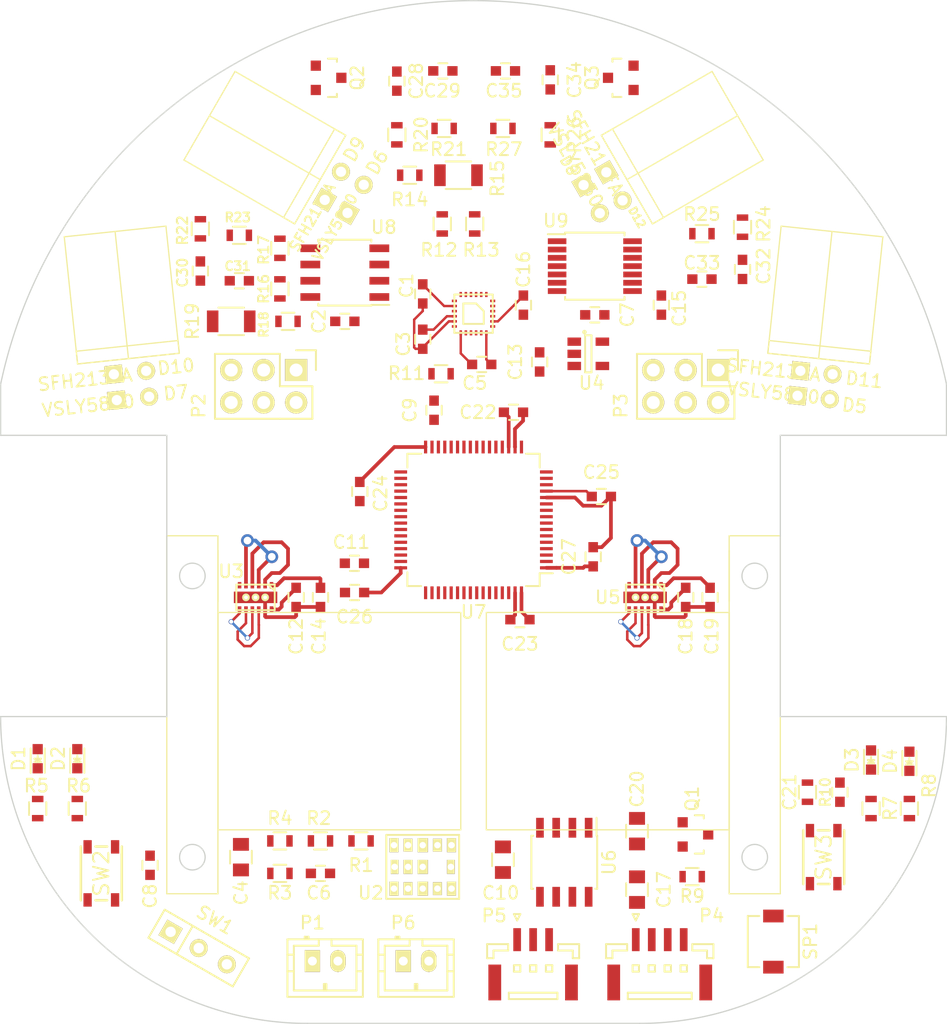
<source format=kicad_pcb>
(kicad_pcb (version 4) (host pcbnew 4.0.1-stable)

  (general
    (links 251)
    (no_connects 210)
    (area 111.451099 59.953599 185.551101 140.053601)
    (thickness 1.6)
    (drawings 70)
    (tracks 161)
    (zones 0)
    (modules 96)
    (nets 75)
  )

  (page A4)
  (layers
    (0 F.Cu signal)
    (31 B.Cu signal)
    (32 B.Adhes user)
    (33 F.Adhes user)
    (34 B.Paste user)
    (35 F.Paste user)
    (36 B.SilkS user)
    (37 F.SilkS user)
    (38 B.Mask user)
    (39 F.Mask user)
    (40 Dwgs.User user)
    (41 Cmts.User user)
    (42 Eco1.User user)
    (43 Eco2.User user)
    (44 Edge.Cuts user)
    (45 Margin user)
    (46 B.CrtYd user)
    (47 F.CrtYd user)
    (48 B.Fab user)
    (49 F.Fab user)
  )

  (setup
    (last_trace_width 0.2)
    (trace_clearance 0.2)
    (zone_clearance 0.508)
    (zone_45_only no)
    (trace_min 0.19)
    (segment_width 0.2)
    (edge_width 0.15)
    (via_size 0.4)
    (via_drill 0.3)
    (via_min_size 0.4)
    (via_min_drill 0.3)
    (uvia_size 0.3)
    (uvia_drill 0.1)
    (uvias_allowed no)
    (uvia_min_size 0.2)
    (uvia_min_drill 0.1)
    (pcb_text_width 0.3)
    (pcb_text_size 1.5 1.5)
    (mod_edge_width 0.15)
    (mod_text_size 1 1)
    (mod_text_width 0.15)
    (pad_size 1.524 1.524)
    (pad_drill 0.762)
    (pad_to_mask_clearance 0.2)
    (aux_axis_origin 0 0)
    (visible_elements 7FFEFF7F)
    (pcbplotparams
      (layerselection 0x00030_80000001)
      (usegerberextensions false)
      (excludeedgelayer true)
      (linewidth 0.100000)
      (plotframeref false)
      (viasonmask false)
      (mode 1)
      (useauxorigin false)
      (hpglpennumber 1)
      (hpglpenspeed 20)
      (hpglpendiameter 15)
      (hpglpenoverlay 2)
      (psnegative false)
      (psa4output false)
      (plotreference true)
      (plotvalue true)
      (plotinvisibletext false)
      (padsonsilk false)
      (subtractmaskfromsilk false)
      (outputformat 1)
      (mirror false)
      (drillshape 0)
      (scaleselection 1)
      (outputdirectory ""))
  )

  (net 0 "")
  (net 1 +3V3)
  (net 2 GND)
  (net 3 "Net-(C3-Pad1)")
  (net 4 +BATT)
  (net 5 NRST)
  (net 6 "Net-(C9-Pad1)")
  (net 7 +5V)
  (net 8 "Net-(C11-Pad1)")
  (net 9 +3.3VADC)
  (net 10 +1.65VADC)
  (net 11 SELECT_SW)
  (net 12 "Net-(C28-Pad1)")
  (net 13 "Net-(C28-Pad2)")
  (net 14 IR_RCV_A)
  (net 15 "Net-(C30-Pad1)")
  (net 16 "Net-(C30-Pad2)")
  (net 17 IR_RCV_B)
  (net 18 "Net-(C32-Pad1)")
  (net 19 "Net-(C32-Pad2)")
  (net 20 IR_RCV_C)
  (net 21 "Net-(C34-Pad1)")
  (net 22 "Net-(C34-Pad2)")
  (net 23 IR_RCV_D)
  (net 24 DEBUG_LED1)
  (net 25 "Net-(D1-Pad1)")
  (net 26 DEBUG_LED2)
  (net 27 "Net-(D2-Pad1)")
  (net 28 DEBUG_LED3)
  (net 29 "Net-(D3-Pad1)")
  (net 30 DEBUG_LED4)
  (net 31 "Net-(D4-Pad1)")
  (net 32 MT_L_OUT1)
  (net 33 MT_L_OUT2)
  (net 34 ENC_L_B)
  (net 35 ENC_L_A)
  (net 36 MT_R_OUT1)
  (net 37 MT_R_OUT2)
  (net 38 ENC_R_B)
  (net 39 ENC_R_A)
  (net 40 SWCLK)
  (net 41 SWDIO)
  (net 42 USART1_TX)
  (net 43 USART1_RX)
  (net 44 DEBUG_BUZZER)
  (net 45 "Net-(Q1-Pad3)")
  (net 46 "Net-(Q2-Pad1)")
  (net 47 "Net-(Q3-Pad1)")
  (net 48 "Net-(R1-Pad1)")
  (net 49 "Net-(R1-Pad2)")
  (net 50 BATT_VOL)
  (net 51 "Net-(R11-Pad2)")
  (net 52 IR_LED_AC)
  (net 53 "Net-(R12-Pad2)")
  (net 54 "Net-(R14-Pad2)")
  (net 55 IR_LED_BD)
  (net 56 "Net-(R16-Pad2)")
  (net 57 "Net-(R18-Pad2)")
  (net 58 MPU_MISO)
  (net 59 MPU_INT)
  (net 60 MPU_NCS)
  (net 61 MPU_CLK)
  (net 62 MPU_MOSI)
  (net 63 MT_L_IN1)
  (net 64 MT_L_IN2)
  (net 65 MT_R_IN1)
  (net 66 MT_R_IN2)
  (net 67 /AC/IR_LED_1)
  (net 68 /AC/IR_LED_2)
  (net 69 /BD/IR_LED_1)
  (net 70 /BD/IR_LED_2)
  (net 71 /AC/IR_LED_3)
  (net 72 /BD/IR_LED_3)
  (net 73 "Net-(P1-Pad1)")
  (net 74 "Net-(P1-Pad2)")

  (net_class Default "これは標準のネット クラスです。"
    (clearance 0.2)
    (trace_width 0.2)
    (via_dia 0.4)
    (via_drill 0.3)
    (uvia_dia 0.3)
    (uvia_drill 0.1)
    (add_net +1.65VADC)
    (add_net +3.3VADC)
    (add_net +5V)
    (add_net BATT_VOL)
    (add_net DEBUG_BUZZER)
    (add_net DEBUG_LED1)
    (add_net DEBUG_LED2)
    (add_net DEBUG_LED3)
    (add_net DEBUG_LED4)
    (add_net ENC_L_A)
    (add_net ENC_L_B)
    (add_net ENC_R_A)
    (add_net ENC_R_B)
    (add_net IR_LED_AC)
    (add_net IR_LED_BD)
    (add_net IR_RCV_A)
    (add_net IR_RCV_B)
    (add_net IR_RCV_C)
    (add_net IR_RCV_D)
    (add_net MT_L_IN1)
    (add_net MT_L_IN2)
    (add_net MT_R_IN1)
    (add_net MT_R_IN2)
    (add_net NRST)
    (add_net "Net-(C11-Pad1)")
    (add_net "Net-(C28-Pad1)")
    (add_net "Net-(C28-Pad2)")
    (add_net "Net-(C30-Pad1)")
    (add_net "Net-(C30-Pad2)")
    (add_net "Net-(C32-Pad1)")
    (add_net "Net-(C32-Pad2)")
    (add_net "Net-(C34-Pad1)")
    (add_net "Net-(C34-Pad2)")
    (add_net "Net-(C9-Pad1)")
    (add_net "Net-(D1-Pad1)")
    (add_net "Net-(D2-Pad1)")
    (add_net "Net-(D3-Pad1)")
    (add_net "Net-(D4-Pad1)")
    (add_net "Net-(P1-Pad1)")
    (add_net "Net-(P1-Pad2)")
    (add_net "Net-(Q1-Pad3)")
    (add_net "Net-(Q2-Pad1)")
    (add_net "Net-(Q3-Pad1)")
    (add_net "Net-(R1-Pad1)")
    (add_net "Net-(R1-Pad2)")
    (add_net "Net-(R11-Pad2)")
    (add_net "Net-(R12-Pad2)")
    (add_net "Net-(R14-Pad2)")
    (add_net "Net-(R16-Pad2)")
    (add_net "Net-(R18-Pad2)")
    (add_net SELECT_SW)
    (add_net SWCLK)
    (add_net SWDIO)
    (add_net USART1_RX)
    (add_net USART1_TX)
  )

  (net_class 3.3V ""
    (clearance 0.2)
    (trace_width 0.44)
    (via_dia 0.4)
    (via_drill 0.3)
    (uvia_dia 0.3)
    (uvia_drill 0.1)
    (add_net +3V3)
  )

  (net_class BATT ""
    (clearance 0.2)
    (trace_width 0.8)
    (via_dia 1)
    (via_drill 0.6)
    (uvia_dia 0.3)
    (uvia_drill 0.1)
    (add_net +BATT)
  )

  (net_class GND ""
    (clearance 0.2)
    (trace_width 0.44)
    (via_dia 0.4)
    (via_drill 0.3)
    (uvia_dia 0.3)
    (uvia_drill 0.1)
    (add_net GND)
  )

  (net_class IR_LED ""
    (clearance 0.2)
    (trace_width 0.4)
    (via_dia 0.5)
    (via_drill 0.4)
    (uvia_dia 0.3)
    (uvia_drill 0.1)
    (add_net /AC/IR_LED_1)
    (add_net /AC/IR_LED_2)
    (add_net /AC/IR_LED_3)
    (add_net /BD/IR_LED_1)
    (add_net /BD/IR_LED_2)
    (add_net /BD/IR_LED_3)
  )

  (net_class MPU ""
    (clearance 0.2)
    (trace_width 0.19)
    (via_dia 0.4)
    (via_drill 0.3)
    (uvia_dia 0.3)
    (uvia_drill 0.1)
    (add_net MPU_CLK)
    (add_net MPU_INT)
    (add_net MPU_MISO)
    (add_net MPU_MOSI)
    (add_net MPU_NCS)
    (add_net "Net-(C3-Pad1)")
  )

  (net_class motor ""
    (clearance 0.2)
    (trace_width 0.8)
    (via_dia 1)
    (via_drill 0.6)
    (uvia_dia 0.3)
    (uvia_drill 0.1)
    (add_net MT_L_OUT1)
    (add_net MT_L_OUT2)
    (add_net MT_R_OUT1)
    (add_net MT_R_OUT2)
  )

  (module Capacitors_SMD:C_0603 (layer F.Cu) (tedit 57D03746) (tstamp 57CCB628)
    (at 144.526 82.943 270)
    (descr "Capacitor SMD 0603, reflow soldering, AVX (see smccp.pdf)")
    (tags "capacitor 0603")
    (path /57F1DD4F)
    (attr smd)
    (fp_text reference C1 (at -0.647 1.27 270) (layer F.SilkS)
      (effects (font (size 1 1) (thickness 0.15)))
    )
    (fp_text value 0.01u (at 0 1.9 270) (layer F.Fab)
      (effects (font (size 1 1) (thickness 0.15)))
    )
    (fp_line (start -1.45 -0.75) (end 1.45 -0.75) (layer F.CrtYd) (width 0.05))
    (fp_line (start -1.45 0.75) (end 1.45 0.75) (layer F.CrtYd) (width 0.05))
    (fp_line (start -1.45 -0.75) (end -1.45 0.75) (layer F.CrtYd) (width 0.05))
    (fp_line (start 1.45 -0.75) (end 1.45 0.75) (layer F.CrtYd) (width 0.05))
    (fp_line (start -0.35 -0.6) (end 0.35 -0.6) (layer F.SilkS) (width 0.15))
    (fp_line (start 0.35 0.6) (end -0.35 0.6) (layer F.SilkS) (width 0.15))
    (pad 1 smd rect (at -0.75 0 270) (size 0.8 0.75) (layers F.Cu F.Paste F.Mask)
      (net 1 +3V3))
    (pad 2 smd rect (at 0.75 0 270) (size 0.8 0.75) (layers F.Cu F.Paste F.Mask)
      (net 2 GND))
    (model Capacitors_SMD.3dshapes/C_0603.wrl
      (at (xyz 0 0 0))
      (scale (xyz 1 1 1))
      (rotate (xyz 0 0 0))
    )
  )

  (module Capacitors_SMD:C_0603 (layer F.Cu) (tedit 57D032BA) (tstamp 57CCB634)
    (at 138.43 85.09)
    (descr "Capacitor SMD 0603, reflow soldering, AVX (see smccp.pdf)")
    (tags "capacitor 0603")
    (path /57D8272C)
    (attr smd)
    (fp_text reference C2 (at -2.032 0 90) (layer F.SilkS)
      (effects (font (size 1 1) (thickness 0.15)))
    )
    (fp_text value 0.1u (at 0 1.27) (layer F.Fab)
      (effects (font (size 0.6 0.6) (thickness 0.15)))
    )
    (fp_line (start -1.45 -0.75) (end 1.45 -0.75) (layer F.CrtYd) (width 0.05))
    (fp_line (start -1.45 0.75) (end 1.45 0.75) (layer F.CrtYd) (width 0.05))
    (fp_line (start -1.45 -0.75) (end -1.45 0.75) (layer F.CrtYd) (width 0.05))
    (fp_line (start 1.45 -0.75) (end 1.45 0.75) (layer F.CrtYd) (width 0.05))
    (fp_line (start -0.35 -0.6) (end 0.35 -0.6) (layer F.SilkS) (width 0.15))
    (fp_line (start 0.35 0.6) (end -0.35 0.6) (layer F.SilkS) (width 0.15))
    (pad 1 smd rect (at -0.75 0) (size 0.8 0.75) (layers F.Cu F.Paste F.Mask)
      (net 4 +BATT))
    (pad 2 smd rect (at 0.75 0) (size 0.8 0.75) (layers F.Cu F.Paste F.Mask)
      (net 2 GND))
    (model Capacitors_SMD.3dshapes/C_0603.wrl
      (at (xyz 0 0 0))
      (scale (xyz 1 1 1))
      (rotate (xyz 0 0 0))
    )
  )

  (module Capacitors_SMD:C_0603 (layer F.Cu) (tedit 57D03740) (tstamp 57CCB640)
    (at 144.526 86.487 270)
    (descr "Capacitor SMD 0603, reflow soldering, AVX (see smccp.pdf)")
    (tags "capacitor 0603")
    (path /57F1EF11)
    (attr smd)
    (fp_text reference C3 (at 0.381 1.524 270) (layer F.SilkS)
      (effects (font (size 1 1) (thickness 0.15)))
    )
    (fp_text value 0.1u (at 0 1.9 270) (layer F.Fab)
      (effects (font (size 1 1) (thickness 0.15)))
    )
    (fp_line (start -1.45 -0.75) (end 1.45 -0.75) (layer F.CrtYd) (width 0.05))
    (fp_line (start -1.45 0.75) (end 1.45 0.75) (layer F.CrtYd) (width 0.05))
    (fp_line (start -1.45 -0.75) (end -1.45 0.75) (layer F.CrtYd) (width 0.05))
    (fp_line (start 1.45 -0.75) (end 1.45 0.75) (layer F.CrtYd) (width 0.05))
    (fp_line (start -0.35 -0.6) (end 0.35 -0.6) (layer F.SilkS) (width 0.15))
    (fp_line (start 0.35 0.6) (end -0.35 0.6) (layer F.SilkS) (width 0.15))
    (pad 1 smd rect (at -0.75 0 270) (size 0.8 0.75) (layers F.Cu F.Paste F.Mask)
      (net 3 "Net-(C3-Pad1)"))
    (pad 2 smd rect (at 0.75 0 270) (size 0.8 0.75) (layers F.Cu F.Paste F.Mask)
      (net 2 GND))
    (model Capacitors_SMD.3dshapes/C_0603.wrl
      (at (xyz 0 0 0))
      (scale (xyz 1 1 1))
      (rotate (xyz 0 0 0))
    )
  )

  (module Capacitors_SMD:C_0805 (layer F.Cu) (tedit 57D024D9) (tstamp 57CCB64C)
    (at 130.302 127 270)
    (descr "Capacitor SMD 0805, reflow soldering, AVX (see smccp.pdf)")
    (tags "capacitor 0805")
    (path /57FED748)
    (attr smd)
    (fp_text reference C4 (at 2.794 0 270) (layer F.SilkS)
      (effects (font (size 1 1) (thickness 0.15)))
    )
    (fp_text value 22u (at -3.302 0 270) (layer F.Fab)
      (effects (font (size 1 1) (thickness 0.15)))
    )
    (fp_line (start -1.8 -1) (end 1.8 -1) (layer F.CrtYd) (width 0.05))
    (fp_line (start -1.8 1) (end 1.8 1) (layer F.CrtYd) (width 0.05))
    (fp_line (start -1.8 -1) (end -1.8 1) (layer F.CrtYd) (width 0.05))
    (fp_line (start 1.8 -1) (end 1.8 1) (layer F.CrtYd) (width 0.05))
    (fp_line (start 0.5 -0.85) (end -0.5 -0.85) (layer F.SilkS) (width 0.15))
    (fp_line (start -0.5 0.85) (end 0.5 0.85) (layer F.SilkS) (width 0.15))
    (pad 1 smd rect (at -1 0 270) (size 1 1.25) (layers F.Cu F.Paste F.Mask)
      (net 4 +BATT))
    (pad 2 smd rect (at 1 0 270) (size 1 1.25) (layers F.Cu F.Paste F.Mask)
      (net 2 GND))
    (model Capacitors_SMD.3dshapes/C_0805.wrl
      (at (xyz 0 0 0))
      (scale (xyz 1 1 1))
      (rotate (xyz 0 0 0))
    )
  )

  (module Capacitors_SMD:C_0603 (layer F.Cu) (tedit 57D036C5) (tstamp 57CCB658)
    (at 149.14 88.46)
    (descr "Capacitor SMD 0603, reflow soldering, AVX (see smccp.pdf)")
    (tags "capacitor 0603")
    (path /57F1D437)
    (attr smd)
    (fp_text reference C5 (at -0.55 1.456) (layer F.SilkS)
      (effects (font (size 1 1) (thickness 0.15)))
    )
    (fp_text value 0.1u (at 0 1.9) (layer F.Fab)
      (effects (font (size 1 1) (thickness 0.15)))
    )
    (fp_line (start -1.45 -0.75) (end 1.45 -0.75) (layer F.CrtYd) (width 0.05))
    (fp_line (start -1.45 0.75) (end 1.45 0.75) (layer F.CrtYd) (width 0.05))
    (fp_line (start -1.45 -0.75) (end -1.45 0.75) (layer F.CrtYd) (width 0.05))
    (fp_line (start 1.45 -0.75) (end 1.45 0.75) (layer F.CrtYd) (width 0.05))
    (fp_line (start -0.35 -0.6) (end 0.35 -0.6) (layer F.SilkS) (width 0.15))
    (fp_line (start 0.35 0.6) (end -0.35 0.6) (layer F.SilkS) (width 0.15))
    (pad 1 smd rect (at -0.75 0) (size 0.8 0.75) (layers F.Cu F.Paste F.Mask)
      (net 1 +3V3))
    (pad 2 smd rect (at 0.75 0) (size 0.8 0.75) (layers F.Cu F.Paste F.Mask)
      (net 2 GND))
    (model Capacitors_SMD.3dshapes/C_0603.wrl
      (at (xyz 0 0 0))
      (scale (xyz 1 1 1))
      (rotate (xyz 0 0 0))
    )
  )

  (module Capacitors_SMD:C_0603 (layer F.Cu) (tedit 57D025BF) (tstamp 57CCB664)
    (at 136.525 128.27 180)
    (descr "Capacitor SMD 0603, reflow soldering, AVX (see smccp.pdf)")
    (tags "capacitor 0603")
    (path /57E8A9E3)
    (attr smd)
    (fp_text reference C6 (at 0.127 -1.524 180) (layer F.SilkS)
      (effects (font (size 1 1) (thickness 0.15)))
    )
    (fp_text value 10u (at -0.127 -2.794 180) (layer F.Fab)
      (effects (font (size 1 1) (thickness 0.15)))
    )
    (fp_line (start -1.45 -0.75) (end 1.45 -0.75) (layer F.CrtYd) (width 0.05))
    (fp_line (start -1.45 0.75) (end 1.45 0.75) (layer F.CrtYd) (width 0.05))
    (fp_line (start -1.45 -0.75) (end -1.45 0.75) (layer F.CrtYd) (width 0.05))
    (fp_line (start 1.45 -0.75) (end 1.45 0.75) (layer F.CrtYd) (width 0.05))
    (fp_line (start -0.35 -0.6) (end 0.35 -0.6) (layer F.SilkS) (width 0.15))
    (fp_line (start 0.35 0.6) (end -0.35 0.6) (layer F.SilkS) (width 0.15))
    (pad 1 smd rect (at -0.75 0 180) (size 0.8 0.75) (layers F.Cu F.Paste F.Mask)
      (net 4 +BATT))
    (pad 2 smd rect (at 0.75 0 180) (size 0.8 0.75) (layers F.Cu F.Paste F.Mask)
      (net 2 GND))
    (model Capacitors_SMD.3dshapes/C_0603.wrl
      (at (xyz 0 0 0))
      (scale (xyz 1 1 1))
      (rotate (xyz 0 0 0))
    )
  )

  (module Capacitors_SMD:C_0603 (layer F.Cu) (tedit 57D037A9) (tstamp 57CCB670)
    (at 157.988 84.582)
    (descr "Capacitor SMD 0603, reflow soldering, AVX (see smccp.pdf)")
    (tags "capacitor 0603")
    (path /57D8AB4D)
    (attr smd)
    (fp_text reference C7 (at 2.54 0 90) (layer F.SilkS)
      (effects (font (size 1 1) (thickness 0.15)))
    )
    (fp_text value 0.1u (at 0 1.9) (layer F.Fab)
      (effects (font (size 1 1) (thickness 0.15)))
    )
    (fp_line (start -1.45 -0.75) (end 1.45 -0.75) (layer F.CrtYd) (width 0.05))
    (fp_line (start -1.45 0.75) (end 1.45 0.75) (layer F.CrtYd) (width 0.05))
    (fp_line (start -1.45 -0.75) (end -1.45 0.75) (layer F.CrtYd) (width 0.05))
    (fp_line (start 1.45 -0.75) (end 1.45 0.75) (layer F.CrtYd) (width 0.05))
    (fp_line (start -0.35 -0.6) (end 0.35 -0.6) (layer F.SilkS) (width 0.15))
    (fp_line (start 0.35 0.6) (end -0.35 0.6) (layer F.SilkS) (width 0.15))
    (pad 1 smd rect (at -0.75 0) (size 0.8 0.75) (layers F.Cu F.Paste F.Mask)
      (net 9 +3.3VADC))
    (pad 2 smd rect (at 0.75 0) (size 0.8 0.75) (layers F.Cu F.Paste F.Mask)
      (net 2 GND))
    (model Capacitors_SMD.3dshapes/C_0603.wrl
      (at (xyz 0 0 0))
      (scale (xyz 1 1 1))
      (rotate (xyz 0 0 0))
    )
  )

  (module Capacitors_SMD:C_0603 (layer F.Cu) (tedit 57D0246D) (tstamp 57CCB67C)
    (at 123.19 127.635 270)
    (descr "Capacitor SMD 0603, reflow soldering, AVX (see smccp.pdf)")
    (tags "capacitor 0603")
    (path /57D24FC4)
    (attr smd)
    (fp_text reference C8 (at 2.413 0 270) (layer F.SilkS)
      (effects (font (size 1 1) (thickness 0.15)))
    )
    (fp_text value 0.1u (at -3.175 0 270) (layer F.Fab)
      (effects (font (size 1 1) (thickness 0.15)))
    )
    (fp_line (start -1.45 -0.75) (end 1.45 -0.75) (layer F.CrtYd) (width 0.05))
    (fp_line (start -1.45 0.75) (end 1.45 0.75) (layer F.CrtYd) (width 0.05))
    (fp_line (start -1.45 -0.75) (end -1.45 0.75) (layer F.CrtYd) (width 0.05))
    (fp_line (start 1.45 -0.75) (end 1.45 0.75) (layer F.CrtYd) (width 0.05))
    (fp_line (start -0.35 -0.6) (end 0.35 -0.6) (layer F.SilkS) (width 0.15))
    (fp_line (start 0.35 0.6) (end -0.35 0.6) (layer F.SilkS) (width 0.15))
    (pad 1 smd rect (at -0.75 0 270) (size 0.8 0.75) (layers F.Cu F.Paste F.Mask)
      (net 5 NRST))
    (pad 2 smd rect (at 0.75 0 270) (size 0.8 0.75) (layers F.Cu F.Paste F.Mask)
      (net 2 GND))
    (model Capacitors_SMD.3dshapes/C_0603.wrl
      (at (xyz 0 0 0))
      (scale (xyz 1 1 1))
      (rotate (xyz 0 0 0))
    )
  )

  (module Capacitors_SMD:C_0603 (layer F.Cu) (tedit 57D02D30) (tstamp 57CCB688)
    (at 145.41 92.04 90)
    (descr "Capacitor SMD 0603, reflow soldering, AVX (see smccp.pdf)")
    (tags "capacitor 0603")
    (path /57CA7E84)
    (attr smd)
    (fp_text reference C9 (at 0 -1.9 90) (layer F.SilkS)
      (effects (font (size 1 1) (thickness 0.15)))
    )
    (fp_text value 2.2u (at 0.092 1.402 90) (layer F.Fab)
      (effects (font (size 1 1) (thickness 0.15)))
    )
    (fp_line (start -1.45 -0.75) (end 1.45 -0.75) (layer F.CrtYd) (width 0.05))
    (fp_line (start -1.45 0.75) (end 1.45 0.75) (layer F.CrtYd) (width 0.05))
    (fp_line (start -1.45 -0.75) (end -1.45 0.75) (layer F.CrtYd) (width 0.05))
    (fp_line (start 1.45 -0.75) (end 1.45 0.75) (layer F.CrtYd) (width 0.05))
    (fp_line (start -0.35 -0.6) (end 0.35 -0.6) (layer F.SilkS) (width 0.15))
    (fp_line (start 0.35 0.6) (end -0.35 0.6) (layer F.SilkS) (width 0.15))
    (pad 1 smd rect (at -0.75 0 90) (size 0.8 0.75) (layers F.Cu F.Paste F.Mask)
      (net 6 "Net-(C9-Pad1)"))
    (pad 2 smd rect (at 0.75 0 90) (size 0.8 0.75) (layers F.Cu F.Paste F.Mask)
      (net 2 GND))
    (model Capacitors_SMD.3dshapes/C_0603.wrl
      (at (xyz 0 0 0))
      (scale (xyz 1 1 1))
      (rotate (xyz 0 0 0))
    )
  )

  (module Capacitors_SMD:C_0805 (layer F.Cu) (tedit 57D025F7) (tstamp 57CCB694)
    (at 150.8 127.2 270)
    (descr "Capacitor SMD 0805, reflow soldering, AVX (see smccp.pdf)")
    (tags "capacitor 0805")
    (path /57E78821)
    (attr smd)
    (fp_text reference C10 (at 2.594 0.178 360) (layer F.SilkS)
      (effects (font (size 1 1) (thickness 0.15)))
    )
    (fp_text value 22u (at 0.054 1.956 270) (layer F.Fab)
      (effects (font (size 1 1) (thickness 0.15)))
    )
    (fp_line (start -1.8 -1) (end 1.8 -1) (layer F.CrtYd) (width 0.05))
    (fp_line (start -1.8 1) (end 1.8 1) (layer F.CrtYd) (width 0.05))
    (fp_line (start -1.8 -1) (end -1.8 1) (layer F.CrtYd) (width 0.05))
    (fp_line (start 1.8 -1) (end 1.8 1) (layer F.CrtYd) (width 0.05))
    (fp_line (start 0.5 -0.85) (end -0.5 -0.85) (layer F.SilkS) (width 0.15))
    (fp_line (start -0.5 0.85) (end 0.5 0.85) (layer F.SilkS) (width 0.15))
    (pad 1 smd rect (at -1 0 270) (size 1 1.25) (layers F.Cu F.Paste F.Mask)
      (net 7 +5V))
    (pad 2 smd rect (at 1 0 270) (size 1 1.25) (layers F.Cu F.Paste F.Mask)
      (net 2 GND))
    (model Capacitors_SMD.3dshapes/C_0805.wrl
      (at (xyz 0 0 0))
      (scale (xyz 1 1 1))
      (rotate (xyz 0 0 0))
    )
  )

  (module Capacitors_SMD:C_0603 (layer F.Cu) (tedit 57D02856) (tstamp 57CCB6A0)
    (at 139.18 104.013 180)
    (descr "Capacitor SMD 0603, reflow soldering, AVX (see smccp.pdf)")
    (tags "capacitor 0603")
    (path /57CA90AD)
    (attr smd)
    (fp_text reference C11 (at 0.242 1.651 180) (layer F.SilkS)
      (effects (font (size 1 1) (thickness 0.15)))
    )
    (fp_text value 2.2u (at -2.044 0.635 270) (layer F.Fab)
      (effects (font (size 1 1) (thickness 0.15)))
    )
    (fp_line (start -1.45 -0.75) (end 1.45 -0.75) (layer F.CrtYd) (width 0.05))
    (fp_line (start -1.45 0.75) (end 1.45 0.75) (layer F.CrtYd) (width 0.05))
    (fp_line (start -1.45 -0.75) (end -1.45 0.75) (layer F.CrtYd) (width 0.05))
    (fp_line (start 1.45 -0.75) (end 1.45 0.75) (layer F.CrtYd) (width 0.05))
    (fp_line (start -0.35 -0.6) (end 0.35 -0.6) (layer F.SilkS) (width 0.15))
    (fp_line (start 0.35 0.6) (end -0.35 0.6) (layer F.SilkS) (width 0.15))
    (pad 1 smd rect (at -0.75 0 180) (size 0.8 0.75) (layers F.Cu F.Paste F.Mask)
      (net 8 "Net-(C11-Pad1)"))
    (pad 2 smd rect (at 0.75 0 180) (size 0.8 0.75) (layers F.Cu F.Paste F.Mask)
      (net 2 GND))
    (model Capacitors_SMD.3dshapes/C_0603.wrl
      (at (xyz 0 0 0))
      (scale (xyz 1 1 1))
      (rotate (xyz 0 0 0))
    )
  )

  (module Capacitors_SMD:C_0603 (layer F.Cu) (tedit 57D02785) (tstamp 57CCB6AC)
    (at 134.62 106.68 270)
    (descr "Capacitor SMD 0603, reflow soldering, AVX (see smccp.pdf)")
    (tags "capacitor 0603")
    (path /57D0F807)
    (attr smd)
    (fp_text reference C12 (at 3.048 0 270) (layer F.SilkS)
      (effects (font (size 1 1) (thickness 0.15)))
    )
    (fp_text value 0.1u (at -3.302 0 270) (layer F.Fab)
      (effects (font (size 1 1) (thickness 0.15)))
    )
    (fp_line (start -1.45 -0.75) (end 1.45 -0.75) (layer F.CrtYd) (width 0.05))
    (fp_line (start -1.45 0.75) (end 1.45 0.75) (layer F.CrtYd) (width 0.05))
    (fp_line (start -1.45 -0.75) (end -1.45 0.75) (layer F.CrtYd) (width 0.05))
    (fp_line (start 1.45 -0.75) (end 1.45 0.75) (layer F.CrtYd) (width 0.05))
    (fp_line (start -0.35 -0.6) (end 0.35 -0.6) (layer F.SilkS) (width 0.15))
    (fp_line (start 0.35 0.6) (end -0.35 0.6) (layer F.SilkS) (width 0.15))
    (pad 1 smd rect (at -0.75 0 270) (size 0.8 0.75) (layers F.Cu F.Paste F.Mask)
      (net 1 +3V3))
    (pad 2 smd rect (at 0.75 0 270) (size 0.8 0.75) (layers F.Cu F.Paste F.Mask)
      (net 2 GND))
    (model Capacitors_SMD.3dshapes/C_0603.wrl
      (at (xyz 0 0 0))
      (scale (xyz 1 1 1))
      (rotate (xyz 0 0 0))
    )
  )

  (module Capacitors_SMD:C_0603 (layer F.Cu) (tedit 5415D631) (tstamp 57CCB6B8)
    (at 153.67 88.265 90)
    (descr "Capacitor SMD 0603, reflow soldering, AVX (see smccp.pdf)")
    (tags "capacitor 0603")
    (path /57E7DDE1)
    (attr smd)
    (fp_text reference C13 (at 0 -1.9 90) (layer F.SilkS)
      (effects (font (size 1 1) (thickness 0.15)))
    )
    (fp_text value 0.1u (at 0 1.9 90) (layer F.Fab)
      (effects (font (size 1 1) (thickness 0.15)))
    )
    (fp_line (start -1.45 -0.75) (end 1.45 -0.75) (layer F.CrtYd) (width 0.05))
    (fp_line (start -1.45 0.75) (end 1.45 0.75) (layer F.CrtYd) (width 0.05))
    (fp_line (start -1.45 -0.75) (end -1.45 0.75) (layer F.CrtYd) (width 0.05))
    (fp_line (start 1.45 -0.75) (end 1.45 0.75) (layer F.CrtYd) (width 0.05))
    (fp_line (start -0.35 -0.6) (end 0.35 -0.6) (layer F.SilkS) (width 0.15))
    (fp_line (start 0.35 0.6) (end -0.35 0.6) (layer F.SilkS) (width 0.15))
    (pad 1 smd rect (at -0.75 0 90) (size 0.8 0.75) (layers F.Cu F.Paste F.Mask)
      (net 7 +5V))
    (pad 2 smd rect (at 0.75 0 90) (size 0.8 0.75) (layers F.Cu F.Paste F.Mask)
      (net 2 GND))
    (model Capacitors_SMD.3dshapes/C_0603.wrl
      (at (xyz 0 0 0))
      (scale (xyz 1 1 1))
      (rotate (xyz 0 0 0))
    )
  )

  (module Capacitors_SMD:C_0603 (layer F.Cu) (tedit 57D0278F) (tstamp 57CCB6C4)
    (at 136.525 106.68 270)
    (descr "Capacitor SMD 0603, reflow soldering, AVX (see smccp.pdf)")
    (tags "capacitor 0603")
    (path /57D0F813)
    (attr smd)
    (fp_text reference C14 (at 3.048 0.127 270) (layer F.SilkS)
      (effects (font (size 1 1) (thickness 0.15)))
    )
    (fp_text value 0.1u (at -3.302 0.127 270) (layer F.Fab)
      (effects (font (size 1 1) (thickness 0.15)))
    )
    (fp_line (start -1.45 -0.75) (end 1.45 -0.75) (layer F.CrtYd) (width 0.05))
    (fp_line (start -1.45 0.75) (end 1.45 0.75) (layer F.CrtYd) (width 0.05))
    (fp_line (start -1.45 -0.75) (end -1.45 0.75) (layer F.CrtYd) (width 0.05))
    (fp_line (start 1.45 -0.75) (end 1.45 0.75) (layer F.CrtYd) (width 0.05))
    (fp_line (start -0.35 -0.6) (end 0.35 -0.6) (layer F.SilkS) (width 0.15))
    (fp_line (start 0.35 0.6) (end -0.35 0.6) (layer F.SilkS) (width 0.15))
    (pad 1 smd rect (at -0.75 0 270) (size 0.8 0.75) (layers F.Cu F.Paste F.Mask)
      (net 4 +BATT))
    (pad 2 smd rect (at 0.75 0 270) (size 0.8 0.75) (layers F.Cu F.Paste F.Mask)
      (net 2 GND))
    (model Capacitors_SMD.3dshapes/C_0603.wrl
      (at (xyz 0 0 0))
      (scale (xyz 1 1 1))
      (rotate (xyz 0 0 0))
    )
  )

  (module Capacitors_SMD:C_0603 (layer F.Cu) (tedit 57D03796) (tstamp 57CCB6D0)
    (at 163.195 83.82 90)
    (descr "Capacitor SMD 0603, reflow soldering, AVX (see smccp.pdf)")
    (tags "capacitor 0603")
    (path /57E7EA26)
    (attr smd)
    (fp_text reference C15 (at -0.254 1.397 90) (layer F.SilkS)
      (effects (font (size 1 1) (thickness 0.15)))
    )
    (fp_text value 10u (at -1.778 1.397 90) (layer F.Fab)
      (effects (font (size 1 1) (thickness 0.15)))
    )
    (fp_line (start -1.45 -0.75) (end 1.45 -0.75) (layer F.CrtYd) (width 0.05))
    (fp_line (start -1.45 0.75) (end 1.45 0.75) (layer F.CrtYd) (width 0.05))
    (fp_line (start -1.45 -0.75) (end -1.45 0.75) (layer F.CrtYd) (width 0.05))
    (fp_line (start 1.45 -0.75) (end 1.45 0.75) (layer F.CrtYd) (width 0.05))
    (fp_line (start -0.35 -0.6) (end 0.35 -0.6) (layer F.SilkS) (width 0.15))
    (fp_line (start 0.35 0.6) (end -0.35 0.6) (layer F.SilkS) (width 0.15))
    (pad 1 smd rect (at -0.75 0 90) (size 0.8 0.75) (layers F.Cu F.Paste F.Mask)
      (net 9 +3.3VADC))
    (pad 2 smd rect (at 0.75 0 90) (size 0.8 0.75) (layers F.Cu F.Paste F.Mask)
      (net 2 GND))
    (model Capacitors_SMD.3dshapes/C_0603.wrl
      (at (xyz 0 0 0))
      (scale (xyz 1 1 1))
      (rotate (xyz 0 0 0))
    )
  )

  (module Capacitors_SMD:C_0603 (layer F.Cu) (tedit 57D03738) (tstamp 57CCB6DC)
    (at 152.4 83.82 90)
    (descr "Capacitor SMD 0603, reflow soldering, AVX (see smccp.pdf)")
    (tags "capacitor 0603")
    (path /57E7F0A1)
    (attr smd)
    (fp_text reference C16 (at 2.794 0 90) (layer F.SilkS)
      (effects (font (size 1 1) (thickness 0.15)))
    )
    (fp_text value 10u (at 0 1.9 90) (layer F.Fab)
      (effects (font (size 1 1) (thickness 0.15)))
    )
    (fp_line (start -1.45 -0.75) (end 1.45 -0.75) (layer F.CrtYd) (width 0.05))
    (fp_line (start -1.45 0.75) (end 1.45 0.75) (layer F.CrtYd) (width 0.05))
    (fp_line (start -1.45 -0.75) (end -1.45 0.75) (layer F.CrtYd) (width 0.05))
    (fp_line (start 1.45 -0.75) (end 1.45 0.75) (layer F.CrtYd) (width 0.05))
    (fp_line (start -0.35 -0.6) (end 0.35 -0.6) (layer F.SilkS) (width 0.15))
    (fp_line (start 0.35 0.6) (end -0.35 0.6) (layer F.SilkS) (width 0.15))
    (pad 1 smd rect (at -0.75 0 90) (size 0.8 0.75) (layers F.Cu F.Paste F.Mask)
      (net 10 +1.65VADC))
    (pad 2 smd rect (at 0.75 0 90) (size 0.8 0.75) (layers F.Cu F.Paste F.Mask)
      (net 2 GND))
    (model Capacitors_SMD.3dshapes/C_0603.wrl
      (at (xyz 0 0 0))
      (scale (xyz 1 1 1))
      (rotate (xyz 0 0 0))
    )
  )

  (module Capacitors_SMD:C_0805 (layer F.Cu) (tedit 5415D6EA) (tstamp 57CCB6E8)
    (at 161.29 129.54 270)
    (descr "Capacitor SMD 0805, reflow soldering, AVX (see smccp.pdf)")
    (tags "capacitor 0805")
    (path /57E7A748)
    (attr smd)
    (fp_text reference C17 (at 0 -2.1 270) (layer F.SilkS)
      (effects (font (size 1 1) (thickness 0.15)))
    )
    (fp_text value 22u (at 0 2.1 270) (layer F.Fab)
      (effects (font (size 1 1) (thickness 0.15)))
    )
    (fp_line (start -1.8 -1) (end 1.8 -1) (layer F.CrtYd) (width 0.05))
    (fp_line (start -1.8 1) (end 1.8 1) (layer F.CrtYd) (width 0.05))
    (fp_line (start -1.8 -1) (end -1.8 1) (layer F.CrtYd) (width 0.05))
    (fp_line (start 1.8 -1) (end 1.8 1) (layer F.CrtYd) (width 0.05))
    (fp_line (start 0.5 -0.85) (end -0.5 -0.85) (layer F.SilkS) (width 0.15))
    (fp_line (start -0.5 0.85) (end 0.5 0.85) (layer F.SilkS) (width 0.15))
    (pad 1 smd rect (at -1 0 270) (size 1 1.25) (layers F.Cu F.Paste F.Mask)
      (net 7 +5V))
    (pad 2 smd rect (at 1 0 270) (size 1 1.25) (layers F.Cu F.Paste F.Mask)
      (net 2 GND))
    (model Capacitors_SMD.3dshapes/C_0805.wrl
      (at (xyz 0 0 0))
      (scale (xyz 1 1 1))
      (rotate (xyz 0 0 0))
    )
  )

  (module Capacitors_SMD:C_0603 (layer F.Cu) (tedit 57D027B6) (tstamp 57CCB6F4)
    (at 165.1 106.68 270)
    (descr "Capacitor SMD 0603, reflow soldering, AVX (see smccp.pdf)")
    (tags "capacitor 0603")
    (path /57D0E828)
    (attr smd)
    (fp_text reference C18 (at 3.048 0 270) (layer F.SilkS)
      (effects (font (size 1 1) (thickness 0.15)))
    )
    (fp_text value 0.1u (at -3.302 0 270) (layer F.Fab)
      (effects (font (size 1 1) (thickness 0.15)))
    )
    (fp_line (start -1.45 -0.75) (end 1.45 -0.75) (layer F.CrtYd) (width 0.05))
    (fp_line (start -1.45 0.75) (end 1.45 0.75) (layer F.CrtYd) (width 0.05))
    (fp_line (start -1.45 -0.75) (end -1.45 0.75) (layer F.CrtYd) (width 0.05))
    (fp_line (start 1.45 -0.75) (end 1.45 0.75) (layer F.CrtYd) (width 0.05))
    (fp_line (start -0.35 -0.6) (end 0.35 -0.6) (layer F.SilkS) (width 0.15))
    (fp_line (start 0.35 0.6) (end -0.35 0.6) (layer F.SilkS) (width 0.15))
    (pad 1 smd rect (at -0.75 0 270) (size 0.8 0.75) (layers F.Cu F.Paste F.Mask)
      (net 1 +3V3))
    (pad 2 smd rect (at 0.75 0 270) (size 0.8 0.75) (layers F.Cu F.Paste F.Mask)
      (net 2 GND))
    (model Capacitors_SMD.3dshapes/C_0603.wrl
      (at (xyz 0 0 0))
      (scale (xyz 1 1 1))
      (rotate (xyz 0 0 0))
    )
  )

  (module Capacitors_SMD:C_0603 (layer F.Cu) (tedit 57D027C5) (tstamp 57CCB700)
    (at 167.005 106.68 270)
    (descr "Capacitor SMD 0603, reflow soldering, AVX (see smccp.pdf)")
    (tags "capacitor 0603")
    (path /57D0EA5F)
    (attr smd)
    (fp_text reference C19 (at 3.048 -0.127 270) (layer F.SilkS)
      (effects (font (size 1 1) (thickness 0.15)))
    )
    (fp_text value 0.1u (at -3.302 -0.127 270) (layer F.Fab)
      (effects (font (size 1 1) (thickness 0.15)))
    )
    (fp_line (start -1.45 -0.75) (end 1.45 -0.75) (layer F.CrtYd) (width 0.05))
    (fp_line (start -1.45 0.75) (end 1.45 0.75) (layer F.CrtYd) (width 0.05))
    (fp_line (start -1.45 -0.75) (end -1.45 0.75) (layer F.CrtYd) (width 0.05))
    (fp_line (start 1.45 -0.75) (end 1.45 0.75) (layer F.CrtYd) (width 0.05))
    (fp_line (start -0.35 -0.6) (end 0.35 -0.6) (layer F.SilkS) (width 0.15))
    (fp_line (start 0.35 0.6) (end -0.35 0.6) (layer F.SilkS) (width 0.15))
    (pad 1 smd rect (at -0.75 0 270) (size 0.8 0.75) (layers F.Cu F.Paste F.Mask)
      (net 4 +BATT))
    (pad 2 smd rect (at 0.75 0 270) (size 0.8 0.75) (layers F.Cu F.Paste F.Mask)
      (net 2 GND))
    (model Capacitors_SMD.3dshapes/C_0603.wrl
      (at (xyz 0 0 0))
      (scale (xyz 1 1 1))
      (rotate (xyz 0 0 0))
    )
  )

  (module Capacitors_SMD:C_0805 (layer F.Cu) (tedit 57D02641) (tstamp 57CCB70C)
    (at 161.29 124.968 270)
    (descr "Capacitor SMD 0805, reflow soldering, AVX (see smccp.pdf)")
    (tags "capacitor 0805")
    (path /57E7B570)
    (attr smd)
    (fp_text reference C20 (at -3.302 0 270) (layer F.SilkS)
      (effects (font (size 1 1) (thickness 0.15)))
    )
    (fp_text value 22u (at 0 2.1 270) (layer F.Fab)
      (effects (font (size 1 1) (thickness 0.15)))
    )
    (fp_line (start -1.8 -1) (end 1.8 -1) (layer F.CrtYd) (width 0.05))
    (fp_line (start -1.8 1) (end 1.8 1) (layer F.CrtYd) (width 0.05))
    (fp_line (start -1.8 -1) (end -1.8 1) (layer F.CrtYd) (width 0.05))
    (fp_line (start 1.8 -1) (end 1.8 1) (layer F.CrtYd) (width 0.05))
    (fp_line (start 0.5 -0.85) (end -0.5 -0.85) (layer F.SilkS) (width 0.15))
    (fp_line (start -0.5 0.85) (end 0.5 0.85) (layer F.SilkS) (width 0.15))
    (pad 1 smd rect (at -1 0 270) (size 1 1.25) (layers F.Cu F.Paste F.Mask)
      (net 1 +3V3))
    (pad 2 smd rect (at 1 0 270) (size 1 1.25) (layers F.Cu F.Paste F.Mask)
      (net 2 GND))
    (model Capacitors_SMD.3dshapes/C_0805.wrl
      (at (xyz 0 0 0))
      (scale (xyz 1 1 1))
      (rotate (xyz 0 0 0))
    )
  )

  (module Capacitors_SMD:C_0603 (layer F.Cu) (tedit 57D026C0) (tstamp 57CCB718)
    (at 177.165 121.92 90)
    (descr "Capacitor SMD 0603, reflow soldering, AVX (see smccp.pdf)")
    (tags "capacitor 0603")
    (path /57F93301)
    (attr smd)
    (fp_text reference C21 (at 0 -3.937 90) (layer F.SilkS)
      (effects (font (size 1 1) (thickness 0.15)))
    )
    (fp_text value 0.1u (at -4.318 2.159 90) (layer F.Fab)
      (effects (font (size 1 1) (thickness 0.15)))
    )
    (fp_line (start -1.45 -0.75) (end 1.45 -0.75) (layer F.CrtYd) (width 0.05))
    (fp_line (start -1.45 0.75) (end 1.45 0.75) (layer F.CrtYd) (width 0.05))
    (fp_line (start -1.45 -0.75) (end -1.45 0.75) (layer F.CrtYd) (width 0.05))
    (fp_line (start 1.45 -0.75) (end 1.45 0.75) (layer F.CrtYd) (width 0.05))
    (fp_line (start -0.35 -0.6) (end 0.35 -0.6) (layer F.SilkS) (width 0.15))
    (fp_line (start 0.35 0.6) (end -0.35 0.6) (layer F.SilkS) (width 0.15))
    (pad 1 smd rect (at -0.75 0 90) (size 0.8 0.75) (layers F.Cu F.Paste F.Mask)
      (net 11 SELECT_SW))
    (pad 2 smd rect (at 0.75 0 90) (size 0.8 0.75) (layers F.Cu F.Paste F.Mask)
      (net 2 GND))
    (model Capacitors_SMD.3dshapes/C_0603.wrl
      (at (xyz 0 0 0))
      (scale (xyz 1 1 1))
      (rotate (xyz 0 0 0))
    )
  )

  (module Capacitors_SMD:C_0603 (layer F.Cu) (tedit 57D02D3D) (tstamp 57CCB724)
    (at 151.626 92.202)
    (descr "Capacitor SMD 0603, reflow soldering, AVX (see smccp.pdf)")
    (tags "capacitor 0603")
    (path /57C93AE9)
    (attr smd)
    (fp_text reference C22 (at -2.782 0) (layer F.SilkS)
      (effects (font (size 1 1) (thickness 0.15)))
    )
    (fp_text value 0.1u (at 3.314 0) (layer F.Fab)
      (effects (font (size 1 1) (thickness 0.15)))
    )
    (fp_line (start -1.45 -0.75) (end 1.45 -0.75) (layer F.CrtYd) (width 0.05))
    (fp_line (start -1.45 0.75) (end 1.45 0.75) (layer F.CrtYd) (width 0.05))
    (fp_line (start -1.45 -0.75) (end -1.45 0.75) (layer F.CrtYd) (width 0.05))
    (fp_line (start 1.45 -0.75) (end 1.45 0.75) (layer F.CrtYd) (width 0.05))
    (fp_line (start -0.35 -0.6) (end 0.35 -0.6) (layer F.SilkS) (width 0.15))
    (fp_line (start 0.35 0.6) (end -0.35 0.6) (layer F.SilkS) (width 0.15))
    (pad 1 smd rect (at -0.75 0) (size 0.8 0.75) (layers F.Cu F.Paste F.Mask)
      (net 1 +3V3))
    (pad 2 smd rect (at 0.75 0) (size 0.8 0.75) (layers F.Cu F.Paste F.Mask)
      (net 2 GND))
    (model Capacitors_SMD.3dshapes/C_0603.wrl
      (at (xyz 0 0 0))
      (scale (xyz 1 1 1))
      (rotate (xyz 0 0 0))
    )
  )

  (module Capacitors_SMD:C_0603 (layer F.Cu) (tedit 57D02823) (tstamp 57CCB730)
    (at 152.13 108.42 180)
    (descr "Capacitor SMD 0603, reflow soldering, AVX (see smccp.pdf)")
    (tags "capacitor 0603")
    (path /57C93C22)
    (attr smd)
    (fp_text reference C23 (at 0 -1.9 180) (layer F.SilkS)
      (effects (font (size 1 1) (thickness 0.15)))
    )
    (fp_text value 0.1u (at -3.064 -0.038 180) (layer F.Fab)
      (effects (font (size 1 1) (thickness 0.15)))
    )
    (fp_line (start -1.45 -0.75) (end 1.45 -0.75) (layer F.CrtYd) (width 0.05))
    (fp_line (start -1.45 0.75) (end 1.45 0.75) (layer F.CrtYd) (width 0.05))
    (fp_line (start -1.45 -0.75) (end -1.45 0.75) (layer F.CrtYd) (width 0.05))
    (fp_line (start 1.45 -0.75) (end 1.45 0.75) (layer F.CrtYd) (width 0.05))
    (fp_line (start -0.35 -0.6) (end 0.35 -0.6) (layer F.SilkS) (width 0.15))
    (fp_line (start 0.35 0.6) (end -0.35 0.6) (layer F.SilkS) (width 0.15))
    (pad 1 smd rect (at -0.75 0 180) (size 0.8 0.75) (layers F.Cu F.Paste F.Mask)
      (net 1 +3V3))
    (pad 2 smd rect (at 0.75 0 180) (size 0.8 0.75) (layers F.Cu F.Paste F.Mask)
      (net 2 GND))
    (model Capacitors_SMD.3dshapes/C_0603.wrl
      (at (xyz 0 0 0))
      (scale (xyz 1 1 1))
      (rotate (xyz 0 0 0))
    )
  )

  (module Capacitors_SMD:C_0603 (layer F.Cu) (tedit 57D02976) (tstamp 57CCB73C)
    (at 139.6 98.4 270)
    (descr "Capacitor SMD 0603, reflow soldering, AVX (see smccp.pdf)")
    (tags "capacitor 0603")
    (path /57C93CDD)
    (attr smd)
    (fp_text reference C24 (at 0.152 -1.624 270) (layer F.SilkS)
      (effects (font (size 1 1) (thickness 0.15)))
    )
    (fp_text value 0.1u (at 0 1.9 270) (layer F.Fab)
      (effects (font (size 1 1) (thickness 0.15)))
    )
    (fp_line (start -1.45 -0.75) (end 1.45 -0.75) (layer F.CrtYd) (width 0.05))
    (fp_line (start -1.45 0.75) (end 1.45 0.75) (layer F.CrtYd) (width 0.05))
    (fp_line (start -1.45 -0.75) (end -1.45 0.75) (layer F.CrtYd) (width 0.05))
    (fp_line (start 1.45 -0.75) (end 1.45 0.75) (layer F.CrtYd) (width 0.05))
    (fp_line (start -0.35 -0.6) (end 0.35 -0.6) (layer F.SilkS) (width 0.15))
    (fp_line (start 0.35 0.6) (end -0.35 0.6) (layer F.SilkS) (width 0.15))
    (pad 1 smd rect (at -0.75 0 270) (size 0.8 0.75) (layers F.Cu F.Paste F.Mask)
      (net 1 +3V3))
    (pad 2 smd rect (at 0.75 0 270) (size 0.8 0.75) (layers F.Cu F.Paste F.Mask)
      (net 2 GND))
    (model Capacitors_SMD.3dshapes/C_0603.wrl
      (at (xyz 0 0 0))
      (scale (xyz 1 1 1))
      (rotate (xyz 0 0 0))
    )
  )

  (module Capacitors_SMD:C_0603 (layer F.Cu) (tedit 5415D631) (tstamp 57CCB748)
    (at 158.5 98.79)
    (descr "Capacitor SMD 0603, reflow soldering, AVX (see smccp.pdf)")
    (tags "capacitor 0603")
    (path /57C93D9B)
    (attr smd)
    (fp_text reference C25 (at 0 -1.9) (layer F.SilkS)
      (effects (font (size 1 1) (thickness 0.15)))
    )
    (fp_text value 0.1u (at 0 1.9) (layer F.Fab)
      (effects (font (size 1 1) (thickness 0.15)))
    )
    (fp_line (start -1.45 -0.75) (end 1.45 -0.75) (layer F.CrtYd) (width 0.05))
    (fp_line (start -1.45 0.75) (end 1.45 0.75) (layer F.CrtYd) (width 0.05))
    (fp_line (start -1.45 -0.75) (end -1.45 0.75) (layer F.CrtYd) (width 0.05))
    (fp_line (start 1.45 -0.75) (end 1.45 0.75) (layer F.CrtYd) (width 0.05))
    (fp_line (start -0.35 -0.6) (end 0.35 -0.6) (layer F.SilkS) (width 0.15))
    (fp_line (start 0.35 0.6) (end -0.35 0.6) (layer F.SilkS) (width 0.15))
    (pad 1 smd rect (at -0.75 0) (size 0.8 0.75) (layers F.Cu F.Paste F.Mask)
      (net 9 +3.3VADC))
    (pad 2 smd rect (at 0.75 0) (size 0.8 0.75) (layers F.Cu F.Paste F.Mask)
      (net 2 GND))
    (model Capacitors_SMD.3dshapes/C_0603.wrl
      (at (xyz 0 0 0))
      (scale (xyz 1 1 1))
      (rotate (xyz 0 0 0))
    )
  )

  (module Capacitors_SMD:C_0603 (layer F.Cu) (tedit 57D02833) (tstamp 57CCB754)
    (at 139.192 106.299 180)
    (descr "Capacitor SMD 0603, reflow soldering, AVX (see smccp.pdf)")
    (tags "capacitor 0603")
    (path /57C93ECE)
    (attr smd)
    (fp_text reference C26 (at 0 -1.9 180) (layer F.SilkS)
      (effects (font (size 1 1) (thickness 0.15)))
    )
    (fp_text value 4.7u (at -3.302 -1.905 180) (layer F.Fab)
      (effects (font (size 1 1) (thickness 0.15)))
    )
    (fp_line (start -1.45 -0.75) (end 1.45 -0.75) (layer F.CrtYd) (width 0.05))
    (fp_line (start -1.45 0.75) (end 1.45 0.75) (layer F.CrtYd) (width 0.05))
    (fp_line (start -1.45 -0.75) (end -1.45 0.75) (layer F.CrtYd) (width 0.05))
    (fp_line (start 1.45 -0.75) (end 1.45 0.75) (layer F.CrtYd) (width 0.05))
    (fp_line (start -0.35 -0.6) (end 0.35 -0.6) (layer F.SilkS) (width 0.15))
    (fp_line (start 0.35 0.6) (end -0.35 0.6) (layer F.SilkS) (width 0.15))
    (pad 1 smd rect (at -0.75 0 180) (size 0.8 0.75) (layers F.Cu F.Paste F.Mask)
      (net 1 +3V3))
    (pad 2 smd rect (at 0.75 0 180) (size 0.8 0.75) (layers F.Cu F.Paste F.Mask)
      (net 2 GND))
    (model Capacitors_SMD.3dshapes/C_0603.wrl
      (at (xyz 0 0 0))
      (scale (xyz 1 1 1))
      (rotate (xyz 0 0 0))
    )
  )

  (module Capacitors_SMD:C_0603 (layer F.Cu) (tedit 5415D631) (tstamp 57CCB760)
    (at 157.861 103.505 90)
    (descr "Capacitor SMD 0603, reflow soldering, AVX (see smccp.pdf)")
    (tags "capacitor 0603")
    (path /57C93F9E)
    (attr smd)
    (fp_text reference C27 (at 0 -1.9 90) (layer F.SilkS)
      (effects (font (size 1 1) (thickness 0.15)))
    )
    (fp_text value 4.7u (at 0 1.9 90) (layer F.Fab)
      (effects (font (size 1 1) (thickness 0.15)))
    )
    (fp_line (start -1.45 -0.75) (end 1.45 -0.75) (layer F.CrtYd) (width 0.05))
    (fp_line (start -1.45 0.75) (end 1.45 0.75) (layer F.CrtYd) (width 0.05))
    (fp_line (start -1.45 -0.75) (end -1.45 0.75) (layer F.CrtYd) (width 0.05))
    (fp_line (start 1.45 -0.75) (end 1.45 0.75) (layer F.CrtYd) (width 0.05))
    (fp_line (start -0.35 -0.6) (end 0.35 -0.6) (layer F.SilkS) (width 0.15))
    (fp_line (start 0.35 0.6) (end -0.35 0.6) (layer F.SilkS) (width 0.15))
    (pad 1 smd rect (at -0.75 0 90) (size 0.8 0.75) (layers F.Cu F.Paste F.Mask)
      (net 1 +3V3))
    (pad 2 smd rect (at 0.75 0 90) (size 0.8 0.75) (layers F.Cu F.Paste F.Mask)
      (net 2 GND))
    (model Capacitors_SMD.3dshapes/C_0603.wrl
      (at (xyz 0 0 0))
      (scale (xyz 1 1 1))
      (rotate (xyz 0 0 0))
    )
  )

  (module Capacitors_SMD:C_0603 (layer F.Cu) (tedit 57D023B6) (tstamp 57CCB76C)
    (at 142.5 66.3 270)
    (descr "Capacitor SMD 0603, reflow soldering, AVX (see smccp.pdf)")
    (tags "capacitor 0603")
    (path /57CCCD35/57CD0130)
    (attr smd)
    (fp_text reference C28 (at -0.006 -1.518 270) (layer F.SilkS)
      (effects (font (size 1 1) (thickness 0.15)))
    )
    (fp_text value 0.01u (at -0.514 1.276 270) (layer F.Fab)
      (effects (font (size 1 1) (thickness 0.15)))
    )
    (fp_line (start -1.45 -0.75) (end 1.45 -0.75) (layer F.CrtYd) (width 0.05))
    (fp_line (start -1.45 0.75) (end 1.45 0.75) (layer F.CrtYd) (width 0.05))
    (fp_line (start -1.45 -0.75) (end -1.45 0.75) (layer F.CrtYd) (width 0.05))
    (fp_line (start 1.45 -0.75) (end 1.45 0.75) (layer F.CrtYd) (width 0.05))
    (fp_line (start -0.35 -0.6) (end 0.35 -0.6) (layer F.SilkS) (width 0.15))
    (fp_line (start 0.35 0.6) (end -0.35 0.6) (layer F.SilkS) (width 0.15))
    (pad 1 smd rect (at -0.75 0 270) (size 0.8 0.75) (layers F.Cu F.Paste F.Mask)
      (net 12 "Net-(C28-Pad1)"))
    (pad 2 smd rect (at 0.75 0 270) (size 0.8 0.75) (layers F.Cu F.Paste F.Mask)
      (net 13 "Net-(C28-Pad2)"))
    (model Capacitors_SMD.3dshapes/C_0603.wrl
      (at (xyz 0 0 0))
      (scale (xyz 1 1 1))
      (rotate (xyz 0 0 0))
    )
  )

  (module Capacitors_SMD:C_0603 (layer F.Cu) (tedit 57D023A1) (tstamp 57CCB778)
    (at 146.1 65.5 180)
    (descr "Capacitor SMD 0603, reflow soldering, AVX (see smccp.pdf)")
    (tags "capacitor 0603")
    (path /57CCCD35/57CD013E)
    (attr smd)
    (fp_text reference C29 (at 0.05 -1.556 180) (layer F.SilkS)
      (effects (font (size 1 1) (thickness 0.15)))
    )
    (fp_text value 22p (at 0 1.9 180) (layer F.Fab)
      (effects (font (size 1 1) (thickness 0.15)))
    )
    (fp_line (start -1.45 -0.75) (end 1.45 -0.75) (layer F.CrtYd) (width 0.05))
    (fp_line (start -1.45 0.75) (end 1.45 0.75) (layer F.CrtYd) (width 0.05))
    (fp_line (start -1.45 -0.75) (end -1.45 0.75) (layer F.CrtYd) (width 0.05))
    (fp_line (start 1.45 -0.75) (end 1.45 0.75) (layer F.CrtYd) (width 0.05))
    (fp_line (start -0.35 -0.6) (end 0.35 -0.6) (layer F.SilkS) (width 0.15))
    (fp_line (start 0.35 0.6) (end -0.35 0.6) (layer F.SilkS) (width 0.15))
    (pad 1 smd rect (at -0.75 0 180) (size 0.8 0.75) (layers F.Cu F.Paste F.Mask)
      (net 20 IR_RCV_C))
    (pad 2 smd rect (at 0.75 0 180) (size 0.8 0.75) (layers F.Cu F.Paste F.Mask)
      (net 12 "Net-(C28-Pad1)"))
    (model Capacitors_SMD.3dshapes/C_0603.wrl
      (at (xyz 0 0 0))
      (scale (xyz 1 1 1))
      (rotate (xyz 0 0 0))
    )
  )

  (module Capacitors_SMD:C_0603 (layer F.Cu) (tedit 57D03261) (tstamp 57CCB784)
    (at 127.127 81.153 90)
    (descr "Capacitor SMD 0603, reflow soldering, AVX (see smccp.pdf)")
    (tags "capacitor 0603")
    (path /57CD0FE5/57CD0130)
    (attr smd)
    (fp_text reference C30 (at -0.127 -1.397 90) (layer F.SilkS)
      (effects (font (size 0.8 0.8) (thickness 0.15)))
    )
    (fp_text value 0.01u (at -0.635 1.143 90) (layer F.Fab)
      (effects (font (size 0.7 0.7) (thickness 0.15)))
    )
    (fp_line (start -1.45 -0.75) (end 1.45 -0.75) (layer F.CrtYd) (width 0.05))
    (fp_line (start -1.45 0.75) (end 1.45 0.75) (layer F.CrtYd) (width 0.05))
    (fp_line (start -1.45 -0.75) (end -1.45 0.75) (layer F.CrtYd) (width 0.05))
    (fp_line (start 1.45 -0.75) (end 1.45 0.75) (layer F.CrtYd) (width 0.05))
    (fp_line (start -0.35 -0.6) (end 0.35 -0.6) (layer F.SilkS) (width 0.15))
    (fp_line (start 0.35 0.6) (end -0.35 0.6) (layer F.SilkS) (width 0.15))
    (pad 1 smd rect (at -0.75 0 90) (size 0.8 0.75) (layers F.Cu F.Paste F.Mask)
      (net 15 "Net-(C30-Pad1)"))
    (pad 2 smd rect (at 0.75 0 90) (size 0.8 0.75) (layers F.Cu F.Paste F.Mask)
      (net 16 "Net-(C30-Pad2)"))
    (model Capacitors_SMD.3dshapes/C_0603.wrl
      (at (xyz 0 0 0))
      (scale (xyz 1 1 1))
      (rotate (xyz 0 0 0))
    )
  )

  (module Capacitors_SMD:C_0603 (layer F.Cu) (tedit 57D0322C) (tstamp 57CCB790)
    (at 130.175 81.915 180)
    (descr "Capacitor SMD 0603, reflow soldering, AVX (see smccp.pdf)")
    (tags "capacitor 0603")
    (path /57CD0FE5/57CD013E)
    (attr smd)
    (fp_text reference C31 (at 0.127 1.143 180) (layer F.SilkS)
      (effects (font (size 0.7 0.7) (thickness 0.15)))
    )
    (fp_text value 22p (at -0.127 -1.143 180) (layer F.Fab)
      (effects (font (size 0.7 0.7) (thickness 0.15)))
    )
    (fp_line (start -1.45 -0.75) (end 1.45 -0.75) (layer F.CrtYd) (width 0.05))
    (fp_line (start -1.45 0.75) (end 1.45 0.75) (layer F.CrtYd) (width 0.05))
    (fp_line (start -1.45 -0.75) (end -1.45 0.75) (layer F.CrtYd) (width 0.05))
    (fp_line (start 1.45 -0.75) (end 1.45 0.75) (layer F.CrtYd) (width 0.05))
    (fp_line (start -0.35 -0.6) (end 0.35 -0.6) (layer F.SilkS) (width 0.15))
    (fp_line (start 0.35 0.6) (end -0.35 0.6) (layer F.SilkS) (width 0.15))
    (pad 1 smd rect (at -0.75 0 180) (size 0.8 0.75) (layers F.Cu F.Paste F.Mask)
      (net 17 IR_RCV_B))
    (pad 2 smd rect (at 0.75 0 180) (size 0.8 0.75) (layers F.Cu F.Paste F.Mask)
      (net 15 "Net-(C30-Pad1)"))
    (model Capacitors_SMD.3dshapes/C_0603.wrl
      (at (xyz 0 0 0))
      (scale (xyz 1 1 1))
      (rotate (xyz 0 0 0))
    )
  )

  (module Capacitors_SMD:C_0603 (layer F.Cu) (tedit 57D036EB) (tstamp 57CCB79C)
    (at 169.545 81.026 90)
    (descr "Capacitor SMD 0603, reflow soldering, AVX (see smccp.pdf)")
    (tags "capacitor 0603")
    (path /57CD1197/57CD0130)
    (attr smd)
    (fp_text reference C32 (at 0.254 1.651 90) (layer F.SilkS)
      (effects (font (size 1 1) (thickness 0.15)))
    )
    (fp_text value 0.01u (at -0.254 1.397 90) (layer F.Fab)
      (effects (font (size 1 1) (thickness 0.15)))
    )
    (fp_line (start -1.45 -0.75) (end 1.45 -0.75) (layer F.CrtYd) (width 0.05))
    (fp_line (start -1.45 0.75) (end 1.45 0.75) (layer F.CrtYd) (width 0.05))
    (fp_line (start -1.45 -0.75) (end -1.45 0.75) (layer F.CrtYd) (width 0.05))
    (fp_line (start 1.45 -0.75) (end 1.45 0.75) (layer F.CrtYd) (width 0.05))
    (fp_line (start -0.35 -0.6) (end 0.35 -0.6) (layer F.SilkS) (width 0.15))
    (fp_line (start 0.35 0.6) (end -0.35 0.6) (layer F.SilkS) (width 0.15))
    (pad 1 smd rect (at -0.75 0 90) (size 0.8 0.75) (layers F.Cu F.Paste F.Mask)
      (net 18 "Net-(C32-Pad1)"))
    (pad 2 smd rect (at 0.75 0 90) (size 0.8 0.75) (layers F.Cu F.Paste F.Mask)
      (net 19 "Net-(C32-Pad2)"))
    (model Capacitors_SMD.3dshapes/C_0603.wrl
      (at (xyz 0 0 0))
      (scale (xyz 1 1 1))
      (rotate (xyz 0 0 0))
    )
  )

  (module Capacitors_SMD:C_0603 (layer F.Cu) (tedit 57D02DAB) (tstamp 57CCB7A8)
    (at 166.37 81.788)
    (descr "Capacitor SMD 0603, reflow soldering, AVX (see smccp.pdf)")
    (tags "capacitor 0603")
    (path /57CD1197/57CD013E)
    (attr smd)
    (fp_text reference C33 (at 0 -1.27) (layer F.SilkS)
      (effects (font (size 1 1) (thickness 0.15)))
    )
    (fp_text value 22p (at 0 1.9) (layer F.Fab)
      (effects (font (size 1 1) (thickness 0.15)))
    )
    (fp_line (start -1.45 -0.75) (end 1.45 -0.75) (layer F.CrtYd) (width 0.05))
    (fp_line (start -1.45 0.75) (end 1.45 0.75) (layer F.CrtYd) (width 0.05))
    (fp_line (start -1.45 -0.75) (end -1.45 0.75) (layer F.CrtYd) (width 0.05))
    (fp_line (start 1.45 -0.75) (end 1.45 0.75) (layer F.CrtYd) (width 0.05))
    (fp_line (start -0.35 -0.6) (end 0.35 -0.6) (layer F.SilkS) (width 0.15))
    (fp_line (start 0.35 0.6) (end -0.35 0.6) (layer F.SilkS) (width 0.15))
    (pad 1 smd rect (at -0.75 0) (size 0.8 0.75) (layers F.Cu F.Paste F.Mask)
      (net 14 IR_RCV_A))
    (pad 2 smd rect (at 0.75 0) (size 0.8 0.75) (layers F.Cu F.Paste F.Mask)
      (net 18 "Net-(C32-Pad1)"))
    (model Capacitors_SMD.3dshapes/C_0603.wrl
      (at (xyz 0 0 0))
      (scale (xyz 1 1 1))
      (rotate (xyz 0 0 0))
    )
  )

  (module Capacitors_SMD:C_0603 (layer F.Cu) (tedit 5415D631) (tstamp 57CCB7B4)
    (at 154.5 66.2 270)
    (descr "Capacitor SMD 0603, reflow soldering, AVX (see smccp.pdf)")
    (tags "capacitor 0603")
    (path /57CD12BF/57CD0130)
    (attr smd)
    (fp_text reference C34 (at 0 -1.9 270) (layer F.SilkS)
      (effects (font (size 1 1) (thickness 0.15)))
    )
    (fp_text value 0.01u (at 0 1.9 270) (layer F.Fab)
      (effects (font (size 1 1) (thickness 0.15)))
    )
    (fp_line (start -1.45 -0.75) (end 1.45 -0.75) (layer F.CrtYd) (width 0.05))
    (fp_line (start -1.45 0.75) (end 1.45 0.75) (layer F.CrtYd) (width 0.05))
    (fp_line (start -1.45 -0.75) (end -1.45 0.75) (layer F.CrtYd) (width 0.05))
    (fp_line (start 1.45 -0.75) (end 1.45 0.75) (layer F.CrtYd) (width 0.05))
    (fp_line (start -0.35 -0.6) (end 0.35 -0.6) (layer F.SilkS) (width 0.15))
    (fp_line (start 0.35 0.6) (end -0.35 0.6) (layer F.SilkS) (width 0.15))
    (pad 1 smd rect (at -0.75 0 270) (size 0.8 0.75) (layers F.Cu F.Paste F.Mask)
      (net 21 "Net-(C34-Pad1)"))
    (pad 2 smd rect (at 0.75 0 270) (size 0.8 0.75) (layers F.Cu F.Paste F.Mask)
      (net 22 "Net-(C34-Pad2)"))
    (model Capacitors_SMD.3dshapes/C_0603.wrl
      (at (xyz 0 0 0))
      (scale (xyz 1 1 1))
      (rotate (xyz 0 0 0))
    )
  )

  (module Capacitors_SMD:C_0603 (layer F.Cu) (tedit 57D036FC) (tstamp 57CCB7C0)
    (at 151 65.5)
    (descr "Capacitor SMD 0603, reflow soldering, AVX (see smccp.pdf)")
    (tags "capacitor 0603")
    (path /57CD12BF/57CD013E)
    (attr smd)
    (fp_text reference C35 (at -0.124 1.556) (layer F.SilkS)
      (effects (font (size 1 1) (thickness 0.15)))
    )
    (fp_text value 22p (at -0.124 1.302) (layer F.Fab)
      (effects (font (size 1 1) (thickness 0.15)))
    )
    (fp_line (start -1.45 -0.75) (end 1.45 -0.75) (layer F.CrtYd) (width 0.05))
    (fp_line (start -1.45 0.75) (end 1.45 0.75) (layer F.CrtYd) (width 0.05))
    (fp_line (start -1.45 -0.75) (end -1.45 0.75) (layer F.CrtYd) (width 0.05))
    (fp_line (start 1.45 -0.75) (end 1.45 0.75) (layer F.CrtYd) (width 0.05))
    (fp_line (start -0.35 -0.6) (end 0.35 -0.6) (layer F.SilkS) (width 0.15))
    (fp_line (start 0.35 0.6) (end -0.35 0.6) (layer F.SilkS) (width 0.15))
    (pad 1 smd rect (at -0.75 0) (size 0.8 0.75) (layers F.Cu F.Paste F.Mask)
      (net 23 IR_RCV_D))
    (pad 2 smd rect (at 0.75 0) (size 0.8 0.75) (layers F.Cu F.Paste F.Mask)
      (net 21 "Net-(C34-Pad1)"))
    (model Capacitors_SMD.3dshapes/C_0603.wrl
      (at (xyz 0 0 0))
      (scale (xyz 1 1 1))
      (rotate (xyz 0 0 0))
    )
  )

  (module LEDs:LED_0603 (layer F.Cu) (tedit 57D0243E) (tstamp 57CCB7D9)
    (at 114.4 119.3 90)
    (descr "LED 0603 smd package")
    (tags "LED led 0603 SMD smd SMT smt smdled SMDLED smtled SMTLED")
    (path /57E65135)
    (attr smd)
    (fp_text reference D1 (at 0 -1.5 90) (layer F.SilkS)
      (effects (font (size 1 1) (thickness 0.15)))
    )
    (fp_text value LED (at 0 1.5 90) (layer F.Fab) hide
      (effects (font (size 1 1) (thickness 0.15)))
    )
    (fp_line (start -0.3 -0.2) (end -0.3 0.2) (layer F.Fab) (width 0.15))
    (fp_line (start -0.2 0) (end 0.1 -0.2) (layer F.Fab) (width 0.15))
    (fp_line (start 0.1 0.2) (end -0.2 0) (layer F.Fab) (width 0.15))
    (fp_line (start 0.1 -0.2) (end 0.1 0.2) (layer F.Fab) (width 0.15))
    (fp_line (start 0.8 0.4) (end -0.8 0.4) (layer F.Fab) (width 0.15))
    (fp_line (start 0.8 -0.4) (end 0.8 0.4) (layer F.Fab) (width 0.15))
    (fp_line (start -0.8 -0.4) (end 0.8 -0.4) (layer F.Fab) (width 0.15))
    (fp_line (start -0.8 0.4) (end -0.8 -0.4) (layer F.Fab) (width 0.15))
    (fp_line (start -1.1 0.55) (end 0.8 0.55) (layer F.SilkS) (width 0.15))
    (fp_line (start -1.1 -0.55) (end 0.8 -0.55) (layer F.SilkS) (width 0.15))
    (fp_line (start -0.2 0) (end 0.25 0) (layer F.SilkS) (width 0.15))
    (fp_line (start -0.25 -0.25) (end -0.25 0.25) (layer F.SilkS) (width 0.15))
    (fp_line (start -0.25 0) (end 0 -0.25) (layer F.SilkS) (width 0.15))
    (fp_line (start 0 -0.25) (end 0 0.25) (layer F.SilkS) (width 0.15))
    (fp_line (start 0 0.25) (end -0.25 0) (layer F.SilkS) (width 0.15))
    (fp_line (start 1.4 -0.75) (end 1.4 0.75) (layer F.CrtYd) (width 0.05))
    (fp_line (start 1.4 0.75) (end -1.4 0.75) (layer F.CrtYd) (width 0.05))
    (fp_line (start -1.4 0.75) (end -1.4 -0.75) (layer F.CrtYd) (width 0.05))
    (fp_line (start -1.4 -0.75) (end 1.4 -0.75) (layer F.CrtYd) (width 0.05))
    (pad 2 smd rect (at 0.7493 0 270) (size 0.79756 0.79756) (layers F.Cu F.Paste F.Mask)
      (net 24 DEBUG_LED1))
    (pad 1 smd rect (at -0.7493 0 270) (size 0.79756 0.79756) (layers F.Cu F.Paste F.Mask)
      (net 25 "Net-(D1-Pad1)"))
    (model LEDs.3dshapes/LED_0603.wrl
      (at (xyz 0 0 0))
      (scale (xyz 1 1 1))
      (rotate (xyz 0 0 180))
    )
  )

  (module LEDs:LED_0603 (layer F.Cu) (tedit 57D0244C) (tstamp 57CCB7F2)
    (at 117.5 119.3 90)
    (descr "LED 0603 smd package")
    (tags "LED led 0603 SMD smd SMT smt smdled SMDLED smtled SMTLED")
    (path /57E65A03)
    (attr smd)
    (fp_text reference D2 (at 0 -1.5 90) (layer F.SilkS)
      (effects (font (size 1 1) (thickness 0.15)))
    )
    (fp_text value LED (at 0 1.5 90) (layer F.Fab) hide
      (effects (font (size 1 1) (thickness 0.15)))
    )
    (fp_line (start -0.3 -0.2) (end -0.3 0.2) (layer F.Fab) (width 0.15))
    (fp_line (start -0.2 0) (end 0.1 -0.2) (layer F.Fab) (width 0.15))
    (fp_line (start 0.1 0.2) (end -0.2 0) (layer F.Fab) (width 0.15))
    (fp_line (start 0.1 -0.2) (end 0.1 0.2) (layer F.Fab) (width 0.15))
    (fp_line (start 0.8 0.4) (end -0.8 0.4) (layer F.Fab) (width 0.15))
    (fp_line (start 0.8 -0.4) (end 0.8 0.4) (layer F.Fab) (width 0.15))
    (fp_line (start -0.8 -0.4) (end 0.8 -0.4) (layer F.Fab) (width 0.15))
    (fp_line (start -0.8 0.4) (end -0.8 -0.4) (layer F.Fab) (width 0.15))
    (fp_line (start -1.1 0.55) (end 0.8 0.55) (layer F.SilkS) (width 0.15))
    (fp_line (start -1.1 -0.55) (end 0.8 -0.55) (layer F.SilkS) (width 0.15))
    (fp_line (start -0.2 0) (end 0.25 0) (layer F.SilkS) (width 0.15))
    (fp_line (start -0.25 -0.25) (end -0.25 0.25) (layer F.SilkS) (width 0.15))
    (fp_line (start -0.25 0) (end 0 -0.25) (layer F.SilkS) (width 0.15))
    (fp_line (start 0 -0.25) (end 0 0.25) (layer F.SilkS) (width 0.15))
    (fp_line (start 0 0.25) (end -0.25 0) (layer F.SilkS) (width 0.15))
    (fp_line (start 1.4 -0.75) (end 1.4 0.75) (layer F.CrtYd) (width 0.05))
    (fp_line (start 1.4 0.75) (end -1.4 0.75) (layer F.CrtYd) (width 0.05))
    (fp_line (start -1.4 0.75) (end -1.4 -0.75) (layer F.CrtYd) (width 0.05))
    (fp_line (start -1.4 -0.75) (end 1.4 -0.75) (layer F.CrtYd) (width 0.05))
    (pad 2 smd rect (at 0.7493 0 270) (size 0.79756 0.79756) (layers F.Cu F.Paste F.Mask)
      (net 26 DEBUG_LED2))
    (pad 1 smd rect (at -0.7493 0 270) (size 0.79756 0.79756) (layers F.Cu F.Paste F.Mask)
      (net 27 "Net-(D2-Pad1)"))
    (model LEDs.3dshapes/LED_0603.wrl
      (at (xyz 0 0 0))
      (scale (xyz 1 1 1))
      (rotate (xyz 0 0 180))
    )
  )

  (module LEDs:LED_0603 (layer F.Cu) (tedit 57D02695) (tstamp 57CCB80B)
    (at 179.6 119.4 90)
    (descr "LED 0603 smd package")
    (tags "LED led 0603 SMD smd SMT smt smdled SMDLED smtled SMTLED")
    (path /57E65E26)
    (attr smd)
    (fp_text reference D3 (at 0 -1.5 90) (layer F.SilkS)
      (effects (font (size 1 1) (thickness 0.15)))
    )
    (fp_text value LED (at 0 1.5 90) (layer F.Fab) hide
      (effects (font (size 1 1) (thickness 0.15)))
    )
    (fp_line (start -0.3 -0.2) (end -0.3 0.2) (layer F.Fab) (width 0.15))
    (fp_line (start -0.2 0) (end 0.1 -0.2) (layer F.Fab) (width 0.15))
    (fp_line (start 0.1 0.2) (end -0.2 0) (layer F.Fab) (width 0.15))
    (fp_line (start 0.1 -0.2) (end 0.1 0.2) (layer F.Fab) (width 0.15))
    (fp_line (start 0.8 0.4) (end -0.8 0.4) (layer F.Fab) (width 0.15))
    (fp_line (start 0.8 -0.4) (end 0.8 0.4) (layer F.Fab) (width 0.15))
    (fp_line (start -0.8 -0.4) (end 0.8 -0.4) (layer F.Fab) (width 0.15))
    (fp_line (start -0.8 0.4) (end -0.8 -0.4) (layer F.Fab) (width 0.15))
    (fp_line (start -1.1 0.55) (end 0.8 0.55) (layer F.SilkS) (width 0.15))
    (fp_line (start -1.1 -0.55) (end 0.8 -0.55) (layer F.SilkS) (width 0.15))
    (fp_line (start -0.2 0) (end 0.25 0) (layer F.SilkS) (width 0.15))
    (fp_line (start -0.25 -0.25) (end -0.25 0.25) (layer F.SilkS) (width 0.15))
    (fp_line (start -0.25 0) (end 0 -0.25) (layer F.SilkS) (width 0.15))
    (fp_line (start 0 -0.25) (end 0 0.25) (layer F.SilkS) (width 0.15))
    (fp_line (start 0 0.25) (end -0.25 0) (layer F.SilkS) (width 0.15))
    (fp_line (start 1.4 -0.75) (end 1.4 0.75) (layer F.CrtYd) (width 0.05))
    (fp_line (start 1.4 0.75) (end -1.4 0.75) (layer F.CrtYd) (width 0.05))
    (fp_line (start -1.4 0.75) (end -1.4 -0.75) (layer F.CrtYd) (width 0.05))
    (fp_line (start -1.4 -0.75) (end 1.4 -0.75) (layer F.CrtYd) (width 0.05))
    (pad 2 smd rect (at 0.7493 0 270) (size 0.79756 0.79756) (layers F.Cu F.Paste F.Mask)
      (net 28 DEBUG_LED3))
    (pad 1 smd rect (at -0.7493 0 270) (size 0.79756 0.79756) (layers F.Cu F.Paste F.Mask)
      (net 29 "Net-(D3-Pad1)"))
    (model LEDs.3dshapes/LED_0603.wrl
      (at (xyz 0 0 0))
      (scale (xyz 1 1 1))
      (rotate (xyz 0 0 180))
    )
  )

  (module LEDs:LED_0603 (layer F.Cu) (tedit 57D0269A) (tstamp 57CCB824)
    (at 182.6 119.5 90)
    (descr "LED 0603 smd package")
    (tags "LED led 0603 SMD smd SMT smt smdled SMDLED smtled SMTLED")
    (path /57E6AAE5)
    (attr smd)
    (fp_text reference D4 (at 0 -1.5 90) (layer F.SilkS)
      (effects (font (size 1 1) (thickness 0.15)))
    )
    (fp_text value LED (at 0 1.5 90) (layer F.Fab) hide
      (effects (font (size 1 1) (thickness 0.15)))
    )
    (fp_line (start -0.3 -0.2) (end -0.3 0.2) (layer F.Fab) (width 0.15))
    (fp_line (start -0.2 0) (end 0.1 -0.2) (layer F.Fab) (width 0.15))
    (fp_line (start 0.1 0.2) (end -0.2 0) (layer F.Fab) (width 0.15))
    (fp_line (start 0.1 -0.2) (end 0.1 0.2) (layer F.Fab) (width 0.15))
    (fp_line (start 0.8 0.4) (end -0.8 0.4) (layer F.Fab) (width 0.15))
    (fp_line (start 0.8 -0.4) (end 0.8 0.4) (layer F.Fab) (width 0.15))
    (fp_line (start -0.8 -0.4) (end 0.8 -0.4) (layer F.Fab) (width 0.15))
    (fp_line (start -0.8 0.4) (end -0.8 -0.4) (layer F.Fab) (width 0.15))
    (fp_line (start -1.1 0.55) (end 0.8 0.55) (layer F.SilkS) (width 0.15))
    (fp_line (start -1.1 -0.55) (end 0.8 -0.55) (layer F.SilkS) (width 0.15))
    (fp_line (start -0.2 0) (end 0.25 0) (layer F.SilkS) (width 0.15))
    (fp_line (start -0.25 -0.25) (end -0.25 0.25) (layer F.SilkS) (width 0.15))
    (fp_line (start -0.25 0) (end 0 -0.25) (layer F.SilkS) (width 0.15))
    (fp_line (start 0 -0.25) (end 0 0.25) (layer F.SilkS) (width 0.15))
    (fp_line (start 0 0.25) (end -0.25 0) (layer F.SilkS) (width 0.15))
    (fp_line (start 1.4 -0.75) (end 1.4 0.75) (layer F.CrtYd) (width 0.05))
    (fp_line (start 1.4 0.75) (end -1.4 0.75) (layer F.CrtYd) (width 0.05))
    (fp_line (start -1.4 0.75) (end -1.4 -0.75) (layer F.CrtYd) (width 0.05))
    (fp_line (start -1.4 -0.75) (end 1.4 -0.75) (layer F.CrtYd) (width 0.05))
    (pad 2 smd rect (at 0.7493 0 270) (size 0.79756 0.79756) (layers F.Cu F.Paste F.Mask)
      (net 30 DEBUG_LED4))
    (pad 1 smd rect (at -0.7493 0 270) (size 0.79756 0.79756) (layers F.Cu F.Paste F.Mask)
      (net 31 "Net-(D4-Pad1)"))
    (model LEDs.3dshapes/LED_0603.wrl
      (at (xyz 0 0 0))
      (scale (xyz 1 1 1))
      (rotate (xyz 0 0 180))
    )
  )

  (module mouse_led:LED (layer F.Cu) (tedit 57D02CF1) (tstamp 57CCB82A)
    (at 173.85 90.91 354)
    (path /57E77D4E/57E79773)
    (fp_text reference D5 (at 4.515529 0.313717 354) (layer F.SilkS)
      (effects (font (size 1 1) (thickness 0.15)))
    )
    (fp_text value VSLY5850 (at -1.905886 -0.032961 354) (layer F.SilkS)
      (effects (font (size 1 1) (thickness 0.15)))
    )
    (pad 1 thru_hole rect (at 0 0 354) (size 1.4 1.4) (drill 0.8) (layers *.Cu *.Mask F.SilkS)
      (net 67 /AC/IR_LED_1))
    (pad 2 thru_hole circle (at 2.54 0 354) (size 1.4 1.4) (drill 0.8) (layers *.Cu *.Mask F.SilkS)
      (net 4 +BATT))
  )

  (module mouse_led:LED (layer F.Cu) (tedit 57D03787) (tstamp 57CCB830)
    (at 138.64 76.61 60)
    (path /57E77D4E/57E79745)
    (fp_text reference D6 (at 4.599657 0.034839 60) (layer F.SilkS)
      (effects (font (size 1 1) (thickness 0.15)))
    )
    (fp_text value VSLY5850 (at -1.450752 -0.284777 60) (layer F.SilkS)
      (effects (font (size 0.8 0.8) (thickness 0.15)))
    )
    (pad 1 thru_hole rect (at 0 0 60) (size 1.4 1.4) (drill 0.8) (layers *.Cu *.Mask F.SilkS)
      (net 68 /AC/IR_LED_2))
    (pad 2 thru_hole circle (at 2.54 0 60) (size 1.4 1.4) (drill 0.8) (layers *.Cu *.Mask F.SilkS)
      (net 67 /AC/IR_LED_1))
  )

  (module mouse_led:LED (layer F.Cu) (tedit 57D02CB1) (tstamp 57CCB836)
    (at 120.59 91.25 6)
    (path /57CC4E4A/57E79745)
    (fp_text reference D7 (at 4.666416 -0.084691 6) (layer F.SilkS)
      (effects (font (size 1 1) (thickness 0.15)))
    )
    (fp_text value VSLY5850 (at -2.260216 0.208887 6) (layer F.SilkS)
      (effects (font (size 1 1) (thickness 0.15)))
    )
    (pad 1 thru_hole rect (at 0 0 6) (size 1.4 1.4) (drill 0.8) (layers *.Cu *.Mask F.SilkS)
      (net 70 /BD/IR_LED_2))
    (pad 2 thru_hole circle (at 2.54 0 6) (size 1.4 1.4) (drill 0.8) (layers *.Cu *.Mask F.SilkS)
      (net 69 /BD/IR_LED_1))
  )

  (module mouse_led:LED (layer F.Cu) (tedit 57D03763) (tstamp 57CCB83C)
    (at 157.11 74.43 300)
    (path /57CC4E4A/57E79773)
    (fp_text reference D8 (at -1.903751 0.233393 300) (layer F.SilkS)
      (effects (font (size 0.8 0.8) (thickness 0.15)))
    )
    (fp_text value VSLY5850 (at -1.649751 -0.206548 300) (layer F.SilkS)
      (effects (font (size 1 1) (thickness 0.15)))
    )
    (pad 1 thru_hole rect (at 0 0 300) (size 1.4 1.4) (drill 0.8) (layers *.Cu *.Mask F.SilkS)
      (net 69 /BD/IR_LED_1))
    (pad 2 thru_hole circle (at 2.54 0 300) (size 1.4 1.4) (drill 0.8) (layers *.Cu *.Mask F.SilkS)
      (net 4 +BATT))
  )

  (module mouse_led:LED (layer F.Cu) (tedit 57D03779) (tstamp 57CCB842)
    (at 136.86 75.59 60)
    (path /57CCCD35/57CD0158)
    (fp_text reference D9 (at 4.597193 0.038571 60) (layer F.SilkS)
      (effects (font (size 1 1) (thickness 0.15)))
    )
    (fp_text value SFH213FA (at -1.673187 -0.154045 60) (layer F.SilkS)
      (effects (font (size 0.8 0.8) (thickness 0.15)))
    )
    (pad 1 thru_hole rect (at 0 0 60) (size 1.4 1.4) (drill 0.8) (layers *.Cu *.Mask F.SilkS)
      (net 9 +3.3VADC))
    (pad 2 thru_hole circle (at 2.54 0 60) (size 1.4 1.4) (drill 0.8) (layers *.Cu *.Mask F.SilkS)
      (net 13 "Net-(C28-Pad2)"))
  )

  (module mouse_led:LED (layer F.Cu) (tedit 57D02CBD) (tstamp 57CCB848)
    (at 120.36 89.23 6)
    (path /57CD0FE5/57CD0158)
    (fp_text reference D10 (at 4.89641 -0.072583 6) (layer F.SilkS)
      (effects (font (size 1 1) (thickness 0.15)))
    )
    (fp_text value SFH213FA (at -2.282831 0.194444 6) (layer F.SilkS)
      (effects (font (size 1 1) (thickness 0.15)))
    )
    (pad 1 thru_hole rect (at 0 0 6) (size 1.4 1.4) (drill 0.8) (layers *.Cu *.Mask F.SilkS)
      (net 9 +3.3VADC))
    (pad 2 thru_hole circle (at 2.54 0 6) (size 1.4 1.4) (drill 0.8) (layers *.Cu *.Mask F.SilkS)
      (net 16 "Net-(C30-Pad2)"))
  )

  (module mouse_led:LED (layer F.Cu) (tedit 57D02CEB) (tstamp 57CCB84E)
    (at 174.07 88.96 354)
    (path /57CD1197/57CD0158)
    (fp_text reference D11 (at 5.045988 0.175512 354) (layer F.SilkS)
      (effects (font (size 1 1) (thickness 0.15)))
    )
    (fp_text value SFH213FA (at -2.106702 0.161093 354) (layer F.SilkS)
      (effects (font (size 1 1) (thickness 0.15)))
    )
    (pad 1 thru_hole rect (at 0 0 354) (size 1.4 1.4) (drill 0.8) (layers *.Cu *.Mask F.SilkS)
      (net 9 +3.3VADC))
    (pad 2 thru_hole circle (at 2.54 0 354) (size 1.4 1.4) (drill 0.8) (layers *.Cu *.Mask F.SilkS)
      (net 19 "Net-(C32-Pad2)"))
  )

  (module mouse_led:LED (layer F.Cu) (tedit 57D02FA5) (tstamp 57CCB854)
    (at 158.89 73.43 300)
    (path /57CD12BF/57CD0158)
    (fp_text reference D12 (at 4.258802 -0.312461 300) (layer F.SilkS)
      (effects (font (size 0.6 0.6) (thickness 0.15)))
    )
    (fp_text value SFH213FA (at -1.791607 0.007155 300) (layer F.SilkS)
      (effects (font (size 1 1) (thickness 0.15)))
    )
    (pad 1 thru_hole rect (at 0 0 300) (size 1.4 1.4) (drill 0.8) (layers *.Cu *.Mask F.SilkS)
      (net 9 +3.3VADC))
    (pad 2 thru_hole circle (at 2.54 0 300) (size 1.4 1.4) (drill 0.8) (layers *.Cu *.Mask F.SilkS)
      (net 22 "Net-(C34-Pad2)"))
  )

  (module Pin_Headers:Pin_Header_Straight_2x03 (layer F.Cu) (tedit 57D02994) (tstamp 57CCB87C)
    (at 134.62 88.9 270)
    (descr "Through hole pin header")
    (tags "pin header")
    (path /57CB2488)
    (fp_text reference P2 (at 2.794 7.62 270) (layer F.SilkS)
      (effects (font (size 1 1) (thickness 0.15)))
    )
    (fp_text value MOTOR_L (at 5.08 2.286 360) (layer F.Fab)
      (effects (font (size 1 1) (thickness 0.15)))
    )
    (fp_line (start -1.27 1.27) (end -1.27 6.35) (layer F.SilkS) (width 0.15))
    (fp_line (start -1.55 -1.55) (end 0 -1.55) (layer F.SilkS) (width 0.15))
    (fp_line (start -1.75 -1.75) (end -1.75 6.85) (layer F.CrtYd) (width 0.05))
    (fp_line (start 4.3 -1.75) (end 4.3 6.85) (layer F.CrtYd) (width 0.05))
    (fp_line (start -1.75 -1.75) (end 4.3 -1.75) (layer F.CrtYd) (width 0.05))
    (fp_line (start -1.75 6.85) (end 4.3 6.85) (layer F.CrtYd) (width 0.05))
    (fp_line (start 1.27 -1.27) (end 1.27 1.27) (layer F.SilkS) (width 0.15))
    (fp_line (start 1.27 1.27) (end -1.27 1.27) (layer F.SilkS) (width 0.15))
    (fp_line (start -1.27 6.35) (end 3.81 6.35) (layer F.SilkS) (width 0.15))
    (fp_line (start 3.81 6.35) (end 3.81 1.27) (layer F.SilkS) (width 0.15))
    (fp_line (start -1.55 -1.55) (end -1.55 0) (layer F.SilkS) (width 0.15))
    (fp_line (start 3.81 -1.27) (end 1.27 -1.27) (layer F.SilkS) (width 0.15))
    (fp_line (start 3.81 1.27) (end 3.81 -1.27) (layer F.SilkS) (width 0.15))
    (pad 1 thru_hole rect (at 0 0 270) (size 1.7272 1.7272) (drill 1.016) (layers *.Cu *.Mask F.SilkS)
      (net 32 MT_L_OUT1))
    (pad 2 thru_hole oval (at 2.54 0 270) (size 1.7272 1.7272) (drill 1.016) (layers *.Cu *.Mask F.SilkS)
      (net 33 MT_L_OUT2))
    (pad 3 thru_hole oval (at 0 2.54 270) (size 1.7272 1.7272) (drill 1.016) (layers *.Cu *.Mask F.SilkS)
      (net 2 GND))
    (pad 4 thru_hole oval (at 2.54 2.54 270) (size 1.7272 1.7272) (drill 1.016) (layers *.Cu *.Mask F.SilkS)
      (net 7 +5V))
    (pad 5 thru_hole oval (at 0 5.08 270) (size 1.7272 1.7272) (drill 1.016) (layers *.Cu *.Mask F.SilkS)
      (net 34 ENC_L_B))
    (pad 6 thru_hole oval (at 2.54 5.08 270) (size 1.7272 1.7272) (drill 1.016) (layers *.Cu *.Mask F.SilkS)
      (net 35 ENC_L_A))
    (model Pin_Headers.3dshapes/Pin_Header_Straight_2x03.wrl
      (at (xyz 0.05 -0.1 0))
      (scale (xyz 1 1 1))
      (rotate (xyz 0 0 90))
    )
  )

  (module Pin_Headers:Pin_Header_Straight_2x03 (layer F.Cu) (tedit 57D0298E) (tstamp 57CCB893)
    (at 167.64 88.9 270)
    (descr "Through hole pin header")
    (tags "pin header")
    (path /57CB257D)
    (fp_text reference P3 (at 2.794 7.62 270) (layer F.SilkS)
      (effects (font (size 1 1) (thickness 0.15)))
    )
    (fp_text value MOTOR_R (at 5.08 2.54 360) (layer F.Fab)
      (effects (font (size 1 1) (thickness 0.15)))
    )
    (fp_line (start -1.27 1.27) (end -1.27 6.35) (layer F.SilkS) (width 0.15))
    (fp_line (start -1.55 -1.55) (end 0 -1.55) (layer F.SilkS) (width 0.15))
    (fp_line (start -1.75 -1.75) (end -1.75 6.85) (layer F.CrtYd) (width 0.05))
    (fp_line (start 4.3 -1.75) (end 4.3 6.85) (layer F.CrtYd) (width 0.05))
    (fp_line (start -1.75 -1.75) (end 4.3 -1.75) (layer F.CrtYd) (width 0.05))
    (fp_line (start -1.75 6.85) (end 4.3 6.85) (layer F.CrtYd) (width 0.05))
    (fp_line (start 1.27 -1.27) (end 1.27 1.27) (layer F.SilkS) (width 0.15))
    (fp_line (start 1.27 1.27) (end -1.27 1.27) (layer F.SilkS) (width 0.15))
    (fp_line (start -1.27 6.35) (end 3.81 6.35) (layer F.SilkS) (width 0.15))
    (fp_line (start 3.81 6.35) (end 3.81 1.27) (layer F.SilkS) (width 0.15))
    (fp_line (start -1.55 -1.55) (end -1.55 0) (layer F.SilkS) (width 0.15))
    (fp_line (start 3.81 -1.27) (end 1.27 -1.27) (layer F.SilkS) (width 0.15))
    (fp_line (start 3.81 1.27) (end 3.81 -1.27) (layer F.SilkS) (width 0.15))
    (pad 1 thru_hole rect (at 0 0 270) (size 1.7272 1.7272) (drill 1.016) (layers *.Cu *.Mask F.SilkS)
      (net 36 MT_R_OUT1))
    (pad 2 thru_hole oval (at 2.54 0 270) (size 1.7272 1.7272) (drill 1.016) (layers *.Cu *.Mask F.SilkS)
      (net 37 MT_R_OUT2))
    (pad 3 thru_hole oval (at 0 2.54 270) (size 1.7272 1.7272) (drill 1.016) (layers *.Cu *.Mask F.SilkS)
      (net 2 GND))
    (pad 4 thru_hole oval (at 2.54 2.54 270) (size 1.7272 1.7272) (drill 1.016) (layers *.Cu *.Mask F.SilkS)
      (net 7 +5V))
    (pad 5 thru_hole oval (at 0 5.08 270) (size 1.7272 1.7272) (drill 1.016) (layers *.Cu *.Mask F.SilkS)
      (net 38 ENC_R_B))
    (pad 6 thru_hole oval (at 2.54 5.08 270) (size 1.7272 1.7272) (drill 1.016) (layers *.Cu *.Mask F.SilkS)
      (net 39 ENC_R_A))
    (model Pin_Headers.3dshapes/Pin_Header_Straight_2x03.wrl
      (at (xyz 0.05 -0.1 0))
      (scale (xyz 1 1 1))
      (rotate (xyz 0 0 90))
    )
  )

  (module TO_SOT_Packages_SMD:SOT-23 (layer F.Cu) (tedit 57D02646) (tstamp 57CCB8C8)
    (at 165.862 125.222 270)
    (descr "SOT-23, Standard")
    (tags SOT-23)
    (path /57E8A868)
    (attr smd)
    (fp_text reference Q1 (at -2.794 0.254 270) (layer F.SilkS)
      (effects (font (size 1 1) (thickness 0.15)))
    )
    (fp_text value IRFML8244 (at 0 2.3 270) (layer F.Fab) hide
      (effects (font (size 1 1) (thickness 0.15)))
    )
    (fp_line (start -1.65 -1.6) (end 1.65 -1.6) (layer F.CrtYd) (width 0.05))
    (fp_line (start 1.65 -1.6) (end 1.65 1.6) (layer F.CrtYd) (width 0.05))
    (fp_line (start 1.65 1.6) (end -1.65 1.6) (layer F.CrtYd) (width 0.05))
    (fp_line (start -1.65 1.6) (end -1.65 -1.6) (layer F.CrtYd) (width 0.05))
    (fp_line (start 1.29916 -0.65024) (end 1.2509 -0.65024) (layer F.SilkS) (width 0.15))
    (fp_line (start -1.49982 0.0508) (end -1.49982 -0.65024) (layer F.SilkS) (width 0.15))
    (fp_line (start -1.49982 -0.65024) (end -1.2509 -0.65024) (layer F.SilkS) (width 0.15))
    (fp_line (start 1.29916 -0.65024) (end 1.49982 -0.65024) (layer F.SilkS) (width 0.15))
    (fp_line (start 1.49982 -0.65024) (end 1.49982 0.0508) (layer F.SilkS) (width 0.15))
    (pad 1 smd rect (at -0.95 1.00076 270) (size 0.8001 0.8001) (layers F.Cu F.Paste F.Mask)
      (net 44 DEBUG_BUZZER))
    (pad 2 smd rect (at 0.95 1.00076 270) (size 0.8001 0.8001) (layers F.Cu F.Paste F.Mask)
      (net 2 GND))
    (pad 3 smd rect (at 0 -0.99822 270) (size 0.8001 0.8001) (layers F.Cu F.Paste F.Mask)
      (net 45 "Net-(Q1-Pad3)"))
    (model TO_SOT_Packages_SMD.3dshapes/SOT-23.wrl
      (at (xyz 0 0 0))
      (scale (xyz 1 1 1))
      (rotate (xyz 0 0 0))
    )
  )

  (module TO_SOT_Packages_SMD:SOT-23 (layer F.Cu) (tedit 57D02E3F) (tstamp 57CCB8D8)
    (at 137.16 66.04 270)
    (descr "SOT-23, Standard")
    (tags SOT-23)
    (path /57E77D4E/57E79712)
    (attr smd)
    (fp_text reference Q2 (at 0 -2.25 270) (layer F.SilkS)
      (effects (font (size 1 1) (thickness 0.15)))
    )
    (fp_text value IRFML8244 (at 0 2.3 270) (layer F.Fab) hide
      (effects (font (size 1 1) (thickness 0.15)))
    )
    (fp_line (start -1.65 -1.6) (end 1.65 -1.6) (layer F.CrtYd) (width 0.05))
    (fp_line (start 1.65 -1.6) (end 1.65 1.6) (layer F.CrtYd) (width 0.05))
    (fp_line (start 1.65 1.6) (end -1.65 1.6) (layer F.CrtYd) (width 0.05))
    (fp_line (start -1.65 1.6) (end -1.65 -1.6) (layer F.CrtYd) (width 0.05))
    (fp_line (start 1.29916 -0.65024) (end 1.2509 -0.65024) (layer F.SilkS) (width 0.15))
    (fp_line (start -1.49982 0.0508) (end -1.49982 -0.65024) (layer F.SilkS) (width 0.15))
    (fp_line (start -1.49982 -0.65024) (end -1.2509 -0.65024) (layer F.SilkS) (width 0.15))
    (fp_line (start 1.29916 -0.65024) (end 1.49982 -0.65024) (layer F.SilkS) (width 0.15))
    (fp_line (start 1.49982 -0.65024) (end 1.49982 0.0508) (layer F.SilkS) (width 0.15))
    (pad 1 smd rect (at -0.95 1.00076 270) (size 0.8001 0.8001) (layers F.Cu F.Paste F.Mask)
      (net 46 "Net-(Q2-Pad1)"))
    (pad 2 smd rect (at 0.95 1.00076 270) (size 0.8001 0.8001) (layers F.Cu F.Paste F.Mask)
      (net 71 /AC/IR_LED_3))
    (pad 3 smd rect (at 0 -0.99822 270) (size 0.8001 0.8001) (layers F.Cu F.Paste F.Mask)
      (net 68 /AC/IR_LED_2))
    (model TO_SOT_Packages_SMD.3dshapes/SOT-23.wrl
      (at (xyz 0 0 0))
      (scale (xyz 1 1 1))
      (rotate (xyz 0 0 0))
    )
  )

  (module TO_SOT_Packages_SMD:SOT-23 (layer F.Cu) (tedit 57D02E35) (tstamp 57CCB8E8)
    (at 160.02 66.04 90)
    (descr "SOT-23, Standard")
    (tags SOT-23)
    (path /57CC4E4A/57E79712)
    (attr smd)
    (fp_text reference Q3 (at 0 -2.25 90) (layer F.SilkS)
      (effects (font (size 1 1) (thickness 0.15)))
    )
    (fp_text value IRFML8244 (at 0 2.3 90) (layer F.Fab) hide
      (effects (font (size 1 1) (thickness 0.15)))
    )
    (fp_line (start -1.65 -1.6) (end 1.65 -1.6) (layer F.CrtYd) (width 0.05))
    (fp_line (start 1.65 -1.6) (end 1.65 1.6) (layer F.CrtYd) (width 0.05))
    (fp_line (start 1.65 1.6) (end -1.65 1.6) (layer F.CrtYd) (width 0.05))
    (fp_line (start -1.65 1.6) (end -1.65 -1.6) (layer F.CrtYd) (width 0.05))
    (fp_line (start 1.29916 -0.65024) (end 1.2509 -0.65024) (layer F.SilkS) (width 0.15))
    (fp_line (start -1.49982 0.0508) (end -1.49982 -0.65024) (layer F.SilkS) (width 0.15))
    (fp_line (start -1.49982 -0.65024) (end -1.2509 -0.65024) (layer F.SilkS) (width 0.15))
    (fp_line (start 1.29916 -0.65024) (end 1.49982 -0.65024) (layer F.SilkS) (width 0.15))
    (fp_line (start 1.49982 -0.65024) (end 1.49982 0.0508) (layer F.SilkS) (width 0.15))
    (pad 1 smd rect (at -0.95 1.00076 90) (size 0.8001 0.8001) (layers F.Cu F.Paste F.Mask)
      (net 47 "Net-(Q3-Pad1)"))
    (pad 2 smd rect (at 0.95 1.00076 90) (size 0.8001 0.8001) (layers F.Cu F.Paste F.Mask)
      (net 72 /BD/IR_LED_3))
    (pad 3 smd rect (at 0 -0.99822 90) (size 0.8001 0.8001) (layers F.Cu F.Paste F.Mask)
      (net 70 /BD/IR_LED_2))
    (model TO_SOT_Packages_SMD.3dshapes/SOT-23.wrl
      (at (xyz 0 0 0))
      (scale (xyz 1 1 1))
      (rotate (xyz 0 0 0))
    )
  )

  (module Resistors_SMD:R_0603 (layer F.Cu) (tedit 57D02506) (tstamp 57CCB8F4)
    (at 139.7 125.73 180)
    (descr "Resistor SMD 0603, reflow soldering, Vishay (see dcrcw.pdf)")
    (tags "resistor 0603")
    (path /57EA329F)
    (attr smd)
    (fp_text reference R1 (at 0 -1.9 180) (layer F.SilkS)
      (effects (font (size 1 1) (thickness 0.15)))
    )
    (fp_text value 68 (at 0 1.524 180) (layer F.Fab)
      (effects (font (size 1 1) (thickness 0.15)))
    )
    (fp_line (start -1.3 -0.8) (end 1.3 -0.8) (layer F.CrtYd) (width 0.05))
    (fp_line (start -1.3 0.8) (end 1.3 0.8) (layer F.CrtYd) (width 0.05))
    (fp_line (start -1.3 -0.8) (end -1.3 0.8) (layer F.CrtYd) (width 0.05))
    (fp_line (start 1.3 -0.8) (end 1.3 0.8) (layer F.CrtYd) (width 0.05))
    (fp_line (start 0.5 0.675) (end -0.5 0.675) (layer F.SilkS) (width 0.15))
    (fp_line (start -0.5 -0.675) (end 0.5 -0.675) (layer F.SilkS) (width 0.15))
    (pad 1 smd rect (at -0.75 0 180) (size 0.5 0.9) (layers F.Cu F.Paste F.Mask)
      (net 48 "Net-(R1-Pad1)"))
    (pad 2 smd rect (at 0.75 0 180) (size 0.5 0.9) (layers F.Cu F.Paste F.Mask)
      (net 49 "Net-(R1-Pad2)"))
    (model Resistors_SMD.3dshapes/R_0603.wrl
      (at (xyz 0 0 0))
      (scale (xyz 1 1 1))
      (rotate (xyz 0 0 0))
    )
  )

  (module Resistors_SMD:R_0603 (layer F.Cu) (tedit 57D024F4) (tstamp 57CCB900)
    (at 136.525 125.73 180)
    (descr "Resistor SMD 0603, reflow soldering, Vishay (see dcrcw.pdf)")
    (tags "resistor 0603")
    (path /57CF3253)
    (attr smd)
    (fp_text reference R2 (at 0.127 1.778 180) (layer F.SilkS)
      (effects (font (size 1 1) (thickness 0.15)))
    )
    (fp_text value 68 (at 0.127 3.302 180) (layer F.Fab)
      (effects (font (size 1 1) (thickness 0.15)))
    )
    (fp_line (start -1.3 -0.8) (end 1.3 -0.8) (layer F.CrtYd) (width 0.05))
    (fp_line (start -1.3 0.8) (end 1.3 0.8) (layer F.CrtYd) (width 0.05))
    (fp_line (start -1.3 -0.8) (end -1.3 0.8) (layer F.CrtYd) (width 0.05))
    (fp_line (start 1.3 -0.8) (end 1.3 0.8) (layer F.CrtYd) (width 0.05))
    (fp_line (start 0.5 0.675) (end -0.5 0.675) (layer F.SilkS) (width 0.15))
    (fp_line (start -0.5 -0.675) (end 0.5 -0.675) (layer F.SilkS) (width 0.15))
    (pad 1 smd rect (at -0.75 0 180) (size 0.5 0.9) (layers F.Cu F.Paste F.Mask)
      (net 49 "Net-(R1-Pad2)"))
    (pad 2 smd rect (at 0.75 0 180) (size 0.5 0.9) (layers F.Cu F.Paste F.Mask)
      (net 2 GND))
    (model Resistors_SMD.3dshapes/R_0603.wrl
      (at (xyz 0 0 0))
      (scale (xyz 1 1 1))
      (rotate (xyz 0 0 0))
    )
  )

  (module Resistors_SMD:R_0603 (layer F.Cu) (tedit 57D025B4) (tstamp 57CCB90C)
    (at 133.35 125.73 180)
    (descr "Resistor SMD 0603, reflow soldering, Vishay (see dcrcw.pdf)")
    (tags "resistor 0603")
    (path /57D62B6E)
    (attr smd)
    (fp_text reference R3 (at 0 -4.064 180) (layer F.SilkS)
      (effects (font (size 1 1) (thickness 0.15)))
    )
    (fp_text value 20k (at 0 3.302 180) (layer F.Fab)
      (effects (font (size 1 1) (thickness 0.15)))
    )
    (fp_line (start -1.3 -0.8) (end 1.3 -0.8) (layer F.CrtYd) (width 0.05))
    (fp_line (start -1.3 0.8) (end 1.3 0.8) (layer F.CrtYd) (width 0.05))
    (fp_line (start -1.3 -0.8) (end -1.3 0.8) (layer F.CrtYd) (width 0.05))
    (fp_line (start 1.3 -0.8) (end 1.3 0.8) (layer F.CrtYd) (width 0.05))
    (fp_line (start 0.5 0.675) (end -0.5 0.675) (layer F.SilkS) (width 0.15))
    (fp_line (start -0.5 -0.675) (end 0.5 -0.675) (layer F.SilkS) (width 0.15))
    (pad 1 smd rect (at -0.75 0 180) (size 0.5 0.9) (layers F.Cu F.Paste F.Mask)
      (net 4 +BATT))
    (pad 2 smd rect (at 0.75 0 180) (size 0.5 0.9) (layers F.Cu F.Paste F.Mask)
      (net 50 BATT_VOL))
    (model Resistors_SMD.3dshapes/R_0603.wrl
      (at (xyz 0 0 0))
      (scale (xyz 1 1 1))
      (rotate (xyz 0 0 0))
    )
  )

  (module Resistors_SMD:R_0603 (layer F.Cu) (tedit 57D025AE) (tstamp 57CCB918)
    (at 133.35 128.27)
    (descr "Resistor SMD 0603, reflow soldering, Vishay (see dcrcw.pdf)")
    (tags "resistor 0603")
    (path /57D62C2F)
    (attr smd)
    (fp_text reference R4 (at 0 -4.318) (layer F.SilkS)
      (effects (font (size 1 1) (thickness 0.15)))
    )
    (fp_text value 10k (at 0 3.048) (layer F.Fab)
      (effects (font (size 1 1) (thickness 0.15)))
    )
    (fp_line (start -1.3 -0.8) (end 1.3 -0.8) (layer F.CrtYd) (width 0.05))
    (fp_line (start -1.3 0.8) (end 1.3 0.8) (layer F.CrtYd) (width 0.05))
    (fp_line (start -1.3 -0.8) (end -1.3 0.8) (layer F.CrtYd) (width 0.05))
    (fp_line (start 1.3 -0.8) (end 1.3 0.8) (layer F.CrtYd) (width 0.05))
    (fp_line (start 0.5 0.675) (end -0.5 0.675) (layer F.SilkS) (width 0.15))
    (fp_line (start -0.5 -0.675) (end 0.5 -0.675) (layer F.SilkS) (width 0.15))
    (pad 1 smd rect (at -0.75 0) (size 0.5 0.9) (layers F.Cu F.Paste F.Mask)
      (net 50 BATT_VOL))
    (pad 2 smd rect (at 0.75 0) (size 0.5 0.9) (layers F.Cu F.Paste F.Mask)
      (net 2 GND))
    (model Resistors_SMD.3dshapes/R_0603.wrl
      (at (xyz 0 0 0))
      (scale (xyz 1 1 1))
      (rotate (xyz 0 0 0))
    )
  )

  (module Resistors_SMD:R_0603 (layer F.Cu) (tedit 57D02497) (tstamp 57CCB924)
    (at 114.4 123.2 270)
    (descr "Resistor SMD 0603, reflow soldering, Vishay (see dcrcw.pdf)")
    (tags "resistor 0603")
    (path /57E6520C)
    (attr smd)
    (fp_text reference R5 (at -1.788 0.1 360) (layer F.SilkS)
      (effects (font (size 1 1) (thickness 0.15)))
    )
    (fp_text value 1k (at -0.01 -1.424 270) (layer F.Fab)
      (effects (font (size 1 1) (thickness 0.15)))
    )
    (fp_line (start -1.3 -0.8) (end 1.3 -0.8) (layer F.CrtYd) (width 0.05))
    (fp_line (start -1.3 0.8) (end 1.3 0.8) (layer F.CrtYd) (width 0.05))
    (fp_line (start -1.3 -0.8) (end -1.3 0.8) (layer F.CrtYd) (width 0.05))
    (fp_line (start 1.3 -0.8) (end 1.3 0.8) (layer F.CrtYd) (width 0.05))
    (fp_line (start 0.5 0.675) (end -0.5 0.675) (layer F.SilkS) (width 0.15))
    (fp_line (start -0.5 -0.675) (end 0.5 -0.675) (layer F.SilkS) (width 0.15))
    (pad 1 smd rect (at -0.75 0 270) (size 0.5 0.9) (layers F.Cu F.Paste F.Mask)
      (net 25 "Net-(D1-Pad1)"))
    (pad 2 smd rect (at 0.75 0 270) (size 0.5 0.9) (layers F.Cu F.Paste F.Mask)
      (net 2 GND))
    (model Resistors_SMD.3dshapes/R_0603.wrl
      (at (xyz 0 0 0))
      (scale (xyz 1 1 1))
      (rotate (xyz 0 0 0))
    )
  )

  (module Resistors_SMD:R_0603 (layer F.Cu) (tedit 57D02491) (tstamp 57CCB930)
    (at 117.5 123.2 270)
    (descr "Resistor SMD 0603, reflow soldering, Vishay (see dcrcw.pdf)")
    (tags "resistor 0603")
    (path /57E65A09)
    (attr smd)
    (fp_text reference R6 (at -1.788 -0.102 360) (layer F.SilkS)
      (effects (font (size 1 1) (thickness 0.15)))
    )
    (fp_text value 1k (at -0.01 -1.626 270) (layer F.Fab)
      (effects (font (size 1 1) (thickness 0.15)))
    )
    (fp_line (start -1.3 -0.8) (end 1.3 -0.8) (layer F.CrtYd) (width 0.05))
    (fp_line (start -1.3 0.8) (end 1.3 0.8) (layer F.CrtYd) (width 0.05))
    (fp_line (start -1.3 -0.8) (end -1.3 0.8) (layer F.CrtYd) (width 0.05))
    (fp_line (start 1.3 -0.8) (end 1.3 0.8) (layer F.CrtYd) (width 0.05))
    (fp_line (start 0.5 0.675) (end -0.5 0.675) (layer F.SilkS) (width 0.15))
    (fp_line (start -0.5 -0.675) (end 0.5 -0.675) (layer F.SilkS) (width 0.15))
    (pad 1 smd rect (at -0.75 0 270) (size 0.5 0.9) (layers F.Cu F.Paste F.Mask)
      (net 27 "Net-(D2-Pad1)"))
    (pad 2 smd rect (at 0.75 0 270) (size 0.5 0.9) (layers F.Cu F.Paste F.Mask)
      (net 2 GND))
    (model Resistors_SMD.3dshapes/R_0603.wrl
      (at (xyz 0 0 0))
      (scale (xyz 1 1 1))
      (rotate (xyz 0 0 0))
    )
  )

  (module Resistors_SMD:R_0603 (layer F.Cu) (tedit 57D026F0) (tstamp 57CCB93C)
    (at 179.6 123.2 270)
    (descr "Resistor SMD 0603, reflow soldering, Vishay (see dcrcw.pdf)")
    (tags "resistor 0603")
    (path /57E65E2C)
    (attr smd)
    (fp_text reference R7 (at -0.01 -1.502 270) (layer F.SilkS)
      (effects (font (size 1 1) (thickness 0.15)))
    )
    (fp_text value 1k (at -3.566 2.816 270) (layer F.Fab)
      (effects (font (size 1 1) (thickness 0.15)))
    )
    (fp_line (start -1.3 -0.8) (end 1.3 -0.8) (layer F.CrtYd) (width 0.05))
    (fp_line (start -1.3 0.8) (end 1.3 0.8) (layer F.CrtYd) (width 0.05))
    (fp_line (start -1.3 -0.8) (end -1.3 0.8) (layer F.CrtYd) (width 0.05))
    (fp_line (start 1.3 -0.8) (end 1.3 0.8) (layer F.CrtYd) (width 0.05))
    (fp_line (start 0.5 0.675) (end -0.5 0.675) (layer F.SilkS) (width 0.15))
    (fp_line (start -0.5 -0.675) (end 0.5 -0.675) (layer F.SilkS) (width 0.15))
    (pad 1 smd rect (at -0.75 0 270) (size 0.5 0.9) (layers F.Cu F.Paste F.Mask)
      (net 29 "Net-(D3-Pad1)"))
    (pad 2 smd rect (at 0.75 0 270) (size 0.5 0.9) (layers F.Cu F.Paste F.Mask)
      (net 2 GND))
    (model Resistors_SMD.3dshapes/R_0603.wrl
      (at (xyz 0 0 0))
      (scale (xyz 1 1 1))
      (rotate (xyz 0 0 0))
    )
  )

  (module Resistors_SMD:R_0603 (layer F.Cu) (tedit 57D026F7) (tstamp 57CCB948)
    (at 182.6 123.2 270)
    (descr "Resistor SMD 0603, reflow soldering, Vishay (see dcrcw.pdf)")
    (tags "resistor 0603")
    (path /57E6AAEB)
    (attr smd)
    (fp_text reference R8 (at -1.788 -1.55 270) (layer F.SilkS)
      (effects (font (size 1 1) (thickness 0.15)))
    )
    (fp_text value 1k (at 2.276 -0.026 270) (layer F.Fab)
      (effects (font (size 1 1) (thickness 0.15)))
    )
    (fp_line (start -1.3 -0.8) (end 1.3 -0.8) (layer F.CrtYd) (width 0.05))
    (fp_line (start -1.3 0.8) (end 1.3 0.8) (layer F.CrtYd) (width 0.05))
    (fp_line (start -1.3 -0.8) (end -1.3 0.8) (layer F.CrtYd) (width 0.05))
    (fp_line (start 1.3 -0.8) (end 1.3 0.8) (layer F.CrtYd) (width 0.05))
    (fp_line (start 0.5 0.675) (end -0.5 0.675) (layer F.SilkS) (width 0.15))
    (fp_line (start -0.5 -0.675) (end 0.5 -0.675) (layer F.SilkS) (width 0.15))
    (pad 1 smd rect (at -0.75 0 270) (size 0.5 0.9) (layers F.Cu F.Paste F.Mask)
      (net 31 "Net-(D4-Pad1)"))
    (pad 2 smd rect (at 0.75 0 270) (size 0.5 0.9) (layers F.Cu F.Paste F.Mask)
      (net 2 GND))
    (model Resistors_SMD.3dshapes/R_0603.wrl
      (at (xyz 0 0 0))
      (scale (xyz 1 1 1))
      (rotate (xyz 0 0 0))
    )
  )

  (module Resistors_SMD:R_0603 (layer F.Cu) (tedit 57D0265B) (tstamp 57CCB954)
    (at 165.608 128.524 180)
    (descr "Resistor SMD 0603, reflow soldering, Vishay (see dcrcw.pdf)")
    (tags "resistor 0603")
    (path /57E8E2EE)
    (attr smd)
    (fp_text reference R9 (at 0 -1.524 180) (layer F.SilkS)
      (effects (font (size 1 1) (thickness 0.15)))
    )
    (fp_text value 10k (at -2.032 0.254 270) (layer F.Fab)
      (effects (font (size 1 1) (thickness 0.15)))
    )
    (fp_line (start -1.3 -0.8) (end 1.3 -0.8) (layer F.CrtYd) (width 0.05))
    (fp_line (start -1.3 0.8) (end 1.3 0.8) (layer F.CrtYd) (width 0.05))
    (fp_line (start -1.3 -0.8) (end -1.3 0.8) (layer F.CrtYd) (width 0.05))
    (fp_line (start 1.3 -0.8) (end 1.3 0.8) (layer F.CrtYd) (width 0.05))
    (fp_line (start 0.5 0.675) (end -0.5 0.675) (layer F.SilkS) (width 0.15))
    (fp_line (start -0.5 -0.675) (end 0.5 -0.675) (layer F.SilkS) (width 0.15))
    (pad 1 smd rect (at -0.75 0 180) (size 0.5 0.9) (layers F.Cu F.Paste F.Mask)
      (net 44 DEBUG_BUZZER))
    (pad 2 smd rect (at 0.75 0 180) (size 0.5 0.9) (layers F.Cu F.Paste F.Mask)
      (net 2 GND))
    (model Resistors_SMD.3dshapes/R_0603.wrl
      (at (xyz 0 0 0))
      (scale (xyz 1 1 1))
      (rotate (xyz 0 0 0))
    )
  )

  (module Resistors_SMD:R_0603 (layer F.Cu) (tedit 57D026DA) (tstamp 57CCB960)
    (at 174.625 121.92 270)
    (descr "Resistor SMD 0603, reflow soldering, Vishay (see dcrcw.pdf)")
    (tags "resistor 0603")
    (path /57F92C1D)
    (attr smd)
    (fp_text reference R10 (at 0 -1.397 270) (layer F.SilkS)
      (effects (font (size 0.8 0.8) (thickness 0.15)))
    )
    (fp_text value 10k (at -2.794 -0.127 270) (layer F.Fab)
      (effects (font (size 1 1) (thickness 0.15)))
    )
    (fp_line (start -1.3 -0.8) (end 1.3 -0.8) (layer F.CrtYd) (width 0.05))
    (fp_line (start -1.3 0.8) (end 1.3 0.8) (layer F.CrtYd) (width 0.05))
    (fp_line (start -1.3 -0.8) (end -1.3 0.8) (layer F.CrtYd) (width 0.05))
    (fp_line (start 1.3 -0.8) (end 1.3 0.8) (layer F.CrtYd) (width 0.05))
    (fp_line (start 0.5 0.675) (end -0.5 0.675) (layer F.SilkS) (width 0.15))
    (fp_line (start -0.5 -0.675) (end 0.5 -0.675) (layer F.SilkS) (width 0.15))
    (pad 1 smd rect (at -0.75 0 270) (size 0.5 0.9) (layers F.Cu F.Paste F.Mask)
      (net 1 +3V3))
    (pad 2 smd rect (at 0.75 0 270) (size 0.5 0.9) (layers F.Cu F.Paste F.Mask)
      (net 11 SELECT_SW))
    (model Resistors_SMD.3dshapes/R_0603.wrl
      (at (xyz 0 0 0))
      (scale (xyz 1 1 1))
      (rotate (xyz 0 0 0))
    )
  )

  (module Resistors_SMD:R_0603 (layer F.Cu) (tedit 57D036BA) (tstamp 57CCB96C)
    (at 145.96 89.19)
    (descr "Resistor SMD 0603, reflow soldering, Vishay (see dcrcw.pdf)")
    (tags "resistor 0603")
    (path /57CE81B2)
    (attr smd)
    (fp_text reference R11 (at -2.704 -0.036) (layer F.SilkS)
      (effects (font (size 1 1) (thickness 0.15)))
    )
    (fp_text value 10k (at 0 1.9) (layer F.Fab)
      (effects (font (size 1 1) (thickness 0.15)))
    )
    (fp_line (start -1.3 -0.8) (end 1.3 -0.8) (layer F.CrtYd) (width 0.05))
    (fp_line (start -1.3 0.8) (end 1.3 0.8) (layer F.CrtYd) (width 0.05))
    (fp_line (start -1.3 -0.8) (end -1.3 0.8) (layer F.CrtYd) (width 0.05))
    (fp_line (start 1.3 -0.8) (end 1.3 0.8) (layer F.CrtYd) (width 0.05))
    (fp_line (start 0.5 0.675) (end -0.5 0.675) (layer F.SilkS) (width 0.15))
    (fp_line (start -0.5 -0.675) (end 0.5 -0.675) (layer F.SilkS) (width 0.15))
    (pad 1 smd rect (at -0.75 0) (size 0.5 0.9) (layers F.Cu F.Paste F.Mask)
      (net 2 GND))
    (pad 2 smd rect (at 0.75 0) (size 0.5 0.9) (layers F.Cu F.Paste F.Mask)
      (net 51 "Net-(R11-Pad2)"))
    (model Resistors_SMD.3dshapes/R_0603.wrl
      (at (xyz 0 0 0))
      (scale (xyz 1 1 1))
      (rotate (xyz 0 0 0))
    )
  )

  (module Resistors_SMD:R_0603 (layer F.Cu) (tedit 57D0372A) (tstamp 57CCB978)
    (at 146.05 77.47 90)
    (descr "Resistor SMD 0603, reflow soldering, Vishay (see dcrcw.pdf)")
    (tags "resistor 0603")
    (path /57E77D4E/57E77FC1)
    (attr smd)
    (fp_text reference R12 (at -2.032 -0.254 180) (layer F.SilkS)
      (effects (font (size 1 1) (thickness 0.15)))
    )
    (fp_text value 10k (at 0 1.9 90) (layer F.Fab)
      (effects (font (size 1 1) (thickness 0.15)))
    )
    (fp_line (start -1.3 -0.8) (end 1.3 -0.8) (layer F.CrtYd) (width 0.05))
    (fp_line (start -1.3 0.8) (end 1.3 0.8) (layer F.CrtYd) (width 0.05))
    (fp_line (start -1.3 -0.8) (end -1.3 0.8) (layer F.CrtYd) (width 0.05))
    (fp_line (start 1.3 -0.8) (end 1.3 0.8) (layer F.CrtYd) (width 0.05))
    (fp_line (start 0.5 0.675) (end -0.5 0.675) (layer F.SilkS) (width 0.15))
    (fp_line (start -0.5 -0.675) (end 0.5 -0.675) (layer F.SilkS) (width 0.15))
    (pad 1 smd rect (at -0.75 0 90) (size 0.5 0.9) (layers F.Cu F.Paste F.Mask)
      (net 52 IR_LED_AC))
    (pad 2 smd rect (at 0.75 0 90) (size 0.5 0.9) (layers F.Cu F.Paste F.Mask)
      (net 53 "Net-(R12-Pad2)"))
    (model Resistors_SMD.3dshapes/R_0603.wrl
      (at (xyz 0 0 0))
      (scale (xyz 1 1 1))
      (rotate (xyz 0 0 0))
    )
  )

  (module Resistors_SMD:R_0603 (layer F.Cu) (tedit 57D0372D) (tstamp 57CCB984)
    (at 148.59 77.47 90)
    (descr "Resistor SMD 0603, reflow soldering, Vishay (see dcrcw.pdf)")
    (tags "resistor 0603")
    (path /57E77D4E/57E77FEC)
    (attr smd)
    (fp_text reference R13 (at -2.032 0.508 180) (layer F.SilkS)
      (effects (font (size 1 1) (thickness 0.15)))
    )
    (fp_text value 10k (at 0 1.9 90) (layer F.Fab)
      (effects (font (size 1 1) (thickness 0.15)))
    )
    (fp_line (start -1.3 -0.8) (end 1.3 -0.8) (layer F.CrtYd) (width 0.05))
    (fp_line (start -1.3 0.8) (end 1.3 0.8) (layer F.CrtYd) (width 0.05))
    (fp_line (start -1.3 -0.8) (end -1.3 0.8) (layer F.CrtYd) (width 0.05))
    (fp_line (start 1.3 -0.8) (end 1.3 0.8) (layer F.CrtYd) (width 0.05))
    (fp_line (start 0.5 0.675) (end -0.5 0.675) (layer F.SilkS) (width 0.15))
    (fp_line (start -0.5 -0.675) (end 0.5 -0.675) (layer F.SilkS) (width 0.15))
    (pad 1 smd rect (at -0.75 0 90) (size 0.5 0.9) (layers F.Cu F.Paste F.Mask)
      (net 53 "Net-(R12-Pad2)"))
    (pad 2 smd rect (at 0.75 0 90) (size 0.5 0.9) (layers F.Cu F.Paste F.Mask)
      (net 2 GND))
    (model Resistors_SMD.3dshapes/R_0603.wrl
      (at (xyz 0 0 0))
      (scale (xyz 1 1 1))
      (rotate (xyz 0 0 0))
    )
  )

  (module Resistors_SMD:R_0603 (layer F.Cu) (tedit 5415CC62) (tstamp 57CCB990)
    (at 143.51 73.66 180)
    (descr "Resistor SMD 0603, reflow soldering, Vishay (see dcrcw.pdf)")
    (tags "resistor 0603")
    (path /57E77D4E/57E78056)
    (attr smd)
    (fp_text reference R14 (at 0 -1.9 180) (layer F.SilkS)
      (effects (font (size 1 1) (thickness 0.15)))
    )
    (fp_text value 10 (at 0 1.9 180) (layer F.Fab)
      (effects (font (size 1 1) (thickness 0.15)))
    )
    (fp_line (start -1.3 -0.8) (end 1.3 -0.8) (layer F.CrtYd) (width 0.05))
    (fp_line (start -1.3 0.8) (end 1.3 0.8) (layer F.CrtYd) (width 0.05))
    (fp_line (start -1.3 -0.8) (end -1.3 0.8) (layer F.CrtYd) (width 0.05))
    (fp_line (start 1.3 -0.8) (end 1.3 0.8) (layer F.CrtYd) (width 0.05))
    (fp_line (start 0.5 0.675) (end -0.5 0.675) (layer F.SilkS) (width 0.15))
    (fp_line (start -0.5 -0.675) (end 0.5 -0.675) (layer F.SilkS) (width 0.15))
    (pad 1 smd rect (at -0.75 0 180) (size 0.5 0.9) (layers F.Cu F.Paste F.Mask)
      (net 46 "Net-(Q2-Pad1)"))
    (pad 2 smd rect (at 0.75 0 180) (size 0.5 0.9) (layers F.Cu F.Paste F.Mask)
      (net 54 "Net-(R14-Pad2)"))
    (model Resistors_SMD.3dshapes/R_0603.wrl
      (at (xyz 0 0 0))
      (scale (xyz 1 1 1))
      (rotate (xyz 0 0 0))
    )
  )

  (module Resistors_SMD:R_1206 (layer F.Cu) (tedit 57D03714) (tstamp 57CCB99C)
    (at 147.32 73.66 180)
    (descr "Resistor SMD 1206, reflow soldering, Vishay (see dcrcw.pdf)")
    (tags "resistor 1206")
    (path /57E77D4E/57E79722)
    (attr smd)
    (fp_text reference R15 (at -3.048 -0.254 270) (layer F.SilkS)
      (effects (font (size 1 1) (thickness 0.15)))
    )
    (fp_text value 15-1/4W (at 0 2.3 180) (layer F.Fab)
      (effects (font (size 1 1) (thickness 0.15)))
    )
    (fp_line (start -2.2 -1.2) (end 2.2 -1.2) (layer F.CrtYd) (width 0.05))
    (fp_line (start -2.2 1.2) (end 2.2 1.2) (layer F.CrtYd) (width 0.05))
    (fp_line (start -2.2 -1.2) (end -2.2 1.2) (layer F.CrtYd) (width 0.05))
    (fp_line (start 2.2 -1.2) (end 2.2 1.2) (layer F.CrtYd) (width 0.05))
    (fp_line (start 1 1.075) (end -1 1.075) (layer F.SilkS) (width 0.15))
    (fp_line (start -1 -1.075) (end 1 -1.075) (layer F.SilkS) (width 0.15))
    (pad 1 smd rect (at -1.45 0 180) (size 0.9 1.7) (layers F.Cu F.Paste F.Mask)
      (net 71 /AC/IR_LED_3))
    (pad 2 smd rect (at 1.45 0 180) (size 0.9 1.7) (layers F.Cu F.Paste F.Mask)
      (net 2 GND))
    (model Resistors_SMD.3dshapes/R_1206.wrl
      (at (xyz 0 0 0))
      (scale (xyz 1 1 1))
      (rotate (xyz 0 0 0))
    )
  )

  (module Resistors_SMD:R_0603 (layer F.Cu) (tedit 57D0324F) (tstamp 57CCB9A8)
    (at 133.35 82.55 90)
    (descr "Resistor SMD 0603, reflow soldering, Vishay (see dcrcw.pdf)")
    (tags "resistor 0603")
    (path /57CC4E4A/57E77FC1)
    (attr smd)
    (fp_text reference R16 (at 0 -1.27 90) (layer F.SilkS)
      (effects (font (size 0.8 0.8) (thickness 0.15)))
    )
    (fp_text value 10k (at 0 1.27 90) (layer F.Fab)
      (effects (font (size 0.6 0.6) (thickness 0.15)))
    )
    (fp_line (start -1.3 -0.8) (end 1.3 -0.8) (layer F.CrtYd) (width 0.05))
    (fp_line (start -1.3 0.8) (end 1.3 0.8) (layer F.CrtYd) (width 0.05))
    (fp_line (start -1.3 -0.8) (end -1.3 0.8) (layer F.CrtYd) (width 0.05))
    (fp_line (start 1.3 -0.8) (end 1.3 0.8) (layer F.CrtYd) (width 0.05))
    (fp_line (start 0.5 0.675) (end -0.5 0.675) (layer F.SilkS) (width 0.15))
    (fp_line (start -0.5 -0.675) (end 0.5 -0.675) (layer F.SilkS) (width 0.15))
    (pad 1 smd rect (at -0.75 0 90) (size 0.5 0.9) (layers F.Cu F.Paste F.Mask)
      (net 55 IR_LED_BD))
    (pad 2 smd rect (at 0.75 0 90) (size 0.5 0.9) (layers F.Cu F.Paste F.Mask)
      (net 56 "Net-(R16-Pad2)"))
    (model Resistors_SMD.3dshapes/R_0603.wrl
      (at (xyz 0 0 0))
      (scale (xyz 1 1 1))
      (rotate (xyz 0 0 0))
    )
  )

  (module Resistors_SMD:R_0603 (layer F.Cu) (tedit 57D03247) (tstamp 57CCB9B4)
    (at 133.35 79.375 90)
    (descr "Resistor SMD 0603, reflow soldering, Vishay (see dcrcw.pdf)")
    (tags "resistor 0603")
    (path /57CC4E4A/57E77FEC)
    (attr smd)
    (fp_text reference R17 (at -0.127 -1.27 90) (layer F.SilkS)
      (effects (font (size 0.8 0.8) (thickness 0.15)))
    )
    (fp_text value 10k (at 0.127 1.27 90) (layer F.Fab)
      (effects (font (size 0.6 0.6) (thickness 0.15)))
    )
    (fp_line (start -1.3 -0.8) (end 1.3 -0.8) (layer F.CrtYd) (width 0.05))
    (fp_line (start -1.3 0.8) (end 1.3 0.8) (layer F.CrtYd) (width 0.05))
    (fp_line (start -1.3 -0.8) (end -1.3 0.8) (layer F.CrtYd) (width 0.05))
    (fp_line (start 1.3 -0.8) (end 1.3 0.8) (layer F.CrtYd) (width 0.05))
    (fp_line (start 0.5 0.675) (end -0.5 0.675) (layer F.SilkS) (width 0.15))
    (fp_line (start -0.5 -0.675) (end 0.5 -0.675) (layer F.SilkS) (width 0.15))
    (pad 1 smd rect (at -0.75 0 90) (size 0.5 0.9) (layers F.Cu F.Paste F.Mask)
      (net 56 "Net-(R16-Pad2)"))
    (pad 2 smd rect (at 0.75 0 90) (size 0.5 0.9) (layers F.Cu F.Paste F.Mask)
      (net 2 GND))
    (model Resistors_SMD.3dshapes/R_0603.wrl
      (at (xyz 0 0 0))
      (scale (xyz 1 1 1))
      (rotate (xyz 0 0 0))
    )
  )

  (module Resistors_SMD:R_0603 (layer F.Cu) (tedit 57D032AE) (tstamp 57CCB9C0)
    (at 133.985 85.09)
    (descr "Resistor SMD 0603, reflow soldering, Vishay (see dcrcw.pdf)")
    (tags "resistor 0603")
    (path /57CC4E4A/57E78056)
    (attr smd)
    (fp_text reference R18 (at -1.905 0.254 90) (layer F.SilkS)
      (effects (font (size 0.7 0.7) (thickness 0.15)))
    )
    (fp_text value 10 (at -0.127 1.27) (layer F.Fab)
      (effects (font (size 0.6 0.6) (thickness 0.15)))
    )
    (fp_line (start -1.3 -0.8) (end 1.3 -0.8) (layer F.CrtYd) (width 0.05))
    (fp_line (start -1.3 0.8) (end 1.3 0.8) (layer F.CrtYd) (width 0.05))
    (fp_line (start -1.3 -0.8) (end -1.3 0.8) (layer F.CrtYd) (width 0.05))
    (fp_line (start 1.3 -0.8) (end 1.3 0.8) (layer F.CrtYd) (width 0.05))
    (fp_line (start 0.5 0.675) (end -0.5 0.675) (layer F.SilkS) (width 0.15))
    (fp_line (start -0.5 -0.675) (end 0.5 -0.675) (layer F.SilkS) (width 0.15))
    (pad 1 smd rect (at -0.75 0) (size 0.5 0.9) (layers F.Cu F.Paste F.Mask)
      (net 47 "Net-(Q3-Pad1)"))
    (pad 2 smd rect (at 0.75 0) (size 0.5 0.9) (layers F.Cu F.Paste F.Mask)
      (net 57 "Net-(R18-Pad2)"))
    (model Resistors_SMD.3dshapes/R_0603.wrl
      (at (xyz 0 0 0))
      (scale (xyz 1 1 1))
      (rotate (xyz 0 0 0))
    )
  )

  (module Resistors_SMD:R_1206 (layer F.Cu) (tedit 57D032A2) (tstamp 57CCB9CC)
    (at 129.54 85.09 180)
    (descr "Resistor SMD 1206, reflow soldering, Vishay (see dcrcw.pdf)")
    (tags "resistor 1206")
    (path /57CC4E4A/57E79722)
    (attr smd)
    (fp_text reference R19 (at 3.048 0 270) (layer F.SilkS)
      (effects (font (size 1 1) (thickness 0.15)))
    )
    (fp_text value 15-1/4W (at 0 -1.778 270) (layer F.Fab)
      (effects (font (size 0.6 0.6) (thickness 0.15)))
    )
    (fp_line (start -2.2 -1.2) (end 2.2 -1.2) (layer F.CrtYd) (width 0.05))
    (fp_line (start -2.2 1.2) (end 2.2 1.2) (layer F.CrtYd) (width 0.05))
    (fp_line (start -2.2 -1.2) (end -2.2 1.2) (layer F.CrtYd) (width 0.05))
    (fp_line (start 2.2 -1.2) (end 2.2 1.2) (layer F.CrtYd) (width 0.05))
    (fp_line (start 1 1.075) (end -1 1.075) (layer F.SilkS) (width 0.15))
    (fp_line (start -1 -1.075) (end 1 -1.075) (layer F.SilkS) (width 0.15))
    (pad 1 smd rect (at -1.45 0 180) (size 0.9 1.7) (layers F.Cu F.Paste F.Mask)
      (net 72 /BD/IR_LED_3))
    (pad 2 smd rect (at 1.45 0 180) (size 0.9 1.7) (layers F.Cu F.Paste F.Mask)
      (net 2 GND))
    (model Resistors_SMD.3dshapes/R_1206.wrl
      (at (xyz 0 0 0))
      (scale (xyz 1 1 1))
      (rotate (xyz 0 0 0))
    )
  )

  (module Resistors_SMD:R_0603 (layer F.Cu) (tedit 57D03335) (tstamp 57CCB9D8)
    (at 142.5 70.5 270)
    (descr "Resistor SMD 0603, reflow soldering, Vishay (see dcrcw.pdf)")
    (tags "resistor 0603")
    (path /57CCCD35/57CD014B)
    (attr smd)
    (fp_text reference R20 (at 0 -1.9 270) (layer F.SilkS)
      (effects (font (size 1 1) (thickness 0.15)))
    )
    (fp_text value 100k (at -0.142 1.53 270) (layer F.Fab)
      (effects (font (size 1 1) (thickness 0.15)))
    )
    (fp_line (start -1.3 -0.8) (end 1.3 -0.8) (layer F.CrtYd) (width 0.05))
    (fp_line (start -1.3 0.8) (end 1.3 0.8) (layer F.CrtYd) (width 0.05))
    (fp_line (start -1.3 -0.8) (end -1.3 0.8) (layer F.CrtYd) (width 0.05))
    (fp_line (start 1.3 -0.8) (end 1.3 0.8) (layer F.CrtYd) (width 0.05))
    (fp_line (start 0.5 0.675) (end -0.5 0.675) (layer F.SilkS) (width 0.15))
    (fp_line (start -0.5 -0.675) (end 0.5 -0.675) (layer F.SilkS) (width 0.15))
    (pad 1 smd rect (at -0.75 0 270) (size 0.5 0.9) (layers F.Cu F.Paste F.Mask)
      (net 13 "Net-(C28-Pad2)"))
    (pad 2 smd rect (at 0.75 0 270) (size 0.5 0.9) (layers F.Cu F.Paste F.Mask)
      (net 2 GND))
    (model Resistors_SMD.3dshapes/R_0603.wrl
      (at (xyz 0 0 0))
      (scale (xyz 1 1 1))
      (rotate (xyz 0 0 0))
    )
  )

  (module Resistors_SMD:R_0603 (layer F.Cu) (tedit 57D03707) (tstamp 57CCB9E4)
    (at 146.2 70 180)
    (descr "Resistor SMD 0603, reflow soldering, Vishay (see dcrcw.pdf)")
    (tags "resistor 0603")
    (path /57CCCD35/57CD0137)
    (attr smd)
    (fp_text reference R21 (at -0.358 -1.628 180) (layer F.SilkS)
      (effects (font (size 1 1) (thickness 0.15)))
    )
    (fp_text value 220k (at -0.104 1.42 180) (layer F.Fab)
      (effects (font (size 1 1) (thickness 0.15)))
    )
    (fp_line (start -1.3 -0.8) (end 1.3 -0.8) (layer F.CrtYd) (width 0.05))
    (fp_line (start -1.3 0.8) (end 1.3 0.8) (layer F.CrtYd) (width 0.05))
    (fp_line (start -1.3 -0.8) (end -1.3 0.8) (layer F.CrtYd) (width 0.05))
    (fp_line (start 1.3 -0.8) (end 1.3 0.8) (layer F.CrtYd) (width 0.05))
    (fp_line (start 0.5 0.675) (end -0.5 0.675) (layer F.SilkS) (width 0.15))
    (fp_line (start -0.5 -0.675) (end 0.5 -0.675) (layer F.SilkS) (width 0.15))
    (pad 1 smd rect (at -0.75 0 180) (size 0.5 0.9) (layers F.Cu F.Paste F.Mask)
      (net 20 IR_RCV_C))
    (pad 2 smd rect (at 0.75 0 180) (size 0.5 0.9) (layers F.Cu F.Paste F.Mask)
      (net 12 "Net-(C28-Pad1)"))
    (model Resistors_SMD.3dshapes/R_0603.wrl
      (at (xyz 0 0 0))
      (scale (xyz 1 1 1))
      (rotate (xyz 0 0 0))
    )
  )

  (module Resistors_SMD:R_0603 (layer F.Cu) (tedit 57D03270) (tstamp 57CCB9F0)
    (at 127.127 77.851 90)
    (descr "Resistor SMD 0603, reflow soldering, Vishay (see dcrcw.pdf)")
    (tags "resistor 0603")
    (path /57CD0FE5/57CD014B)
    (attr smd)
    (fp_text reference R22 (at -0.127 -1.397 90) (layer F.SilkS)
      (effects (font (size 0.8 0.8) (thickness 0.15)))
    )
    (fp_text value 100k (at 0.127 1.143 90) (layer F.Fab)
      (effects (font (size 0.7 0.7) (thickness 0.15)))
    )
    (fp_line (start -1.3 -0.8) (end 1.3 -0.8) (layer F.CrtYd) (width 0.05))
    (fp_line (start -1.3 0.8) (end 1.3 0.8) (layer F.CrtYd) (width 0.05))
    (fp_line (start -1.3 -0.8) (end -1.3 0.8) (layer F.CrtYd) (width 0.05))
    (fp_line (start 1.3 -0.8) (end 1.3 0.8) (layer F.CrtYd) (width 0.05))
    (fp_line (start 0.5 0.675) (end -0.5 0.675) (layer F.SilkS) (width 0.15))
    (fp_line (start -0.5 -0.675) (end 0.5 -0.675) (layer F.SilkS) (width 0.15))
    (pad 1 smd rect (at -0.75 0 90) (size 0.5 0.9) (layers F.Cu F.Paste F.Mask)
      (net 16 "Net-(C30-Pad2)"))
    (pad 2 smd rect (at 0.75 0 90) (size 0.5 0.9) (layers F.Cu F.Paste F.Mask)
      (net 2 GND))
    (model Resistors_SMD.3dshapes/R_0603.wrl
      (at (xyz 0 0 0))
      (scale (xyz 1 1 1))
      (rotate (xyz 0 0 0))
    )
  )

  (module Resistors_SMD:R_0603 (layer F.Cu) (tedit 57D035C0) (tstamp 57CCB9FC)
    (at 130.175 78.359 180)
    (descr "Resistor SMD 0603, reflow soldering, Vishay (see dcrcw.pdf)")
    (tags "resistor 0603")
    (path /57CD0FE5/57CD0137)
    (attr smd)
    (fp_text reference R23 (at 0.127 1.397 180) (layer F.SilkS)
      (effects (font (size 0.7 0.7) (thickness 0.15)))
    )
    (fp_text value 220k (at -0.127 -1.397 180) (layer F.Fab)
      (effects (font (size 0.7 0.7) (thickness 0.15)))
    )
    (fp_line (start -1.3 -0.8) (end 1.3 -0.8) (layer F.CrtYd) (width 0.05))
    (fp_line (start -1.3 0.8) (end 1.3 0.8) (layer F.CrtYd) (width 0.05))
    (fp_line (start -1.3 -0.8) (end -1.3 0.8) (layer F.CrtYd) (width 0.05))
    (fp_line (start 1.3 -0.8) (end 1.3 0.8) (layer F.CrtYd) (width 0.05))
    (fp_line (start 0.5 0.675) (end -0.5 0.675) (layer F.SilkS) (width 0.15))
    (fp_line (start -0.5 -0.675) (end 0.5 -0.675) (layer F.SilkS) (width 0.15))
    (pad 1 smd rect (at -0.75 0 180) (size 0.5 0.9) (layers F.Cu F.Paste F.Mask)
      (net 17 IR_RCV_B))
    (pad 2 smd rect (at 0.75 0 180) (size 0.5 0.9) (layers F.Cu F.Paste F.Mask)
      (net 15 "Net-(C30-Pad1)"))
    (model Resistors_SMD.3dshapes/R_0603.wrl
      (at (xyz 0 0 0))
      (scale (xyz 1 1 1))
      (rotate (xyz 0 0 0))
    )
  )

  (module Resistors_SMD:R_0603 (layer F.Cu) (tedit 57D036E5) (tstamp 57CCBA08)
    (at 169.545 77.724 90)
    (descr "Resistor SMD 0603, reflow soldering, Vishay (see dcrcw.pdf)")
    (tags "resistor 0603")
    (path /57CD1197/57CD014B)
    (attr smd)
    (fp_text reference R24 (at 0.254 1.651 90) (layer F.SilkS)
      (effects (font (size 1 1) (thickness 0.15)))
    )
    (fp_text value 100k (at 1.016 1.651 90) (layer F.Fab)
      (effects (font (size 1 1) (thickness 0.15)))
    )
    (fp_line (start -1.3 -0.8) (end 1.3 -0.8) (layer F.CrtYd) (width 0.05))
    (fp_line (start -1.3 0.8) (end 1.3 0.8) (layer F.CrtYd) (width 0.05))
    (fp_line (start -1.3 -0.8) (end -1.3 0.8) (layer F.CrtYd) (width 0.05))
    (fp_line (start 1.3 -0.8) (end 1.3 0.8) (layer F.CrtYd) (width 0.05))
    (fp_line (start 0.5 0.675) (end -0.5 0.675) (layer F.SilkS) (width 0.15))
    (fp_line (start -0.5 -0.675) (end 0.5 -0.675) (layer F.SilkS) (width 0.15))
    (pad 1 smd rect (at -0.75 0 90) (size 0.5 0.9) (layers F.Cu F.Paste F.Mask)
      (net 19 "Net-(C32-Pad2)"))
    (pad 2 smd rect (at 0.75 0 90) (size 0.5 0.9) (layers F.Cu F.Paste F.Mask)
      (net 2 GND))
    (model Resistors_SMD.3dshapes/R_0603.wrl
      (at (xyz 0 0 0))
      (scale (xyz 1 1 1))
      (rotate (xyz 0 0 0))
    )
  )

  (module Resistors_SMD:R_0603 (layer F.Cu) (tedit 57D02DBC) (tstamp 57CCBA14)
    (at 166.37 78.232)
    (descr "Resistor SMD 0603, reflow soldering, Vishay (see dcrcw.pdf)")
    (tags "resistor 0603")
    (path /57CD1197/57CD0137)
    (attr smd)
    (fp_text reference R25 (at 0 -1.524) (layer F.SilkS)
      (effects (font (size 1 1) (thickness 0.15)))
    )
    (fp_text value 220k (at -2.032 0.508 90) (layer F.Fab)
      (effects (font (size 1 1) (thickness 0.15)))
    )
    (fp_line (start -1.3 -0.8) (end 1.3 -0.8) (layer F.CrtYd) (width 0.05))
    (fp_line (start -1.3 0.8) (end 1.3 0.8) (layer F.CrtYd) (width 0.05))
    (fp_line (start -1.3 -0.8) (end -1.3 0.8) (layer F.CrtYd) (width 0.05))
    (fp_line (start 1.3 -0.8) (end 1.3 0.8) (layer F.CrtYd) (width 0.05))
    (fp_line (start 0.5 0.675) (end -0.5 0.675) (layer F.SilkS) (width 0.15))
    (fp_line (start -0.5 -0.675) (end 0.5 -0.675) (layer F.SilkS) (width 0.15))
    (pad 1 smd rect (at -0.75 0) (size 0.5 0.9) (layers F.Cu F.Paste F.Mask)
      (net 14 IR_RCV_A))
    (pad 2 smd rect (at 0.75 0) (size 0.5 0.9) (layers F.Cu F.Paste F.Mask)
      (net 18 "Net-(C32-Pad1)"))
    (model Resistors_SMD.3dshapes/R_0603.wrl
      (at (xyz 0 0 0))
      (scale (xyz 1 1 1))
      (rotate (xyz 0 0 0))
    )
  )

  (module Resistors_SMD:R_0603 (layer F.Cu) (tedit 5415CC62) (tstamp 57CCBA20)
    (at 154.5 70.5 270)
    (descr "Resistor SMD 0603, reflow soldering, Vishay (see dcrcw.pdf)")
    (tags "resistor 0603")
    (path /57CD12BF/57CD014B)
    (attr smd)
    (fp_text reference R26 (at 0 -1.9 270) (layer F.SilkS)
      (effects (font (size 1 1) (thickness 0.15)))
    )
    (fp_text value 100k (at 0 1.9 270) (layer F.Fab)
      (effects (font (size 1 1) (thickness 0.15)))
    )
    (fp_line (start -1.3 -0.8) (end 1.3 -0.8) (layer F.CrtYd) (width 0.05))
    (fp_line (start -1.3 0.8) (end 1.3 0.8) (layer F.CrtYd) (width 0.05))
    (fp_line (start -1.3 -0.8) (end -1.3 0.8) (layer F.CrtYd) (width 0.05))
    (fp_line (start 1.3 -0.8) (end 1.3 0.8) (layer F.CrtYd) (width 0.05))
    (fp_line (start 0.5 0.675) (end -0.5 0.675) (layer F.SilkS) (width 0.15))
    (fp_line (start -0.5 -0.675) (end 0.5 -0.675) (layer F.SilkS) (width 0.15))
    (pad 1 smd rect (at -0.75 0 270) (size 0.5 0.9) (layers F.Cu F.Paste F.Mask)
      (net 22 "Net-(C34-Pad2)"))
    (pad 2 smd rect (at 0.75 0 270) (size 0.5 0.9) (layers F.Cu F.Paste F.Mask)
      (net 2 GND))
    (model Resistors_SMD.3dshapes/R_0603.wrl
      (at (xyz 0 0 0))
      (scale (xyz 1 1 1))
      (rotate (xyz 0 0 0))
    )
  )

  (module Resistors_SMD:R_0603 (layer F.Cu) (tedit 57D03701) (tstamp 57CCBA2C)
    (at 150.8 70)
    (descr "Resistor SMD 0603, reflow soldering, Vishay (see dcrcw.pdf)")
    (tags "resistor 0603")
    (path /57CD12BF/57CD0137)
    (attr smd)
    (fp_text reference R27 (at 0.076 1.628) (layer F.SilkS)
      (effects (font (size 1 1) (thickness 0.15)))
    )
    (fp_text value 220k (at 0 1.9) (layer F.Fab)
      (effects (font (size 1 1) (thickness 0.15)))
    )
    (fp_line (start -1.3 -0.8) (end 1.3 -0.8) (layer F.CrtYd) (width 0.05))
    (fp_line (start -1.3 0.8) (end 1.3 0.8) (layer F.CrtYd) (width 0.05))
    (fp_line (start -1.3 -0.8) (end -1.3 0.8) (layer F.CrtYd) (width 0.05))
    (fp_line (start 1.3 -0.8) (end 1.3 0.8) (layer F.CrtYd) (width 0.05))
    (fp_line (start 0.5 0.675) (end -0.5 0.675) (layer F.SilkS) (width 0.15))
    (fp_line (start -0.5 -0.675) (end 0.5 -0.675) (layer F.SilkS) (width 0.15))
    (pad 1 smd rect (at -0.75 0) (size 0.5 0.9) (layers F.Cu F.Paste F.Mask)
      (net 23 IR_RCV_D))
    (pad 2 smd rect (at 0.75 0) (size 0.5 0.9) (layers F.Cu F.Paste F.Mask)
      (net 21 "Net-(C34-Pad1)"))
    (model Resistors_SMD.3dshapes/R_0603.wrl
      (at (xyz 0 0 0))
      (scale (xyz 1 1 1))
      (rotate (xyz 0 0 0))
    )
  )

  (module SMT0440SR:SMT-0440-S-R (layer F.Cu) (tedit 57D02667) (tstamp 57CCBA38)
    (at 171.958 133.604 270)
    (path /57E8D6AC)
    (fp_text reference SP1 (at 0 -2.9 270) (layer F.SilkS)
      (effects (font (size 1 1) (thickness 0.15)))
    )
    (fp_text value SMT-0440 (at 0 3.1 270) (layer F.SilkS) hide
      (effects (font (size 1 1) (thickness 0.15)))
    )
    (fp_line (start 2 1.1) (end 2 2) (layer F.SilkS) (width 0.15))
    (fp_line (start 2 2) (end -2 2) (layer F.SilkS) (width 0.15))
    (fp_line (start -2 2) (end -2 1.1) (layer F.SilkS) (width 0.15))
    (fp_line (start -2 -2) (end 2 -2) (layer F.SilkS) (width 0.15))
    (fp_line (start 2 -2) (end 2 -1.1) (layer F.SilkS) (width 0.15))
    (fp_line (start -2 -1.1) (end -2 -2) (layer F.SilkS) (width 0.15))
    (pad 1 smd rect (at -2 0 270) (size 1 1.6) (layers F.Cu F.Paste F.Mask)
      (net 1 +3V3))
    (pad 2 smd rect (at 2 0 270) (size 1 1.6) (layers F.Cu F.Paste F.Mask)
      (net 45 "Net-(Q1-Pad3)"))
  )

  (module Buttons_Switches_ThroughHole:SW_Micro_SPST (layer F.Cu) (tedit 57D024C1) (tstamp 57CCBA44)
    (at 127 134.112 330)
    (tags "Switch Micro SPST")
    (path /57E8B412)
    (fp_text reference SW1 (at 0 -2.54 330) (layer F.SilkS)
      (effects (font (size 1 1) (thickness 0.15)))
    )
    (fp_text value SS12D01G4 (at 0.025 2.45 330) (layer F.Fab) hide
      (effects (font (size 1 1) (thickness 0.15)))
    )
    (fp_line (start -3.81 1.27) (end -3.81 -1.27) (layer F.SilkS) (width 0.15))
    (fp_line (start -3.81 -1.27) (end 3.81 -1.27) (layer F.SilkS) (width 0.15))
    (fp_line (start 3.81 -1.27) (end 3.81 1.27) (layer F.SilkS) (width 0.15))
    (fp_line (start 3.81 1.27) (end -3.81 1.27) (layer F.SilkS) (width 0.15))
    (fp_line (start -1.27 -1.27) (end -1.27 1.27) (layer F.SilkS) (width 0.15))
    (pad 1 thru_hole rect (at -2.54 0 330) (size 1.397 1.397) (drill 0.8128) (layers *.Cu *.Mask F.SilkS)
      (net 4 +BATT))
    (pad 2 thru_hole circle (at 0 0 330) (size 1.397 1.397) (drill 0.8128) (layers *.Cu *.Mask F.SilkS)
      (net 73 "Net-(P1-Pad1)"))
    (pad 3 thru_hole circle (at 2.54 0 330) (size 1.397 1.397) (drill 0.8128) (layers *.Cu *.Mask F.SilkS))
    (model Buttons_Switches_ThroughHole.3dshapes/SW_Micro_SPST.wrl
      (at (xyz 0 0 0))
      (scale (xyz 0.33 0.33 0.33))
      (rotate (xyz 0 0 0))
    )
  )

  (module module:SKRPACE010 (layer F.Cu) (tedit 57D03029) (tstamp 57CCBA54)
    (at 119.38 128.27 90)
    (descr http://akizukidenshi.com/download/ds/alps/SKRPACE010.pdf)
    (tags "Tactile Switch")
    (path /57CCA448)
    (fp_text reference SW2 (at 0 0 90) (layer F.SilkS)
      (effects (font (size 1.2 1.2) (thickness 0.15)))
    )
    (fp_text value SKRPACE010 (at -9.454999 -11.98357 90) (layer F.SilkS) hide
      (effects (font (size 1.5 1.5) (thickness 0.15)))
    )
    (fp_line (start -3.1 -2.1) (end 3.1 -2.1) (layer F.CrtYd) (width 0.15))
    (fp_line (start 3.1 -2.1) (end 3.1 2.1) (layer F.CrtYd) (width 0.15))
    (fp_line (start 3.1 2.1) (end -3.1 2.1) (layer F.CrtYd) (width 0.15))
    (fp_line (start -3.1 2.1) (end -3.1 -2.1) (layer F.CrtYd) (width 0.15))
    (fp_line (start 2.1 -0.45) (end 2.1 0.45) (layer F.SilkS) (width 0.2))
    (fp_line (start -2.1 0.45) (end -2.1 -0.45) (layer F.SilkS) (width 0.2))
    (fp_line (start -2.1 1.6) (end 2.1 1.6) (layer F.SilkS) (width 0.2))
    (fp_line (start -2.1 -1.6) (end 2.1 -1.6) (layer F.SilkS) (width 0.2))
    (pad 1 smd rect (at -2.075 -1.075 90) (size 1.05 0.65) (layers F.Cu F.Paste F.Mask)
      (net 5 NRST))
    (pad 2 smd rect (at 2.075 -1.075 90) (size 1.05 0.65) (layers F.Cu F.Paste F.Mask)
      (net 5 NRST))
    (pad 3 smd rect (at -2.075 1.075 90) (size 1.05 0.65) (layers F.Cu F.Paste F.Mask)
      (net 2 GND))
    (pad 4 smd rect (at 2.075 1.075 90) (size 1.05 0.65) (layers F.Cu F.Paste F.Mask)
      (net 2 GND))
  )

  (module module:SKRPACE010 (layer F.Cu) (tedit 57D03036) (tstamp 57CCBA64)
    (at 175.895 127 90)
    (descr http://akizukidenshi.com/download/ds/alps/SKRPACE010.pdf)
    (tags "Tactile Switch")
    (path /57CCACDF)
    (fp_text reference SW3 (at 0 0 90) (layer F.SilkS)
      (effects (font (size 1.2 1.2) (thickness 0.15)))
    )
    (fp_text value SKRPACE010 (at -12.26 4.62 90) (layer F.SilkS) hide
      (effects (font (size 1.5 1.5) (thickness 0.15)))
    )
    (fp_line (start -3.1 -2.1) (end 3.1 -2.1) (layer F.CrtYd) (width 0.15))
    (fp_line (start 3.1 -2.1) (end 3.1 2.1) (layer F.CrtYd) (width 0.15))
    (fp_line (start 3.1 2.1) (end -3.1 2.1) (layer F.CrtYd) (width 0.15))
    (fp_line (start -3.1 2.1) (end -3.1 -2.1) (layer F.CrtYd) (width 0.15))
    (fp_line (start 2.1 -0.45) (end 2.1 0.45) (layer F.SilkS) (width 0.2))
    (fp_line (start -2.1 0.45) (end -2.1 -0.45) (layer F.SilkS) (width 0.2))
    (fp_line (start -2.1 1.6) (end 2.1 1.6) (layer F.SilkS) (width 0.2))
    (fp_line (start -2.1 -1.6) (end 2.1 -1.6) (layer F.SilkS) (width 0.2))
    (pad 1 smd rect (at -2.075 -1.075 90) (size 1.05 0.65) (layers F.Cu F.Paste F.Mask)
      (net 11 SELECT_SW))
    (pad 2 smd rect (at 2.075 -1.075 90) (size 1.05 0.65) (layers F.Cu F.Paste F.Mask)
      (net 11 SELECT_SW))
    (pad 3 smd rect (at -2.075 1.075 90) (size 1.05 0.65) (layers F.Cu F.Paste F.Mask)
      (net 2 GND))
    (pad 4 smd rect (at 2.075 1.075 90) (size 1.05 0.65) (layers F.Cu F.Paste F.Mask)
      (net 2 GND))
  )

  (module drv8835:DRV8835 (layer F.Cu) (tedit 57D027F0) (tstamp 57CCBABA)
    (at 131.445 106.68 180)
    (path /57C26C78)
    (fp_text reference U3 (at 1.905 2.032 180) (layer F.SilkS)
      (effects (font (size 1 1) (thickness 0.15)))
    )
    (fp_text value DRV8835 (at 0.889 -2.286 180) (layer F.Fab)
      (effects (font (size 1 1) (thickness 0.15)))
    )
    (fp_line (start -1.5 0.5) (end -1 1) (layer F.SilkS) (width 0.15))
    (fp_line (start -1.5 -1) (end -1.5 1) (layer F.SilkS) (width 0.15))
    (fp_line (start -1.5 1) (end 1.5 1) (layer F.SilkS) (width 0.15))
    (fp_line (start 1.5 1) (end 1.5 -1) (layer F.SilkS) (width 0.15))
    (fp_line (start 1.5 -1) (end -1.5 -1) (layer F.SilkS) (width 0.15))
    (pad 13 smd rect (at 0 0 180) (size 3.4 0.9) (layers F.Cu F.Paste F.Mask)
      (net 2 GND))
    (pad 4 smd rect (at 0.25 0.95 180) (size 0.28 0.5) (layers F.Cu F.Paste F.Mask)
      (net 32 MT_L_OUT1))
    (pad 13 thru_hole circle (at 0 0 180) (size 0.6 0.6) (drill 0.3) (layers *.Cu *.Mask F.SilkS)
      (net 2 GND))
    (pad 1 smd rect (at -1.25 0.95 180) (size 0.28 0.5) (layers F.Cu F.Paste F.Mask)
      (net 4 +BATT))
    (pad 2 smd rect (at -0.75 0.95 180) (size 0.28 0.5) (layers F.Cu F.Paste F.Mask)
      (net 32 MT_L_OUT1))
    (pad 3 smd rect (at -0.25 0.95 180) (size 0.28 0.5) (layers F.Cu F.Paste F.Mask)
      (net 33 MT_L_OUT2))
    (pad 5 smd rect (at 0.75 0.95 180) (size 0.28 0.5) (layers F.Cu F.Paste F.Mask)
      (net 33 MT_L_OUT2))
    (pad 6 smd rect (at 1.25 0.95 180) (size 0.28 0.5) (layers F.Cu F.Paste F.Mask)
      (net 2 GND))
    (pad 12 smd rect (at -1.25 -0.95 180) (size 0.28 0.5) (layers F.Cu F.Paste F.Mask)
      (net 1 +3V3))
    (pad 11 smd rect (at -0.75 -0.95 180) (size 0.28 0.5) (layers F.Cu F.Paste F.Mask)
      (net 2 GND))
    (pad 10 smd rect (at -0.25 -0.95 180) (size 0.28 0.5) (layers F.Cu F.Paste F.Mask)
      (net 63 MT_L_IN1))
    (pad 9 smd rect (at 0.25 -0.95 180) (size 0.28 0.5) (layers F.Cu F.Paste F.Mask)
      (net 64 MT_L_IN2))
    (pad 8 smd rect (at 0.75 -0.95 180) (size 0.28 0.5) (layers F.Cu F.Paste F.Mask)
      (net 63 MT_L_IN1))
    (pad 7 smd rect (at 1.25 -0.95 180) (size 0.28 0.5) (layers F.Cu F.Paste F.Mask)
      (net 64 MT_L_IN2))
    (pad 13 thru_hole circle (at -0.75 0 180) (size 0.6 0.6) (drill 0.3) (layers *.Cu *.Mask F.SilkS)
      (net 2 GND))
    (pad 13 thru_hole circle (at 0.75 0 180) (size 0.6 0.6) (drill 0.3) (layers *.Cu *.Mask F.SilkS)
      (net 2 GND))
  )

  (module TO_SOT_Packages_SMD:SOT-23-5 (layer F.Cu) (tedit 57D036D3) (tstamp 57CCBACC)
    (at 157.48 87.63)
    (descr "5-pin SOT23 package")
    (tags SOT-23-5)
    (path /57E7DC6A)
    (attr smd)
    (fp_text reference U4 (at 0.254 2.286) (layer F.SilkS)
      (effects (font (size 1 1) (thickness 0.15)))
    )
    (fp_text value REF1933 (at -0.05 2.35) (layer F.Fab)
      (effects (font (size 1 1) (thickness 0.15)))
    )
    (fp_line (start -1.8 -1.6) (end 1.8 -1.6) (layer F.CrtYd) (width 0.05))
    (fp_line (start 1.8 -1.6) (end 1.8 1.6) (layer F.CrtYd) (width 0.05))
    (fp_line (start 1.8 1.6) (end -1.8 1.6) (layer F.CrtYd) (width 0.05))
    (fp_line (start -1.8 1.6) (end -1.8 -1.6) (layer F.CrtYd) (width 0.05))
    (fp_circle (center -0.3 -1.7) (end -0.2 -1.7) (layer F.SilkS) (width 0.15))
    (fp_line (start 0.25 -1.45) (end -0.25 -1.45) (layer F.SilkS) (width 0.15))
    (fp_line (start 0.25 1.45) (end 0.25 -1.45) (layer F.SilkS) (width 0.15))
    (fp_line (start -0.25 1.45) (end 0.25 1.45) (layer F.SilkS) (width 0.15))
    (fp_line (start -0.25 -1.45) (end -0.25 1.45) (layer F.SilkS) (width 0.15))
    (pad 1 smd rect (at -1.1 -0.95) (size 1.06 0.65) (layers F.Cu F.Paste F.Mask)
      (net 10 +1.65VADC))
    (pad 2 smd rect (at -1.1 0) (size 1.06 0.65) (layers F.Cu F.Paste F.Mask)
      (net 2 GND))
    (pad 3 smd rect (at -1.1 0.95) (size 1.06 0.65) (layers F.Cu F.Paste F.Mask)
      (net 7 +5V))
    (pad 4 smd rect (at 1.1 0.95) (size 1.06 0.65) (layers F.Cu F.Paste F.Mask)
      (net 7 +5V))
    (pad 5 smd rect (at 1.1 -0.95) (size 1.06 0.65) (layers F.Cu F.Paste F.Mask)
      (net 9 +3.3VADC))
    (model TO_SOT_Packages_SMD.3dshapes/SOT-23-5.wrl
      (at (xyz 0 0 0))
      (scale (xyz 1 1 1))
      (rotate (xyz 0 0 0))
    )
  )

  (module drv8835:DRV8835 (layer F.Cu) (tedit 57D027E5) (tstamp 57CCBAE5)
    (at 161.925 106.68 180)
    (path /57C270CE)
    (fp_text reference U5 (at 2.921 0 180) (layer F.SilkS)
      (effects (font (size 1 1) (thickness 0.15)))
    )
    (fp_text value DRV8835 (at 0.889 -2.032 180) (layer F.Fab)
      (effects (font (size 1 1) (thickness 0.15)))
    )
    (fp_line (start -1.5 0.5) (end -1 1) (layer F.SilkS) (width 0.15))
    (fp_line (start -1.5 -1) (end -1.5 1) (layer F.SilkS) (width 0.15))
    (fp_line (start -1.5 1) (end 1.5 1) (layer F.SilkS) (width 0.15))
    (fp_line (start 1.5 1) (end 1.5 -1) (layer F.SilkS) (width 0.15))
    (fp_line (start 1.5 -1) (end -1.5 -1) (layer F.SilkS) (width 0.15))
    (pad 13 smd rect (at 0 0 180) (size 3.4 0.9) (layers F.Cu F.Paste F.Mask)
      (net 2 GND))
    (pad 4 smd rect (at 0.25 0.95 180) (size 0.28 0.5) (layers F.Cu F.Paste F.Mask)
      (net 36 MT_R_OUT1))
    (pad 13 thru_hole circle (at 0 0 180) (size 0.6 0.6) (drill 0.3) (layers *.Cu *.Mask F.SilkS)
      (net 2 GND))
    (pad 1 smd rect (at -1.25 0.95 180) (size 0.28 0.5) (layers F.Cu F.Paste F.Mask)
      (net 4 +BATT))
    (pad 2 smd rect (at -0.75 0.95 180) (size 0.28 0.5) (layers F.Cu F.Paste F.Mask)
      (net 36 MT_R_OUT1))
    (pad 3 smd rect (at -0.25 0.95 180) (size 0.28 0.5) (layers F.Cu F.Paste F.Mask)
      (net 37 MT_R_OUT2))
    (pad 5 smd rect (at 0.75 0.95 180) (size 0.28 0.5) (layers F.Cu F.Paste F.Mask)
      (net 37 MT_R_OUT2))
    (pad 6 smd rect (at 1.25 0.95 180) (size 0.28 0.5) (layers F.Cu F.Paste F.Mask)
      (net 2 GND))
    (pad 12 smd rect (at -1.25 -0.95 180) (size 0.28 0.5) (layers F.Cu F.Paste F.Mask)
      (net 1 +3V3))
    (pad 11 smd rect (at -0.75 -0.95 180) (size 0.28 0.5) (layers F.Cu F.Paste F.Mask)
      (net 2 GND))
    (pad 10 smd rect (at -0.25 -0.95 180) (size 0.28 0.5) (layers F.Cu F.Paste F.Mask)
      (net 65 MT_R_IN1))
    (pad 9 smd rect (at 0.25 -0.95 180) (size 0.28 0.5) (layers F.Cu F.Paste F.Mask)
      (net 66 MT_R_IN2))
    (pad 8 smd rect (at 0.75 -0.95 180) (size 0.28 0.5) (layers F.Cu F.Paste F.Mask)
      (net 65 MT_R_IN1))
    (pad 7 smd rect (at 1.25 -0.95 180) (size 0.28 0.5) (layers F.Cu F.Paste F.Mask)
      (net 66 MT_R_IN2))
    (pad 13 thru_hole circle (at -0.75 0 180) (size 0.6 0.6) (drill 0.3) (layers *.Cu *.Mask F.SilkS)
      (net 2 GND))
    (pad 13 thru_hole circle (at 0.75 0 180) (size 0.6 0.6) (drill 0.3) (layers *.Cu *.Mask F.SilkS)
      (net 2 GND))
  )

  (module Housings_SOIC:SOIC-8_3.9x4.9mm_Pitch1.27mm (layer F.Cu) (tedit 57D03017) (tstamp 57CCBB01)
    (at 155.6 127.4 270)
    (descr "8-Lead Plastic Small Outline (SN) - Narrow, 3.90 mm Body [SOIC] (see Microchip Packaging Specification 00000049BS.pdf)")
    (tags "SOIC 1.27")
    (path /57E7A59E)
    (attr smd)
    (fp_text reference U6 (at 0 -3.5 270) (layer F.SilkS)
      (effects (font (size 1 1) (thickness 0.15)))
    )
    (fp_text value LT1963A-3.3 (at 0.108 -0.102 360) (layer F.Fab)
      (effects (font (size 0.4 0.4) (thickness 0.1)))
    )
    (fp_circle (center -1.5 -2) (end -1.75 -2) (layer F.Fab) (width 0.15))
    (fp_line (start -1.95 -2.45) (end -1.95 2.45) (layer F.Fab) (width 0.15))
    (fp_line (start 1.95 -2.45) (end -1.95 -2.45) (layer F.Fab) (width 0.15))
    (fp_line (start 1.95 2.45) (end 1.95 -2.45) (layer F.Fab) (width 0.15))
    (fp_line (start -1.95 2.45) (end 1.95 2.45) (layer F.Fab) (width 0.15))
    (fp_line (start -3.75 -2.75) (end -3.75 2.75) (layer F.CrtYd) (width 0.05))
    (fp_line (start 3.75 -2.75) (end 3.75 2.75) (layer F.CrtYd) (width 0.05))
    (fp_line (start -3.75 -2.75) (end 3.75 -2.75) (layer F.CrtYd) (width 0.05))
    (fp_line (start -3.75 2.75) (end 3.75 2.75) (layer F.CrtYd) (width 0.05))
    (fp_line (start -2.075 -2.575) (end -2.075 -2.525) (layer F.SilkS) (width 0.15))
    (fp_line (start 2.075 -2.575) (end 2.075 -2.43) (layer F.SilkS) (width 0.15))
    (fp_line (start 2.075 2.575) (end 2.075 2.43) (layer F.SilkS) (width 0.15))
    (fp_line (start -2.075 2.575) (end -2.075 2.43) (layer F.SilkS) (width 0.15))
    (fp_line (start -2.075 -2.575) (end 2.075 -2.575) (layer F.SilkS) (width 0.15))
    (fp_line (start -2.075 2.575) (end 2.075 2.575) (layer F.SilkS) (width 0.15))
    (fp_line (start -2.075 -2.525) (end -3.475 -2.525) (layer F.SilkS) (width 0.15))
    (pad 1 smd rect (at -2.7 -1.905 270) (size 1.55 0.6) (layers F.Cu F.Paste F.Mask)
      (net 1 +3V3))
    (pad 2 smd rect (at -2.7 -0.635 270) (size 1.55 0.6) (layers F.Cu F.Paste F.Mask)
      (net 1 +3V3))
    (pad 3 smd rect (at -2.7 0.635 270) (size 1.55 0.6) (layers F.Cu F.Paste F.Mask)
      (net 2 GND))
    (pad 4 smd rect (at -2.7 1.905 270) (size 1.55 0.6) (layers F.Cu F.Paste F.Mask))
    (pad 5 smd rect (at 2.7 1.905 270) (size 1.55 0.6) (layers F.Cu F.Paste F.Mask)
      (net 7 +5V))
    (pad 6 smd rect (at 2.7 0.635 270) (size 1.55 0.6) (layers F.Cu F.Paste F.Mask)
      (net 2 GND))
    (pad 7 smd rect (at 2.7 -0.635 270) (size 1.55 0.6) (layers F.Cu F.Paste F.Mask)
      (net 2 GND))
    (pad 8 smd rect (at 2.7 -1.905 270) (size 1.55 0.6) (layers F.Cu F.Paste F.Mask)
      (net 7 +5V))
    (model Housings_SOIC.3dshapes/SOIC-8_3.9x4.9mm_Pitch1.27mm.wrl
      (at (xyz 0 0 0))
      (scale (xyz 1 1 1))
      (rotate (xyz 0 0 0))
    )
  )

  (module Housings_QFP:LQFP-64_10x10mm_Pitch0.5mm (layer F.Cu) (tedit 57D02D15) (tstamp 57CCBB58)
    (at 148.5 100.62 180)
    (descr "64 LEAD LQFP 10x10mm (see MICREL LQFP10x10-64LD-PL-1.pdf)")
    (tags "QFP 0.5")
    (path /57C9576F)
    (attr smd)
    (fp_text reference U7 (at 0 -7.2 180) (layer F.SilkS)
      (effects (font (size 1 1) (thickness 0.15)))
    )
    (fp_text value STM32F405RGTx (at 0.164 2.83 180) (layer F.Fab)
      (effects (font (size 0.6 0.6) (thickness 0.15)))
    )
    (fp_text user %R (at 0 0 180) (layer F.Fab)
      (effects (font (size 1 1) (thickness 0.15)))
    )
    (fp_line (start -4 -5) (end 5 -5) (layer F.Fab) (width 0.15))
    (fp_line (start 5 -5) (end 5 5) (layer F.Fab) (width 0.15))
    (fp_line (start 5 5) (end -5 5) (layer F.Fab) (width 0.15))
    (fp_line (start -5 5) (end -5 -4) (layer F.Fab) (width 0.15))
    (fp_line (start -5 -4) (end -4 -5) (layer F.Fab) (width 0.15))
    (fp_line (start -6.45 -6.45) (end -6.45 6.45) (layer F.CrtYd) (width 0.05))
    (fp_line (start 6.45 -6.45) (end 6.45 6.45) (layer F.CrtYd) (width 0.05))
    (fp_line (start -6.45 -6.45) (end 6.45 -6.45) (layer F.CrtYd) (width 0.05))
    (fp_line (start -6.45 6.45) (end 6.45 6.45) (layer F.CrtYd) (width 0.05))
    (fp_line (start -5.175 -5.175) (end -5.175 -4.175) (layer F.SilkS) (width 0.15))
    (fp_line (start 5.175 -5.175) (end 5.175 -4.1) (layer F.SilkS) (width 0.15))
    (fp_line (start 5.175 5.175) (end 5.175 4.1) (layer F.SilkS) (width 0.15))
    (fp_line (start -5.175 5.175) (end -5.175 4.1) (layer F.SilkS) (width 0.15))
    (fp_line (start -5.175 -5.175) (end -4.1 -5.175) (layer F.SilkS) (width 0.15))
    (fp_line (start -5.175 5.175) (end -4.1 5.175) (layer F.SilkS) (width 0.15))
    (fp_line (start 5.175 5.175) (end 4.1 5.175) (layer F.SilkS) (width 0.15))
    (fp_line (start 5.175 -5.175) (end 4.1 -5.175) (layer F.SilkS) (width 0.15))
    (fp_line (start -5.175 -4.175) (end -6.2 -4.175) (layer F.SilkS) (width 0.15))
    (pad 1 smd rect (at -5.7 -3.75 180) (size 1 0.25) (layers F.Cu F.Paste F.Mask)
      (net 1 +3V3))
    (pad 2 smd rect (at -5.7 -3.25 180) (size 1 0.25) (layers F.Cu F.Paste F.Mask))
    (pad 3 smd rect (at -5.7 -2.75 180) (size 1 0.25) (layers F.Cu F.Paste F.Mask))
    (pad 4 smd rect (at -5.7 -2.25 180) (size 1 0.25) (layers F.Cu F.Paste F.Mask))
    (pad 5 smd rect (at -5.7 -1.75 180) (size 1 0.25) (layers F.Cu F.Paste F.Mask))
    (pad 6 smd rect (at -5.7 -1.25 180) (size 1 0.25) (layers F.Cu F.Paste F.Mask))
    (pad 7 smd rect (at -5.7 -0.75 180) (size 1 0.25) (layers F.Cu F.Paste F.Mask)
      (net 5 NRST))
    (pad 8 smd rect (at -5.7 -0.25 180) (size 1 0.25) (layers F.Cu F.Paste F.Mask)
      (net 14 IR_RCV_A))
    (pad 9 smd rect (at -5.7 0.25 180) (size 1 0.25) (layers F.Cu F.Paste F.Mask)
      (net 17 IR_RCV_B))
    (pad 10 smd rect (at -5.7 0.75 180) (size 1 0.25) (layers F.Cu F.Paste F.Mask)
      (net 20 IR_RCV_C))
    (pad 11 smd rect (at -5.7 1.25 180) (size 1 0.25) (layers F.Cu F.Paste F.Mask)
      (net 23 IR_RCV_D))
    (pad 12 smd rect (at -5.7 1.75 180) (size 1 0.25) (layers F.Cu F.Paste F.Mask)
      (net 2 GND))
    (pad 13 smd rect (at -5.7 2.25 180) (size 1 0.25) (layers F.Cu F.Paste F.Mask)
      (net 9 +3.3VADC))
    (pad 14 smd rect (at -5.7 2.75 180) (size 1 0.25) (layers F.Cu F.Paste F.Mask)
      (net 63 MT_L_IN1))
    (pad 15 smd rect (at -5.7 3.25 180) (size 1 0.25) (layers F.Cu F.Paste F.Mask)
      (net 64 MT_L_IN2))
    (pad 16 smd rect (at -5.7 3.75 180) (size 1 0.25) (layers F.Cu F.Paste F.Mask)
      (net 65 MT_R_IN1))
    (pad 17 smd rect (at -3.75 5.7 270) (size 1 0.25) (layers F.Cu F.Paste F.Mask)
      (net 66 MT_R_IN2))
    (pad 18 smd rect (at -3.25 5.7 270) (size 1 0.25) (layers F.Cu F.Paste F.Mask)
      (net 2 GND))
    (pad 19 smd rect (at -2.75 5.7 270) (size 1 0.25) (layers F.Cu F.Paste F.Mask)
      (net 1 +3V3))
    (pad 20 smd rect (at -2.25 5.7 270) (size 1 0.25) (layers F.Cu F.Paste F.Mask)
      (net 60 MPU_NCS))
    (pad 21 smd rect (at -1.75 5.7 270) (size 1 0.25) (layers F.Cu F.Paste F.Mask)
      (net 61 MPU_CLK))
    (pad 22 smd rect (at -1.25 5.7 270) (size 1 0.25) (layers F.Cu F.Paste F.Mask)
      (net 58 MPU_MISO))
    (pad 23 smd rect (at -0.75 5.7 270) (size 1 0.25) (layers F.Cu F.Paste F.Mask)
      (net 62 MPU_MOSI))
    (pad 24 smd rect (at -0.25 5.7 270) (size 1 0.25) (layers F.Cu F.Paste F.Mask)
      (net 59 MPU_INT))
    (pad 25 smd rect (at 0.25 5.7 270) (size 1 0.25) (layers F.Cu F.Paste F.Mask))
    (pad 26 smd rect (at 0.75 5.7 270) (size 1 0.25) (layers F.Cu F.Paste F.Mask)
      (net 11 SELECT_SW))
    (pad 27 smd rect (at 1.25 5.7 270) (size 1 0.25) (layers F.Cu F.Paste F.Mask)
      (net 50 BATT_VOL))
    (pad 28 smd rect (at 1.75 5.7 270) (size 1 0.25) (layers F.Cu F.Paste F.Mask)
      (net 51 "Net-(R11-Pad2)"))
    (pad 29 smd rect (at 2.25 5.7 270) (size 1 0.25) (layers F.Cu F.Paste F.Mask)
      (net 24 DEBUG_LED1))
    (pad 30 smd rect (at 2.75 5.7 270) (size 1 0.25) (layers F.Cu F.Paste F.Mask)
      (net 26 DEBUG_LED2))
    (pad 31 smd rect (at 3.25 5.7 270) (size 1 0.25) (layers F.Cu F.Paste F.Mask)
      (net 6 "Net-(C9-Pad1)"))
    (pad 32 smd rect (at 3.75 5.7 270) (size 1 0.25) (layers F.Cu F.Paste F.Mask)
      (net 1 +3V3))
    (pad 33 smd rect (at 5.7 3.75 180) (size 1 0.25) (layers F.Cu F.Paste F.Mask)
      (net 28 DEBUG_LED3))
    (pad 34 smd rect (at 5.7 3.25 180) (size 1 0.25) (layers F.Cu F.Paste F.Mask)
      (net 30 DEBUG_LED4))
    (pad 35 smd rect (at 5.7 2.75 180) (size 1 0.25) (layers F.Cu F.Paste F.Mask)
      (net 52 IR_LED_AC))
    (pad 36 smd rect (at 5.7 2.25 180) (size 1 0.25) (layers F.Cu F.Paste F.Mask)
      (net 55 IR_LED_BD))
    (pad 37 smd rect (at 5.7 1.75 180) (size 1 0.25) (layers F.Cu F.Paste F.Mask))
    (pad 38 smd rect (at 5.7 1.25 180) (size 1 0.25) (layers F.Cu F.Paste F.Mask))
    (pad 39 smd rect (at 5.7 0.75 180) (size 1 0.25) (layers F.Cu F.Paste F.Mask))
    (pad 40 smd rect (at 5.7 0.25 180) (size 1 0.25) (layers F.Cu F.Paste F.Mask))
    (pad 41 smd rect (at 5.7 -0.25 180) (size 1 0.25) (layers F.Cu F.Paste F.Mask))
    (pad 42 smd rect (at 5.7 -0.75 180) (size 1 0.25) (layers F.Cu F.Paste F.Mask)
      (net 42 USART1_TX))
    (pad 43 smd rect (at 5.7 -1.25 180) (size 1 0.25) (layers F.Cu F.Paste F.Mask)
      (net 43 USART1_RX))
    (pad 44 smd rect (at 5.7 -1.75 180) (size 1 0.25) (layers F.Cu F.Paste F.Mask))
    (pad 45 smd rect (at 5.7 -2.25 180) (size 1 0.25) (layers F.Cu F.Paste F.Mask))
    (pad 46 smd rect (at 5.7 -2.75 180) (size 1 0.25) (layers F.Cu F.Paste F.Mask)
      (net 41 SWDIO))
    (pad 47 smd rect (at 5.7 -3.25 180) (size 1 0.25) (layers F.Cu F.Paste F.Mask)
      (net 8 "Net-(C11-Pad1)"))
    (pad 48 smd rect (at 5.7 -3.75 180) (size 1 0.25) (layers F.Cu F.Paste F.Mask)
      (net 1 +3V3))
    (pad 49 smd rect (at 3.75 -5.7 270) (size 1 0.25) (layers F.Cu F.Paste F.Mask)
      (net 40 SWCLK))
    (pad 50 smd rect (at 3.25 -5.7 270) (size 1 0.25) (layers F.Cu F.Paste F.Mask))
    (pad 51 smd rect (at 2.75 -5.7 270) (size 1 0.25) (layers F.Cu F.Paste F.Mask))
    (pad 52 smd rect (at 2.25 -5.7 270) (size 1 0.25) (layers F.Cu F.Paste F.Mask))
    (pad 53 smd rect (at 1.75 -5.7 270) (size 1 0.25) (layers F.Cu F.Paste F.Mask))
    (pad 54 smd rect (at 1.25 -5.7 270) (size 1 0.25) (layers F.Cu F.Paste F.Mask))
    (pad 55 smd rect (at 0.75 -5.7 270) (size 1 0.25) (layers F.Cu F.Paste F.Mask))
    (pad 56 smd rect (at 0.25 -5.7 270) (size 1 0.25) (layers F.Cu F.Paste F.Mask)
      (net 35 ENC_L_A))
    (pad 57 smd rect (at -0.25 -5.7 270) (size 1 0.25) (layers F.Cu F.Paste F.Mask)
      (net 34 ENC_L_B))
    (pad 58 smd rect (at -0.75 -5.7 270) (size 1 0.25) (layers F.Cu F.Paste F.Mask)
      (net 39 ENC_R_A))
    (pad 59 smd rect (at -1.25 -5.7 270) (size 1 0.25) (layers F.Cu F.Paste F.Mask)
      (net 38 ENC_R_B))
    (pad 60 smd rect (at -1.75 -5.7 270) (size 1 0.25) (layers F.Cu F.Paste F.Mask)
      (net 2 GND))
    (pad 61 smd rect (at -2.25 -5.7 270) (size 1 0.25) (layers F.Cu F.Paste F.Mask)
      (net 44 DEBUG_BUZZER))
    (pad 62 smd rect (at -2.75 -5.7 270) (size 1 0.25) (layers F.Cu F.Paste F.Mask))
    (pad 63 smd rect (at -3.25 -5.7 270) (size 1 0.25) (layers F.Cu F.Paste F.Mask)
      (net 2 GND))
    (pad 64 smd rect (at -3.75 -5.7 270) (size 1 0.25) (layers F.Cu F.Paste F.Mask)
      (net 1 +3V3))
    (model Housings_QFP.3dshapes/LQFP-64_10x10mm_Pitch0.5mm.wrl
      (at (xyz 0 0 0))
      (scale (xyz 1 1 1))
      (rotate (xyz 0 0 0))
    )
  )

  (module Housings_SOIC:SOIC-8_3.9x4.9mm_Pitch1.27mm (layer F.Cu) (tedit 57D0361A) (tstamp 57CCBB74)
    (at 138.43 81.28 180)
    (descr "8-Lead Plastic Small Outline (SN) - Narrow, 3.90 mm Body [SOIC] (see Microchip Packaging Specification 00000049BS.pdf)")
    (tags "SOIC 1.27")
    (path /57E77D4E/57E77F59)
    (attr smd)
    (fp_text reference U8 (at -3.048 3.556 180) (layer F.SilkS)
      (effects (font (size 1 1) (thickness 0.15)))
    )
    (fp_text value NJM2746 (at 0 0 270) (layer F.Fab)
      (effects (font (size 0.6 0.6) (thickness 0.15)))
    )
    (fp_circle (center -1.5 -2) (end -1.75 -2) (layer F.Fab) (width 0.15))
    (fp_line (start -1.95 -2.45) (end -1.95 2.45) (layer F.Fab) (width 0.15))
    (fp_line (start 1.95 -2.45) (end -1.95 -2.45) (layer F.Fab) (width 0.15))
    (fp_line (start 1.95 2.45) (end 1.95 -2.45) (layer F.Fab) (width 0.15))
    (fp_line (start -1.95 2.45) (end 1.95 2.45) (layer F.Fab) (width 0.15))
    (fp_line (start -3.75 -2.75) (end -3.75 2.75) (layer F.CrtYd) (width 0.05))
    (fp_line (start 3.75 -2.75) (end 3.75 2.75) (layer F.CrtYd) (width 0.05))
    (fp_line (start -3.75 -2.75) (end 3.75 -2.75) (layer F.CrtYd) (width 0.05))
    (fp_line (start -3.75 2.75) (end 3.75 2.75) (layer F.CrtYd) (width 0.05))
    (fp_line (start -2.075 -2.575) (end -2.075 -2.525) (layer F.SilkS) (width 0.15))
    (fp_line (start 2.075 -2.575) (end 2.075 -2.43) (layer F.SilkS) (width 0.15))
    (fp_line (start 2.075 2.575) (end 2.075 2.43) (layer F.SilkS) (width 0.15))
    (fp_line (start -2.075 2.575) (end -2.075 2.43) (layer F.SilkS) (width 0.15))
    (fp_line (start -2.075 -2.575) (end 2.075 -2.575) (layer F.SilkS) (width 0.15))
    (fp_line (start -2.075 2.575) (end 2.075 2.575) (layer F.SilkS) (width 0.15))
    (fp_line (start -2.075 -2.525) (end -3.475 -2.525) (layer F.SilkS) (width 0.15))
    (pad 1 smd rect (at -2.7 -1.905 180) (size 1.55 0.6) (layers F.Cu F.Paste F.Mask)
      (net 54 "Net-(R14-Pad2)"))
    (pad 2 smd rect (at -2.7 -0.635 180) (size 1.55 0.6) (layers F.Cu F.Paste F.Mask)
      (net 71 /AC/IR_LED_3))
    (pad 3 smd rect (at -2.7 0.635 180) (size 1.55 0.6) (layers F.Cu F.Paste F.Mask)
      (net 53 "Net-(R12-Pad2)"))
    (pad 4 smd rect (at -2.7 1.905 180) (size 1.55 0.6) (layers F.Cu F.Paste F.Mask)
      (net 2 GND))
    (pad 5 smd rect (at 2.7 1.905 180) (size 1.55 0.6) (layers F.Cu F.Paste F.Mask)
      (net 56 "Net-(R16-Pad2)"))
    (pad 6 smd rect (at 2.7 0.635 180) (size 1.55 0.6) (layers F.Cu F.Paste F.Mask)
      (net 72 /BD/IR_LED_3))
    (pad 7 smd rect (at 2.7 -0.635 180) (size 1.55 0.6) (layers F.Cu F.Paste F.Mask)
      (net 57 "Net-(R18-Pad2)"))
    (pad 8 smd rect (at 2.7 -1.905 180) (size 1.55 0.6) (layers F.Cu F.Paste F.Mask)
      (net 4 +BATT))
    (model Housings_SOIC.3dshapes/SOIC-8_3.9x4.9mm_Pitch1.27mm.wrl
      (at (xyz 0 0 0))
      (scale (xyz 1 1 1))
      (rotate (xyz 0 0 0))
    )
  )

  (module Housings_SSOP:TSSOP-14_4.4x5mm_Pitch0.65mm (layer F.Cu) (tedit 57D03087) (tstamp 57CCBB96)
    (at 157.988 80.772)
    (descr "14-Lead Plastic Thin Shrink Small Outline (ST)-4.4 mm Body [TSSOP] (see Microchip Packaging Specification 00000049BS.pdf)")
    (tags "SSOP 0.65")
    (path /57CCCD35/57CD0129)
    (attr smd)
    (fp_text reference U9 (at -3.048 -3.556) (layer F.SilkS)
      (effects (font (size 1 1) (thickness 0.15)))
    )
    (fp_text value AD8604 (at 0 0 90) (layer F.Fab)
      (effects (font (size 0.6 0.6) (thickness 0.15)))
    )
    (fp_circle (center -1.75 -2) (end -2 -2) (layer F.Fab) (width 0.15))
    (fp_line (start -2.2 2.5) (end -2.2 -2.5) (layer F.Fab) (width 0.15))
    (fp_line (start 2.2 2.5) (end -2.2 2.5) (layer F.Fab) (width 0.15))
    (fp_line (start 2.2 -2.5) (end 2.2 2.5) (layer F.Fab) (width 0.15))
    (fp_line (start -2.2 -2.5) (end 2.2 -2.5) (layer F.Fab) (width 0.15))
    (fp_line (start -3.95 -2.8) (end -3.95 2.8) (layer F.CrtYd) (width 0.05))
    (fp_line (start 3.95 -2.8) (end 3.95 2.8) (layer F.CrtYd) (width 0.05))
    (fp_line (start -3.95 -2.8) (end 3.95 -2.8) (layer F.CrtYd) (width 0.05))
    (fp_line (start -3.95 2.8) (end 3.95 2.8) (layer F.CrtYd) (width 0.05))
    (fp_line (start -2.325 -2.625) (end -2.325 -2.5) (layer F.SilkS) (width 0.15))
    (fp_line (start 2.325 -2.625) (end 2.325 -2.4) (layer F.SilkS) (width 0.15))
    (fp_line (start 2.325 2.625) (end 2.325 2.4) (layer F.SilkS) (width 0.15))
    (fp_line (start -2.325 2.625) (end -2.325 2.4) (layer F.SilkS) (width 0.15))
    (fp_line (start -2.325 -2.625) (end 2.325 -2.625) (layer F.SilkS) (width 0.15))
    (fp_line (start -2.325 2.625) (end 2.325 2.625) (layer F.SilkS) (width 0.15))
    (fp_line (start -2.325 -2.5) (end -3.675 -2.5) (layer F.SilkS) (width 0.15))
    (pad 1 smd rect (at -2.95 -1.95) (size 1.45 0.45) (layers F.Cu F.Paste F.Mask)
      (net 20 IR_RCV_C))
    (pad 2 smd rect (at -2.95 -1.3) (size 1.45 0.45) (layers F.Cu F.Paste F.Mask)
      (net 12 "Net-(C28-Pad1)"))
    (pad 3 smd rect (at -2.95 -0.65) (size 1.45 0.45) (layers F.Cu F.Paste F.Mask)
      (net 10 +1.65VADC))
    (pad 4 smd rect (at -2.95 0) (size 1.45 0.45) (layers F.Cu F.Paste F.Mask)
      (net 9 +3.3VADC))
    (pad 5 smd rect (at -2.95 0.65) (size 1.45 0.45) (layers F.Cu F.Paste F.Mask)
      (net 10 +1.65VADC))
    (pad 6 smd rect (at -2.95 1.3) (size 1.45 0.45) (layers F.Cu F.Paste F.Mask)
      (net 15 "Net-(C30-Pad1)"))
    (pad 7 smd rect (at -2.95 1.95) (size 1.45 0.45) (layers F.Cu F.Paste F.Mask)
      (net 17 IR_RCV_B))
    (pad 8 smd rect (at 2.95 1.95) (size 1.45 0.45) (layers F.Cu F.Paste F.Mask)
      (net 14 IR_RCV_A))
    (pad 9 smd rect (at 2.95 1.3) (size 1.45 0.45) (layers F.Cu F.Paste F.Mask)
      (net 18 "Net-(C32-Pad1)"))
    (pad 10 smd rect (at 2.95 0.65) (size 1.45 0.45) (layers F.Cu F.Paste F.Mask)
      (net 10 +1.65VADC))
    (pad 11 smd rect (at 2.95 0) (size 1.45 0.45) (layers F.Cu F.Paste F.Mask)
      (net 2 GND))
    (pad 12 smd rect (at 2.95 -0.65) (size 1.45 0.45) (layers F.Cu F.Paste F.Mask)
      (net 10 +1.65VADC))
    (pad 13 smd rect (at 2.95 -1.3) (size 1.45 0.45) (layers F.Cu F.Paste F.Mask)
      (net 21 "Net-(C34-Pad1)"))
    (pad 14 smd rect (at 2.95 -1.95) (size 1.45 0.45) (layers F.Cu F.Paste F.Mask)
      (net 23 IR_RCV_D))
    (model Housings_SSOP.3dshapes/TSSOP-14_4.4x5mm_Pitch0.65mm.wrl
      (at (xyz 0 0 0))
      (scale (xyz 1 1 1))
      (rotate (xyz 0 0 0))
    )
  )

  (module myfootprint:QFN-24-MPU6500 (layer F.Cu) (tedit 57D036AD) (tstamp 57CFEE79)
    (at 148.5 84.49 270)
    (path /57ECBCA9)
    (fp_text reference U1 (at -2.702 0.672 360) (layer F.Fab)
      (effects (font (size 1 1) (thickness 0.15)))
    )
    (fp_text value MPU-6500 (at 0 2.65 270) (layer F.Fab)
      (effects (font (size 1 1) (thickness 0.15)))
    )
    (fp_line (start -1.5 -1.5) (end 1.5 -1.5) (layer F.SilkS) (width 0.15))
    (fp_line (start 1.5 -1.5) (end 1.5 1.5) (layer F.SilkS) (width 0.15))
    (fp_line (start 1.5 1.5) (end -1.5 1.5) (layer F.SilkS) (width 0.15))
    (fp_line (start -1.5 1.5) (end -1.5 -1.5) (layer F.SilkS) (width 0.15))
    (fp_line (start -1.5 -1.5) (end 1.5 -1.5) (layer F.Fab) (width 0.01))
    (fp_line (start 1.5 -1.5) (end 1.5 1.5) (layer F.Fab) (width 0.01))
    (fp_line (start 1.5 1.5) (end -1.5 1.5) (layer F.Fab) (width 0.01))
    (fp_line (start -1.5 1.5) (end -1.5 -1.5) (layer F.Fab) (width 0.01))
    (fp_circle (center -0.7 -0.7) (end -0.7 -0.3) (layer F.Fab) (width 0.01))
    (fp_line (start -1.2 -1.1) (end -1.5 -1.1) (layer F.Fab) (width 0.01))
    (fp_line (start -1.5 -0.9) (end -1.2 -0.9) (layer F.Fab) (width 0.01))
    (fp_line (start -1.2 -0.9) (end -1.2 -1.1) (layer F.Fab) (width 0.01))
    (fp_line (start -1.2 -0.7) (end -1.5 -0.7) (layer F.Fab) (width 0.01))
    (fp_line (start -1.5 -0.5) (end -1.2 -0.5) (layer F.Fab) (width 0.01))
    (fp_line (start -1.2 -0.5) (end -1.2 -0.7) (layer F.Fab) (width 0.01))
    (fp_line (start -1.2 -0.3) (end -1.5 -0.3) (layer F.Fab) (width 0.01))
    (fp_line (start -1.5 -0.1) (end -1.2 -0.1) (layer F.Fab) (width 0.01))
    (fp_line (start -1.2 -0.1) (end -1.2 -0.3) (layer F.Fab) (width 0.01))
    (fp_line (start -1.2 0.1) (end -1.5 0.1) (layer F.Fab) (width 0.01))
    (fp_line (start -1.5 0.3) (end -1.2 0.3) (layer F.Fab) (width 0.01))
    (fp_line (start -1.2 0.3) (end -1.2 0.1) (layer F.Fab) (width 0.01))
    (fp_line (start -1.2 0.5) (end -1.5 0.5) (layer F.Fab) (width 0.01))
    (fp_line (start -1.5 0.7) (end -1.2 0.7) (layer F.Fab) (width 0.01))
    (fp_line (start -1.2 0.7) (end -1.2 0.5) (layer F.Fab) (width 0.01))
    (fp_line (start -1.2 0.9) (end -1.5 0.9) (layer F.Fab) (width 0.01))
    (fp_line (start -1.5 1.1) (end -1.2 1.1) (layer F.Fab) (width 0.01))
    (fp_line (start -1.2 1.1) (end -1.2 0.9) (layer F.Fab) (width 0.01))
    (fp_line (start 1.5 0.9) (end 1.2 0.9) (layer F.Fab) (width 0.01))
    (fp_line (start 1.2 0.9) (end 1.2 1.1) (layer F.Fab) (width 0.01))
    (fp_line (start 1.2 1.1) (end 1.5 1.1) (layer F.Fab) (width 0.01))
    (fp_line (start 1.5 0.5) (end 1.2 0.5) (layer F.Fab) (width 0.01))
    (fp_line (start 1.2 0.5) (end 1.2 0.7) (layer F.Fab) (width 0.01))
    (fp_line (start 1.2 0.7) (end 1.5 0.7) (layer F.Fab) (width 0.01))
    (fp_line (start 1.5 0.1) (end 1.2 0.1) (layer F.Fab) (width 0.01))
    (fp_line (start 1.2 0.1) (end 1.2 0.3) (layer F.Fab) (width 0.01))
    (fp_line (start 1.2 0.3) (end 1.5 0.3) (layer F.Fab) (width 0.01))
    (fp_line (start 1.5 -0.3) (end 1.2 -0.3) (layer F.Fab) (width 0.01))
    (fp_line (start 1.2 -0.3) (end 1.2 -0.1) (layer F.Fab) (width 0.01))
    (fp_line (start 1.2 -0.1) (end 1.5 -0.1) (layer F.Fab) (width 0.01))
    (fp_line (start 1.5 -0.7) (end 1.2 -0.7) (layer F.Fab) (width 0.01))
    (fp_line (start 1.2 -0.7) (end 1.2 -0.5) (layer F.Fab) (width 0.01))
    (fp_line (start 1.2 -0.5) (end 1.5 -0.5) (layer F.Fab) (width 0.01))
    (fp_line (start 1.5 -1.1) (end 1.2 -1.1) (layer F.Fab) (width 0.01))
    (fp_line (start 1.2 -1.1) (end 1.2 -0.9) (layer F.Fab) (width 0.01))
    (fp_line (start 1.2 -0.9) (end 1.5 -0.9) (layer F.Fab) (width 0.01))
    (fp_line (start 0.9 -1.2) (end 1.1 -1.2) (layer F.Fab) (width 0.01))
    (fp_line (start 1.1 -1.2) (end 1.1 -1.5) (layer F.Fab) (width 0.01))
    (fp_line (start 0.9 -1.5) (end 0.9 -1.2) (layer F.Fab) (width 0.01))
    (fp_line (start 0.5 -1.2) (end 0.7 -1.2) (layer F.Fab) (width 0.01))
    (fp_line (start 0.7 -1.2) (end 0.7 -1.5) (layer F.Fab) (width 0.01))
    (fp_line (start 0.5 -1.5) (end 0.5 -1.2) (layer F.Fab) (width 0.01))
    (fp_line (start 0.1 -1.2) (end 0.3 -1.2) (layer F.Fab) (width 0.01))
    (fp_line (start 0.3 -1.2) (end 0.3 -1.5) (layer F.Fab) (width 0.01))
    (fp_line (start 0.1 -1.5) (end 0.1 -1.2) (layer F.Fab) (width 0.01))
    (fp_line (start -0.3 -1.2) (end -0.1 -1.2) (layer F.Fab) (width 0.01))
    (fp_line (start -0.1 -1.2) (end -0.1 -1.5) (layer F.Fab) (width 0.01))
    (fp_line (start -0.3 -1.5) (end -0.3 -1.2) (layer F.Fab) (width 0.01))
    (fp_line (start -0.7 -1.2) (end -0.5 -1.2) (layer F.Fab) (width 0.01))
    (fp_line (start -0.5 -1.2) (end -0.5 -1.5) (layer F.Fab) (width 0.01))
    (fp_line (start -0.7 -1.5) (end -0.7 -1.2) (layer F.Fab) (width 0.01))
    (fp_line (start -1.1 -1.2) (end -0.9 -1.2) (layer F.Fab) (width 0.01))
    (fp_line (start -0.9 -1.2) (end -0.9 -1.5) (layer F.Fab) (width 0.01))
    (fp_line (start -1.1 -1.5) (end -1.1 -1.2) (layer F.Fab) (width 0.01))
    (fp_line (start -0.9 1.5) (end -0.9 1.2) (layer F.Fab) (width 0.01))
    (fp_line (start -0.9 1.2) (end -1.1 1.2) (layer F.Fab) (width 0.01))
    (fp_line (start -1.1 1.2) (end -1.1 1.5) (layer F.Fab) (width 0.01))
    (fp_line (start -0.5 1.5) (end -0.5 1.2) (layer F.Fab) (width 0.01))
    (fp_line (start -0.5 1.2) (end -0.7 1.2) (layer F.Fab) (width 0.01))
    (fp_line (start -0.7 1.2) (end -0.7 1.5) (layer F.Fab) (width 0.01))
    (fp_line (start -0.1 1.5) (end -0.1 1.2) (layer F.Fab) (width 0.01))
    (fp_line (start -0.1 1.2) (end -0.3 1.2) (layer F.Fab) (width 0.01))
    (fp_line (start -0.3 1.2) (end -0.3 1.5) (layer F.Fab) (width 0.01))
    (fp_line (start 0.3 1.5) (end 0.3 1.2) (layer F.Fab) (width 0.01))
    (fp_line (start 0.3 1.2) (end 0.1 1.2) (layer F.Fab) (width 0.01))
    (fp_line (start 0.1 1.2) (end 0.1 1.5) (layer F.Fab) (width 0.01))
    (fp_line (start 0.7 1.5) (end 0.7 1.2) (layer F.Fab) (width 0.01))
    (fp_line (start 0.7 1.2) (end 0.5 1.2) (layer F.Fab) (width 0.01))
    (fp_line (start 0.5 1.2) (end 0.5 1.5) (layer F.Fab) (width 0.01))
    (fp_line (start 1.1 1.5) (end 1.1 1.2) (layer F.Fab) (width 0.01))
    (fp_line (start 1.1 1.2) (end 0.9 1.2) (layer F.Fab) (width 0.01))
    (fp_line (start 0.9 1.2) (end 0.9 1.5) (layer F.Fab) (width 0.01))
    (fp_line (start -0.2 -0.8) (end 0.8 -0.8) (layer F.SilkS) (width 0.15))
    (fp_line (start 0.8 -0.8) (end 0.8 0.8) (layer F.SilkS) (width 0.15))
    (fp_line (start 0.8 0.8) (end -0.8 0.8) (layer F.SilkS) (width 0.15))
    (fp_line (start -0.8 0.8) (end -0.8 -0.2) (layer F.SilkS) (width 0.15))
    (fp_line (start -0.8 -0.2) (end -0.2 -0.8) (layer F.SilkS) (width 0.15))
    (fp_line (start -1.95 -1.95) (end 1.95 -1.95) (layer F.CrtYd) (width 0.01))
    (fp_line (start 1.95 -1.95) (end 1.95 1.95) (layer F.CrtYd) (width 0.01))
    (fp_line (start 1.95 1.95) (end -1.95 1.95) (layer F.CrtYd) (width 0.01))
    (fp_line (start -1.95 1.95) (end -1.95 -1.95) (layer F.CrtYd) (width 0.01))
    (pad 1 smd rect (at -1.5 -1 270) (size 0.4 0.2) (layers F.Cu F.Paste F.Mask))
    (pad 2 smd rect (at -1.5 -0.6 270) (size 0.4 0.2) (layers F.Cu F.Paste F.Mask))
    (pad 3 smd rect (at -1.5 -0.2 270) (size 0.4 0.2) (layers F.Cu F.Paste F.Mask))
    (pad 4 smd rect (at -1.5 0.2 270) (size 0.4 0.2) (layers F.Cu F.Paste F.Mask))
    (pad 5 smd rect (at -1.5 0.6 270) (size 0.4 0.2) (layers F.Cu F.Paste F.Mask))
    (pad 6 smd rect (at -1.5 1 270) (size 0.4 0.2) (layers F.Cu F.Paste F.Mask))
    (pad 7 smd rect (at -1 1.5 270) (size 0.2 0.4) (layers F.Cu F.Paste F.Mask))
    (pad 8 smd rect (at -0.6 1.5 270) (size 0.2 0.4) (layers F.Cu F.Paste F.Mask)
      (net 1 +3V3))
    (pad 9 smd rect (at -0.2 1.5 270) (size 0.2 0.4) (layers F.Cu F.Paste F.Mask)
      (net 58 MPU_MISO))
    (pad 10 smd rect (at 0.2 1.5 270) (size 0.2 0.4) (layers F.Cu F.Paste F.Mask)
      (net 3 "Net-(C3-Pad1)"))
    (pad 11 smd rect (at 0.6 1.5 270) (size 0.2 0.4) (layers F.Cu F.Paste F.Mask)
      (net 2 GND))
    (pad 12 smd rect (at 1 1.5 270) (size 0.2 0.4) (layers F.Cu F.Paste F.Mask)
      (net 59 MPU_INT))
    (pad 13 smd rect (at 1.5 1 270) (size 0.4 0.2) (layers F.Cu F.Paste F.Mask)
      (net 1 +3V3))
    (pad 14 smd rect (at 1.5 0.6 270) (size 0.4 0.2) (layers F.Cu F.Paste F.Mask))
    (pad 15 smd rect (at 1.5 0.2 270) (size 0.4 0.2) (layers F.Cu F.Paste F.Mask))
    (pad 16 smd rect (at 1.5 -0.2 270) (size 0.4 0.2) (layers F.Cu F.Paste F.Mask))
    (pad 17 smd rect (at 1.5 -0.6 270) (size 0.4 0.2) (layers F.Cu F.Paste F.Mask))
    (pad 18 smd rect (at 1.5 -1 270) (size 0.4 0.2) (layers F.Cu F.Paste F.Mask)
      (net 2 GND))
    (pad 19 smd rect (at 1 -1.5 270) (size 0.2 0.4) (layers F.Cu F.Paste F.Mask))
    (pad 20 smd rect (at 0.6 -1.5 270) (size 0.2 0.4) (layers F.Cu F.Paste F.Mask)
      (net 2 GND))
    (pad 21 smd rect (at 0.2 -1.5 270) (size 0.2 0.4) (layers F.Cu F.Paste F.Mask))
    (pad 22 smd rect (at -0.2 -1.5 270) (size 0.2 0.4) (layers F.Cu F.Paste F.Mask)
      (net 60 MPU_NCS))
    (pad 23 smd rect (at -0.6 -1.5 270) (size 0.2 0.4) (layers F.Cu F.Paste F.Mask)
      (net 61 MPU_CLK))
    (pad 24 smd rect (at -1 -1.5 270) (size 0.2 0.4) (layers F.Cu F.Paste F.Mask)
      (net 62 MPU_MOSI))
  )

  (module myfootprint:LXDC55FAAA-203 (layer F.Cu) (tedit 57D025DC) (tstamp 57D000E8)
    (at 144.526 127.762 180)
    (path /57E6FE60)
    (fp_text reference U2 (at 4.064 -2.032 180) (layer F.SilkS)
      (effects (font (size 1 1) (thickness 0.15)))
    )
    (fp_text value LXDC55F (at 0.254 3.556 180) (layer F.Fab)
      (effects (font (size 1 1) (thickness 0.15)))
    )
    (fp_line (start -2.85 -2.5) (end -2.85 2.5) (layer F.SilkS) (width 0.15))
    (fp_line (start -2.85 2.5) (end 2.85 2.5) (layer F.SilkS) (width 0.15))
    (fp_line (start 2.85 2.5) (end 2.85 -2.5) (layer F.SilkS) (width 0.15))
    (fp_line (start 2.85 -2.5) (end -2.85 -2.5) (layer F.SilkS) (width 0.15))
    (pad 13 thru_hole rect (at 0 0 180) (size 0.8 1.1) (drill 0.5) (layers *.Cu *.Mask F.SilkS)
      (net 2 GND))
    (pad 11 thru_hole rect (at -2.25 -1.7 180) (size 0.7 1.1) (drill 0.5) (layers *.Cu *.Mask F.SilkS)
      (net 48 "Net-(R1-Pad1)"))
    (pad 10 thru_hole rect (at -1.15 -1.7 180) (size 0.7 1) (drill 0.5) (layers *.Cu *.Mask F.SilkS))
    (pad 9 thru_hole rect (at 0 -1.7 180) (size 0.8 1.1) (drill 0.5) (layers *.Cu *.Mask F.SilkS)
      (net 7 +5V))
    (pad 8 thru_hole rect (at 1.15 -1.7 180) (size 0.7 1) (drill 0.5) (layers *.Cu *.Mask F.SilkS)
      (net 7 +5V))
    (pad 7 thru_hole rect (at 2.25 -1.7 180) (size 0.7 1.1) (drill 0.5) (layers *.Cu *.Mask F.SilkS)
      (net 7 +5V))
    (pad 6 thru_hole rect (at 2.2 0 180) (size 0.6 1.1) (drill 0.5) (layers *.Cu *.Mask F.SilkS)
      (net 2 GND))
    (pad 5 thru_hole rect (at 2.25 1.7 180) (size 0.7 1.1) (drill 0.5) (layers *.Cu *.Mask F.SilkS)
      (net 4 +BATT))
    (pad 4 thru_hole rect (at 1.15 1.7 180) (size 0.7 1) (drill 0.5) (layers *.Cu *.Mask F.SilkS)
      (net 4 +BATT))
    (pad 3 thru_hole rect (at 0 1.7 180) (size 0.8 1.1) (drill 0.5) (layers *.Cu *.Mask F.SilkS)
      (net 4 +BATT))
    (pad 2 thru_hole rect (at -1.15 1.7 180) (size 0.7 1) (drill 0.5) (layers *.Cu *.Mask F.SilkS))
    (pad 1 thru_hole rect (at -2.25 1.7 180) (size 0.7 1.1) (drill 0.5) (layers *.Cu *.Mask F.SilkS)
      (net 4 +BATT))
    (pad 12 thru_hole rect (at -2.2 0 180) (size 0.6 1.1) (drill 0.5) (layers *.Cu *.Mask F.SilkS)
      (net 2 GND))
    (pad 14 thru_hole rect (at 1.15 0 180) (size 0.7 1.1) (drill 0.5) (layers *.Cu *.Mask F.SilkS)
      (net 2 GND))
  )

  (module Connectors_JST:JST_GH_BM03B-GHS-TBT_03x1.25mm_Straight (layer F.Cu) (tedit 57D02602) (tstamp 57CFC3DE)
    (at 153.162 135.128)
    (descr "JST GH series connector, BM03B-GHS-TBT, top entry type")
    (tags "connector jst GH SMT top vertical entry 1.25mm pitch")
    (path /57CAFD49)
    (attr smd)
    (fp_text reference P5 (at -3.048 -3.556) (layer F.SilkS)
      (effects (font (size 1 1) (thickness 0.15)))
    )
    (fp_text value USART (at 0 4.064) (layer F.Fab)
      (effects (font (size 0.7 0.7) (thickness 0.15)))
    )
    (fp_line (start -1.9 2.975) (end 1.9 2.975) (layer F.SilkS) (width 0.15))
    (fp_line (start 1.9 2.975) (end 1.9 2.475) (layer F.SilkS) (width 0.15))
    (fp_line (start 1.9 2.475) (end -1.9 2.475) (layer F.SilkS) (width 0.15))
    (fp_line (start -1.9 2.475) (end -1.9 2.975) (layer F.SilkS) (width 0.15))
    (fp_line (start -3.6 -0.225) (end -3.6 -1.325) (layer F.SilkS) (width 0.15))
    (fp_line (start -3.6 -1.325) (end -1.95 -1.325) (layer F.SilkS) (width 0.15))
    (fp_line (start -1.95 -1.325) (end -1.95 -0.825) (layer F.SilkS) (width 0.15))
    (fp_line (start -1.95 -0.825) (end -3.1 -0.825) (layer F.SilkS) (width 0.15))
    (fp_line (start -3.1 -0.825) (end -3.1 -0.225) (layer F.SilkS) (width 0.15))
    (fp_line (start -3.1 -0.225) (end -3.6 -0.225) (layer F.SilkS) (width 0.15))
    (fp_line (start 3.6 -0.225) (end 3.6 -1.325) (layer F.SilkS) (width 0.15))
    (fp_line (start 3.6 -1.325) (end 1.95 -1.325) (layer F.SilkS) (width 0.15))
    (fp_line (start 1.95 -1.325) (end 1.95 -0.825) (layer F.SilkS) (width 0.15))
    (fp_line (start 1.95 -0.825) (end 3.1 -0.825) (layer F.SilkS) (width 0.15))
    (fp_line (start 3.1 -0.825) (end 3.1 -0.225) (layer F.SilkS) (width 0.15))
    (fp_line (start 3.1 -0.225) (end 3.6 -0.225) (layer F.SilkS) (width 0.15))
    (fp_line (start -1.25 -3.175) (end -1.5 -3.675) (layer F.SilkS) (width 0.15))
    (fp_line (start -1.5 -3.675) (end -1 -3.675) (layer F.SilkS) (width 0.15))
    (fp_line (start -1 -3.675) (end -1.25 -3.175) (layer F.SilkS) (width 0.15))
    (fp_line (start -1.5 0.325) (end -1.5 0.825) (layer F.SilkS) (width 0.15))
    (fp_line (start -1.5 0.825) (end -1 0.825) (layer F.SilkS) (width 0.15))
    (fp_line (start -1 0.825) (end -1 0.325) (layer F.SilkS) (width 0.15))
    (fp_line (start -1 0.325) (end -1.5 0.325) (layer F.SilkS) (width 0.15))
    (fp_line (start -0.25 0.325) (end -0.25 0.825) (layer F.SilkS) (width 0.15))
    (fp_line (start -0.25 0.825) (end 0.25 0.825) (layer F.SilkS) (width 0.15))
    (fp_line (start 0.25 0.825) (end 0.25 0.325) (layer F.SilkS) (width 0.15))
    (fp_line (start 0.25 0.325) (end -0.25 0.325) (layer F.SilkS) (width 0.15))
    (fp_line (start 1 0.325) (end 1 0.825) (layer F.SilkS) (width 0.15))
    (fp_line (start 1 0.825) (end 1.5 0.825) (layer F.SilkS) (width 0.15))
    (fp_line (start 1.5 0.825) (end 1.5 0.325) (layer F.SilkS) (width 0.15))
    (fp_line (start 1.5 0.325) (end 1 0.325) (layer F.SilkS) (width 0.15))
    (fp_line (start -4 -3.05) (end -4 3.6) (layer F.CrtYd) (width 0.05))
    (fp_line (start -4 3.6) (end 4 3.6) (layer F.CrtYd) (width 0.05))
    (fp_line (start 4 3.6) (end 4 -3.05) (layer F.CrtYd) (width 0.05))
    (fp_line (start 4 -3.05) (end -4 -3.05) (layer F.CrtYd) (width 0.05))
    (pad 1 smd rect (at -1.25 -1.675) (size 0.6 1.8) (layers F.Cu F.Paste F.Mask)
      (net 42 USART1_TX))
    (pad 2 smd rect (at 0 -1.675) (size 0.6 1.8) (layers F.Cu F.Paste F.Mask)
      (net 43 USART1_RX))
    (pad 3 smd rect (at 1.25 -1.675) (size 0.6 1.8) (layers F.Cu F.Paste F.Mask)
      (net 2 GND))
    (pad "" smd rect (at 3 1.675) (size 1 2.8) (layers F.Cu F.Paste F.Mask))
    (pad "" smd rect (at -3 1.675) (size 1 2.8) (layers F.Cu F.Paste F.Mask))
    (model Connectors_JST.3dshapes/JST_GH_BM03B-GHS-TBT_03x1.25mm_Straight.wrl
      (at (xyz 0 0 0))
      (scale (xyz 1 1 1))
      (rotate (xyz 0 0 0))
    )
  )

  (module Connectors_JST:JST_GH_BM04B-GHS-TBT_04x1.25mm_Straight (layer F.Cu) (tedit 57D02628) (tstamp 57CFCA47)
    (at 163.068 135.128)
    (descr "JST GH series connector, BM04B-GHS-TBT, top entry type")
    (tags "connector jst GH SMT top vertical entry 1.25mm pitch")
    (path /57D69F6E)
    (attr smd)
    (fp_text reference P4 (at 4.064 -3.556) (layer F.SilkS)
      (effects (font (size 1 1) (thickness 0.15)))
    )
    (fp_text value SWD (at 0 4.064) (layer F.Fab)
      (effects (font (size 0.7 0.7) (thickness 0.15)))
    )
    (fp_line (start -2.5 2.975) (end 2.5 2.975) (layer F.SilkS) (width 0.15))
    (fp_line (start 2.5 2.975) (end 2.5 2.475) (layer F.SilkS) (width 0.15))
    (fp_line (start 2.5 2.475) (end -2.5 2.475) (layer F.SilkS) (width 0.15))
    (fp_line (start -2.5 2.475) (end -2.5 2.975) (layer F.SilkS) (width 0.15))
    (fp_line (start -4.2 -0.225) (end -4.2 -1.325) (layer F.SilkS) (width 0.15))
    (fp_line (start -4.2 -1.325) (end -2.55 -1.325) (layer F.SilkS) (width 0.15))
    (fp_line (start -2.55 -1.325) (end -2.55 -0.825) (layer F.SilkS) (width 0.15))
    (fp_line (start -2.55 -0.825) (end -3.7 -0.825) (layer F.SilkS) (width 0.15))
    (fp_line (start -3.7 -0.825) (end -3.7 -0.225) (layer F.SilkS) (width 0.15))
    (fp_line (start -3.7 -0.225) (end -4.2 -0.225) (layer F.SilkS) (width 0.15))
    (fp_line (start 4.2 -0.225) (end 4.2 -1.325) (layer F.SilkS) (width 0.15))
    (fp_line (start 4.2 -1.325) (end 2.55 -1.325) (layer F.SilkS) (width 0.15))
    (fp_line (start 2.55 -1.325) (end 2.55 -0.825) (layer F.SilkS) (width 0.15))
    (fp_line (start 2.55 -0.825) (end 3.7 -0.825) (layer F.SilkS) (width 0.15))
    (fp_line (start 3.7 -0.825) (end 3.7 -0.225) (layer F.SilkS) (width 0.15))
    (fp_line (start 3.7 -0.225) (end 4.2 -0.225) (layer F.SilkS) (width 0.15))
    (fp_line (start -1.875 -3.175) (end -2.125 -3.675) (layer F.SilkS) (width 0.15))
    (fp_line (start -2.125 -3.675) (end -1.625 -3.675) (layer F.SilkS) (width 0.15))
    (fp_line (start -1.625 -3.675) (end -1.875 -3.175) (layer F.SilkS) (width 0.15))
    (fp_line (start -2.125 0.325) (end -2.125 0.825) (layer F.SilkS) (width 0.15))
    (fp_line (start -2.125 0.825) (end -1.625 0.825) (layer F.SilkS) (width 0.15))
    (fp_line (start -1.625 0.825) (end -1.625 0.325) (layer F.SilkS) (width 0.15))
    (fp_line (start -1.625 0.325) (end -2.125 0.325) (layer F.SilkS) (width 0.15))
    (fp_line (start -0.875 0.325) (end -0.875 0.825) (layer F.SilkS) (width 0.15))
    (fp_line (start -0.875 0.825) (end -0.375 0.825) (layer F.SilkS) (width 0.15))
    (fp_line (start -0.375 0.825) (end -0.375 0.325) (layer F.SilkS) (width 0.15))
    (fp_line (start -0.375 0.325) (end -0.875 0.325) (layer F.SilkS) (width 0.15))
    (fp_line (start 0.375 0.325) (end 0.375 0.825) (layer F.SilkS) (width 0.15))
    (fp_line (start 0.375 0.825) (end 0.875 0.825) (layer F.SilkS) (width 0.15))
    (fp_line (start 0.875 0.825) (end 0.875 0.325) (layer F.SilkS) (width 0.15))
    (fp_line (start 0.875 0.325) (end 0.375 0.325) (layer F.SilkS) (width 0.15))
    (fp_line (start 1.625 0.325) (end 1.625 0.825) (layer F.SilkS) (width 0.15))
    (fp_line (start 1.625 0.825) (end 2.125 0.825) (layer F.SilkS) (width 0.15))
    (fp_line (start 2.125 0.825) (end 2.125 0.325) (layer F.SilkS) (width 0.15))
    (fp_line (start 2.125 0.325) (end 1.625 0.325) (layer F.SilkS) (width 0.15))
    (fp_line (start -4.6 -3.05) (end -4.6 3.6) (layer F.CrtYd) (width 0.05))
    (fp_line (start -4.6 3.6) (end 4.6 3.6) (layer F.CrtYd) (width 0.05))
    (fp_line (start 4.6 3.6) (end 4.6 -3.05) (layer F.CrtYd) (width 0.05))
    (fp_line (start 4.6 -3.05) (end -4.6 -3.05) (layer F.CrtYd) (width 0.05))
    (pad 1 smd rect (at -1.875 -1.675) (size 0.6 1.8) (layers F.Cu F.Paste F.Mask)
      (net 40 SWCLK))
    (pad 2 smd rect (at -0.625 -1.675) (size 0.6 1.8) (layers F.Cu F.Paste F.Mask)
      (net 2 GND))
    (pad 3 smd rect (at 0.625 -1.675) (size 0.6 1.8) (layers F.Cu F.Paste F.Mask)
      (net 41 SWDIO))
    (pad 4 smd rect (at 1.875 -1.675) (size 0.6 1.8) (layers F.Cu F.Paste F.Mask)
      (net 5 NRST))
    (pad "" smd rect (at 3.6 1.675) (size 1 2.8) (layers F.Cu F.Paste F.Mask))
    (pad "" smd rect (at -3.6 1.675) (size 1 2.8) (layers F.Cu F.Paste F.Mask))
    (model Connectors_JST.3dshapes/JST_GH_BM04B-GHS-TBT_04x1.25mm_Straight.wrl
      (at (xyz 0 0 0))
      (scale (xyz 1 1 1))
      (rotate (xyz 0 0 0))
    )
  )

  (module Connectors_JST:JST_PH_B2B-PH-K_02x2.00mm_Straight (layer F.Cu) (tedit 56B07786) (tstamp 57D0395A)
    (at 135.89 135.128)
    (descr http://www.jst-mfg.com/product/pdf/eng/ePH.pdf)
    (tags "connector jst ph")
    (path /57D06C90)
    (fp_text reference P1 (at 0 -3) (layer F.SilkS)
      (effects (font (size 1 1) (thickness 0.15)))
    )
    (fp_text value BATT1 (at 1 4) (layer F.Fab)
      (effects (font (size 1 1) (thickness 0.15)))
    )
    (fp_line (start -1.95 2.8) (end -1.95 -1.7) (layer F.SilkS) (width 0.15))
    (fp_line (start -1.95 -1.7) (end 3.95 -1.7) (layer F.SilkS) (width 0.15))
    (fp_line (start 3.95 -1.7) (end 3.95 2.8) (layer F.SilkS) (width 0.15))
    (fp_line (start 3.95 2.8) (end -1.95 2.8) (layer F.SilkS) (width 0.15))
    (fp_line (start 0.5 -1.7) (end 0.5 -1.2) (layer F.SilkS) (width 0.15))
    (fp_line (start 0.5 -1.2) (end -1.45 -1.2) (layer F.SilkS) (width 0.15))
    (fp_line (start -1.45 -1.2) (end -1.45 2.3) (layer F.SilkS) (width 0.15))
    (fp_line (start -1.45 2.3) (end 3.45 2.3) (layer F.SilkS) (width 0.15))
    (fp_line (start 3.45 2.3) (end 3.45 -1.2) (layer F.SilkS) (width 0.15))
    (fp_line (start 3.45 -1.2) (end 1.5 -1.2) (layer F.SilkS) (width 0.15))
    (fp_line (start 1.5 -1.2) (end 1.5 -1.7) (layer F.SilkS) (width 0.15))
    (fp_line (start -1.95 -0.5) (end -1.45 -0.5) (layer F.SilkS) (width 0.15))
    (fp_line (start -1.95 0.8) (end -1.45 0.8) (layer F.SilkS) (width 0.15))
    (fp_line (start 3.45 -0.5) (end 3.95 -0.5) (layer F.SilkS) (width 0.15))
    (fp_line (start 3.45 0.8) (end 3.95 0.8) (layer F.SilkS) (width 0.15))
    (fp_line (start -0.3 -1.7) (end -0.3 -1.9) (layer F.SilkS) (width 0.15))
    (fp_line (start -0.3 -1.9) (end -0.6 -1.9) (layer F.SilkS) (width 0.15))
    (fp_line (start -0.6 -1.9) (end -0.6 -1.7) (layer F.SilkS) (width 0.15))
    (fp_line (start -0.3 -1.8) (end -0.6 -1.8) (layer F.SilkS) (width 0.15))
    (fp_line (start 0.9 2.3) (end 0.9 1.8) (layer F.SilkS) (width 0.15))
    (fp_line (start 0.9 1.8) (end 1.1 1.8) (layer F.SilkS) (width 0.15))
    (fp_line (start 1.1 1.8) (end 1.1 2.3) (layer F.SilkS) (width 0.15))
    (fp_line (start 1 2.3) (end 1 1.8) (layer F.SilkS) (width 0.15))
    (fp_line (start -2.45 3.3) (end -2.45 -2.2) (layer F.CrtYd) (width 0.05))
    (fp_line (start -2.45 -2.2) (end 4.45 -2.2) (layer F.CrtYd) (width 0.05))
    (fp_line (start 4.45 -2.2) (end 4.45 3.3) (layer F.CrtYd) (width 0.05))
    (fp_line (start 4.45 3.3) (end -2.45 3.3) (layer F.CrtYd) (width 0.05))
    (pad 1 thru_hole rect (at 0 0) (size 1.2 1.7) (drill 0.7) (layers *.Cu *.Mask F.SilkS)
      (net 73 "Net-(P1-Pad1)"))
    (pad 2 thru_hole oval (at 2 0) (size 1.2 1.7) (drill 0.7) (layers *.Cu *.Mask F.SilkS)
      (net 74 "Net-(P1-Pad2)"))
  )

  (module Connectors_JST:JST_PH_B2B-PH-K_02x2.00mm_Straight (layer F.Cu) (tedit 56B07786) (tstamp 57D0395F)
    (at 143.002 135.128)
    (descr http://www.jst-mfg.com/product/pdf/eng/ePH.pdf)
    (tags "connector jst ph")
    (path /57D06D88)
    (fp_text reference P6 (at 0 -3) (layer F.SilkS)
      (effects (font (size 1 1) (thickness 0.15)))
    )
    (fp_text value BATT2 (at 1 4) (layer F.Fab)
      (effects (font (size 1 1) (thickness 0.15)))
    )
    (fp_line (start -1.95 2.8) (end -1.95 -1.7) (layer F.SilkS) (width 0.15))
    (fp_line (start -1.95 -1.7) (end 3.95 -1.7) (layer F.SilkS) (width 0.15))
    (fp_line (start 3.95 -1.7) (end 3.95 2.8) (layer F.SilkS) (width 0.15))
    (fp_line (start 3.95 2.8) (end -1.95 2.8) (layer F.SilkS) (width 0.15))
    (fp_line (start 0.5 -1.7) (end 0.5 -1.2) (layer F.SilkS) (width 0.15))
    (fp_line (start 0.5 -1.2) (end -1.45 -1.2) (layer F.SilkS) (width 0.15))
    (fp_line (start -1.45 -1.2) (end -1.45 2.3) (layer F.SilkS) (width 0.15))
    (fp_line (start -1.45 2.3) (end 3.45 2.3) (layer F.SilkS) (width 0.15))
    (fp_line (start 3.45 2.3) (end 3.45 -1.2) (layer F.SilkS) (width 0.15))
    (fp_line (start 3.45 -1.2) (end 1.5 -1.2) (layer F.SilkS) (width 0.15))
    (fp_line (start 1.5 -1.2) (end 1.5 -1.7) (layer F.SilkS) (width 0.15))
    (fp_line (start -1.95 -0.5) (end -1.45 -0.5) (layer F.SilkS) (width 0.15))
    (fp_line (start -1.95 0.8) (end -1.45 0.8) (layer F.SilkS) (width 0.15))
    (fp_line (start 3.45 -0.5) (end 3.95 -0.5) (layer F.SilkS) (width 0.15))
    (fp_line (start 3.45 0.8) (end 3.95 0.8) (layer F.SilkS) (width 0.15))
    (fp_line (start -0.3 -1.7) (end -0.3 -1.9) (layer F.SilkS) (width 0.15))
    (fp_line (start -0.3 -1.9) (end -0.6 -1.9) (layer F.SilkS) (width 0.15))
    (fp_line (start -0.6 -1.9) (end -0.6 -1.7) (layer F.SilkS) (width 0.15))
    (fp_line (start -0.3 -1.8) (end -0.6 -1.8) (layer F.SilkS) (width 0.15))
    (fp_line (start 0.9 2.3) (end 0.9 1.8) (layer F.SilkS) (width 0.15))
    (fp_line (start 0.9 1.8) (end 1.1 1.8) (layer F.SilkS) (width 0.15))
    (fp_line (start 1.1 1.8) (end 1.1 2.3) (layer F.SilkS) (width 0.15))
    (fp_line (start 1 2.3) (end 1 1.8) (layer F.SilkS) (width 0.15))
    (fp_line (start -2.45 3.3) (end -2.45 -2.2) (layer F.CrtYd) (width 0.05))
    (fp_line (start -2.45 -2.2) (end 4.45 -2.2) (layer F.CrtYd) (width 0.05))
    (fp_line (start 4.45 -2.2) (end 4.45 3.3) (layer F.CrtYd) (width 0.05))
    (fp_line (start 4.45 3.3) (end -2.45 3.3) (layer F.CrtYd) (width 0.05))
    (pad 1 thru_hole rect (at 0 0) (size 1.2 1.7) (drill 0.7) (layers *.Cu *.Mask F.SilkS)
      (net 74 "Net-(P1-Pad2)"))
    (pad 2 thru_hole oval (at 2 0) (size 1.2 1.7) (drill 0.7) (layers *.Cu *.Mask F.SilkS)
      (net 2 GND))
  )

  (gr_line (start 138.5011 70.539498) (end 137.635075 70.039498) (layer F.SilkS) (width 0.1))
  (gr_line (start 124.433903 77.640267) (end 125.479188 87.585486) (layer F.SilkS) (width 0.1))
  (gr_line (start 129.840846 65.539498) (end 138.5011 70.539498) (layer F.SilkS) (width 0.1))
  (gr_line (start 121.5011 88.0036) (end 120.455815 78.058381) (layer F.SilkS) (width 0.1))
  (gr_line (start 129.840846 65.539498) (end 125.840846 72.467702) (layer F.SilkS) (width 0.1))
  (gr_line (start 125.840846 72.467702) (end 134.5011 77.467702) (layer F.SilkS) (width 0.1))
  (gr_line (start 136.5011 74.0036) (end 127.840846 69.0036) (layer F.SilkS) (width 0.1))
  (gr_line (start 116.477728 78.476495) (end 117.523012 88.421714) (layer F.SilkS) (width 0.1))
  (gr_line (start 124.433903 77.640267) (end 116.477728 78.476495) (layer F.SilkS) (width 0.1))
  (gr_line (start 138.5011 70.539498) (end 134.5011 77.467702) (layer F.SilkS) (width 0.1))
  (gr_line (start 125.479188 87.585486) (end 117.523012 88.421714) (layer F.SilkS) (width 0.1))
  (gr_line (start 125.479188 87.585486) (end 117.523012 88.421714) (layer F.SilkS) (width 0.1))
  (gr_line (start 137.635075 70.039498) (end 133.635075 76.967702) (layer F.SilkS) (width 0.1))
  (gr_line (start 138.5011 70.539498) (end 134.5011 77.467702) (layer F.SilkS) (width 0.1))
  (gr_line (start 125.374659 86.590964) (end 117.418484 87.427192) (layer F.SilkS) (width 0.1))
  (gr_line (start 134.5011 77.467702) (end 133.635075 76.967702) (layer F.SilkS) (width 0.1))
  (gr_line (start 171.161354 72.467702) (end 162.5011 77.467702) (layer F.SilkS) (width 0.1))
  (gr_line (start 159.367125 70.039498) (end 163.367125 76.967702) (layer F.SilkS) (width 0.1))
  (gr_line (start 158.5011 70.539498) (end 162.5011 77.467702) (layer F.SilkS) (width 0.1))
  (gr_line (start 172.568297 77.640267) (end 180.524472 78.476495) (layer F.SilkS) (width 0.1))
  (gr_line (start 175.5011 88.0036) (end 176.546385 78.058381) (layer F.SilkS) (width 0.1))
  (gr_line (start 179.479188 88.421714) (end 179.583716 87.427192) (layer F.SilkS) (width 0.1))
  (gr_line (start 180.524472 78.476495) (end 179.479188 88.421714) (layer F.SilkS) (width 0.1))
  (gr_line (start 160.5011 74.0036) (end 169.161354 69.0036) (layer F.SilkS) (width 0.1))
  (gr_line (start 125.479188 87.585486) (end 125.374659 86.590964) (layer F.SilkS) (width 0.1))
  (gr_line (start 171.523012 87.585486) (end 171.627541 86.590964) (layer F.SilkS) (width 0.1))
  (gr_line (start 172.568297 77.640267) (end 171.523012 87.585486) (layer F.SilkS) (width 0.1))
  (gr_line (start 171.523012 87.585486) (end 179.479188 88.421714) (layer F.SilkS) (width 0.1))
  (gr_line (start 117.523012 88.421714) (end 117.418484 87.427192) (layer F.SilkS) (width 0.1))
  (gr_line (start 167.161354 65.539498) (end 171.161354 72.467702) (layer F.SilkS) (width 0.1))
  (gr_line (start 162.5011 77.467702) (end 163.367125 76.967702) (layer F.SilkS) (width 0.1))
  (gr_line (start 158.5011 70.539498) (end 162.5011 77.467702) (layer F.SilkS) (width 0.1))
  (gr_line (start 158.5011 70.539498) (end 159.367125 70.039498) (layer F.SilkS) (width 0.1))
  (gr_line (start 171.523012 87.585486) (end 179.479188 88.421714) (layer F.SilkS) (width 0.1))
  (gr_line (start 171.627541 86.590964) (end 179.583716 87.427192) (layer F.SilkS) (width 0.1))
  (gr_line (start 167.161354 65.539498) (end 158.5011 70.539498) (layer F.SilkS) (width 0.1))
  (gr_line (start 172.5011 101.8616) (end 172.5011 129.8616) (layer F.SilkS) (width 0.1))
  (gr_circle (center 170.5011 105.0036) (end 171.5011 105.0036) (layer Edge.Cuts) (width 0.1))
  (gr_line (start 124.5011 129.8616) (end 128.5011 129.8616) (layer F.SilkS) (width 0.1))
  (gr_line (start 124.5011 101.8616) (end 124.5011 129.8616) (layer F.SilkS) (width 0.1))
  (gr_line (start 124.5011 101.8616) (end 128.5011 101.8616) (layer F.SilkS) (width 0.1))
  (gr_line (start 128.5011 101.8616) (end 128.5011 129.8616) (layer F.SilkS) (width 0.1))
  (gr_line (start 168.5011 101.8616) (end 168.5011 129.8616) (layer F.SilkS) (width 0.1))
  (gr_line (start 172.5011 129.8616) (end 168.5011 129.8616) (layer F.SilkS) (width 0.1))
  (gr_line (start 172.5011 101.8616) (end 168.5011 101.8616) (layer F.SilkS) (width 0.1))
  (gr_line (start 147.5011 107.8616) (end 128.5011 107.8616) (layer F.SilkS) (width 0.1))
  (gr_line (start 128.5011 103.0036) (end 128.5011 107.0036) (layer F.SilkS) (width 0.1))
  (gr_line (start 147.5011 124.8616) (end 128.5011 124.8616) (layer F.SilkS) (width 0.1))
  (gr_line (start 168.5011 103.0036) (end 168.5011 107.0036) (layer F.SilkS) (width 0.1))
  (gr_line (start 149.5011 124.8616) (end 168.5011 124.8616) (layer F.SilkS) (width 0.1))
  (gr_line (start 149.5011 107.8616) (end 168.5011 107.8616) (layer F.SilkS) (width 0.1))
  (gr_line (start 149.5011 124.8616) (end 149.5011 107.8616) (layer F.SilkS) (width 0.1))
  (gr_line (start 168.5011 124.8616) (end 168.5011 107.8616) (layer F.SilkS) (width 0.1))
  (gr_line (start 147.5011 124.8616) (end 147.5011 107.8616) (layer F.SilkS) (width 0.1))
  (gr_line (start 128.5011 124.8616) (end 128.5011 107.8616) (layer F.SilkS) (width 0.1))
  (gr_circle (center 126.5011 127.0036) (end 127.5011 127.0036) (layer Edge.Cuts) (width 0.1))
  (gr_circle (center 126.5011 105.0036) (end 127.5011 105.0036) (layer Edge.Cuts) (width 0.1))
  (gr_circle (center 170.5011 127.0036) (end 171.5011 127.0036) (layer Edge.Cuts) (width 0.1))
  (gr_line (start 124.5011 94.0036) (end 111.5011 94.0036) (layer Edge.Cuts) (width 0.1))
  (gr_line (start 172.5011 116.0036) (end 185.5011 116.0036) (layer Edge.Cuts) (width 0.1))
  (gr_line (start 111.5011 94.0036) (end 111.5011 90.0036) (layer Edge.Cuts) (width 0.1))
  (gr_arc (start 135.5011 116.0036) (end 111.5011 116.0036) (angle -90) (layer Edge.Cuts) (width 0.1))
  (gr_arc (start 161.5011 116.0036) (end 161.5011 140.0036) (angle -90) (layer Edge.Cuts) (width 0.1))
  (gr_line (start 161.5011 140.0036) (end 135.5011 140.0036) (layer Edge.Cuts) (width 0.1))
  (gr_arc (start 148.5011 97.820267) (end 185.5011 90.0036) (angle -156.1420516) (layer Edge.Cuts) (width 0.1))
  (gr_line (start 185.5011 94.0036) (end 185.5011 90.0036) (layer Edge.Cuts) (width 0.1))
  (gr_line (start 124.5011 116.0036) (end 124.5011 94.0036) (layer Edge.Cuts) (width 0.1))
  (gr_line (start 172.5011 94.0036) (end 185.5011 94.0036) (layer Edge.Cuts) (width 0.1))
  (gr_line (start 124.5011 116.0036) (end 111.5011 116.0036) (layer Edge.Cuts) (width 0.1))
  (gr_line (start 172.5011 116.0036) (end 172.5011 94.0036) (layer Edge.Cuts) (width 0.1))

  (segment (start 134.62 105.93) (end 134.62 105.955) (width 0.29) (layer F.Cu) (net 1))
  (segment (start 134.62 105.955) (end 133.490001 107.084999) (width 0.29) (layer F.Cu) (net 1))
  (segment (start 133.490001 107.084999) (end 133.490001 107.406001) (width 0.29) (layer F.Cu) (net 1))
  (segment (start 133.490001 107.406001) (end 133.266002 107.63) (width 0.29) (layer F.Cu) (net 1))
  (segment (start 133.266002 107.63) (end 133.125 107.63) (width 0.29) (layer F.Cu) (net 1))
  (segment (start 133.125 107.63) (end 132.695 107.63) (width 0.29) (layer F.Cu) (net 1))
  (segment (start 165.1 105.93) (end 165.1 105.955) (width 0.29) (layer F.Cu) (net 1))
  (segment (start 165.1 105.955) (end 163.970001 107.084999) (width 0.29) (layer F.Cu) (net 1))
  (segment (start 163.970001 107.084999) (end 163.970001 107.406001) (width 0.29) (layer F.Cu) (net 1))
  (segment (start 163.970001 107.406001) (end 163.746002 107.63) (width 0.29) (layer F.Cu) (net 1))
  (segment (start 163.746002 107.63) (end 163.605 107.63) (width 0.29) (layer F.Cu) (net 1))
  (segment (start 163.605 107.63) (end 163.175 107.63) (width 0.29) (layer F.Cu) (net 1))
  (segment (start 165.1 106.04) (end 165.1 105.93) (width 0.29) (layer F.Cu) (net 1) (tstamp 57CFD7B9))
  (segment (start 144.75 94.92) (end 142.305 94.92) (width 0.29) (layer F.Cu) (net 1))
  (segment (start 142.305 94.92) (end 139.6 97.625) (width 0.29) (layer F.Cu) (net 1))
  (segment (start 139.6 97.625) (end 139.6 97.65) (width 0.29) (layer F.Cu) (net 1))
  (segment (start 142.8 104.37) (end 142.8 104.785) (width 0.29) (layer F.Cu) (net 1))
  (segment (start 142.8 104.785) (end 141.286 106.299) (width 0.29) (layer F.Cu) (net 1))
  (segment (start 141.286 106.299) (end 140.632 106.299) (width 0.29) (layer F.Cu) (net 1))
  (segment (start 140.632 106.299) (end 139.942 106.299) (width 0.29) (layer F.Cu) (net 1))
  (segment (start 152.25 106.32) (end 152.25 107.79) (width 0.29) (layer F.Cu) (net 1))
  (segment (start 152.25 107.79) (end 152.88 108.42) (width 0.29) (layer F.Cu) (net 1))
  (segment (start 157.861 104.255) (end 157.196 104.255) (width 0.29) (layer F.Cu) (net 1))
  (segment (start 157.196 104.255) (end 157.081 104.37) (width 0.29) (layer F.Cu) (net 1))
  (segment (start 157.081 104.37) (end 154.99 104.37) (width 0.29) (layer F.Cu) (net 1))
  (segment (start 154.99 104.37) (end 154.2 104.37) (width 0.29) (layer F.Cu) (net 1))
  (segment (start 151.25 94.92) (end 151.25 92.576) (width 0.29) (layer F.Cu) (net 1))
  (segment (start 151.25 92.576) (end 150.876 92.202) (width 0.29) (layer F.Cu) (net 1))
  (segment (start 147.5 85.99) (end 147.5 87.595) (width 0.19) (layer F.Cu) (net 1))
  (segment (start 147.5 87.595) (end 148.365 88.46) (width 0.19) (layer F.Cu) (net 1))
  (segment (start 148.365 88.46) (end 148.39 88.46) (width 0.19) (layer F.Cu) (net 1))
  (segment (start 147 83.89) (end 146.198 83.89) (width 0.19) (layer F.Cu) (net 1))
  (segment (start 146.198 83.89) (end 144.526 82.218) (width 0.19) (layer F.Cu) (net 1))
  (segment (start 144.526 82.218) (end 144.526 82.193) (width 0.19) (layer F.Cu) (net 1))
  (segment (start 136.525 107.43) (end 134.62 107.43) (width 0.29) (layer F.Cu) (net 2))
  (segment (start 132.195 107.63) (end 132.195 106.68) (width 0.29) (layer F.Cu) (net 2))
  (segment (start 134.62 107.43) (end 134.62 108.12) (width 0.29) (layer F.Cu) (net 2))
  (segment (start 134.62 108.12) (end 134.514999 108.225001) (width 0.29) (layer F.Cu) (net 2))
  (segment (start 134.514999 108.225001) (end 132.250001 108.225001) (width 0.29) (layer F.Cu) (net 2))
  (segment (start 132.250001 108.225001) (end 132.195 108.17) (width 0.29) (layer F.Cu) (net 2))
  (segment (start 132.195 108.17) (end 132.195 107.63) (width 0.29) (layer F.Cu) (net 2))
  (segment (start 167.005 107.43) (end 165.1 107.43) (width 0.29) (layer F.Cu) (net 2))
  (segment (start 162.675 107.63) (end 162.675 106.68) (width 0.29) (layer F.Cu) (net 2))
  (segment (start 165.1 107.43) (end 165.1 108.12) (width 0.29) (layer F.Cu) (net 2))
  (segment (start 165.1 108.12) (end 164.994999 108.225001) (width 0.29) (layer F.Cu) (net 2))
  (segment (start 164.994999 108.225001) (end 162.730001 108.225001) (width 0.29) (layer F.Cu) (net 2))
  (segment (start 162.730001 108.225001) (end 162.675 108.17) (width 0.29) (layer F.Cu) (net 2))
  (segment (start 162.675 108.17) (end 162.675 107.63) (width 0.29) (layer F.Cu) (net 2))
  (segment (start 138.442 104.025) (end 138.43 104.013) (width 0.29) (layer F.Cu) (net 2))
  (segment (start 151.75 106.32) (end 151.75 108.05) (width 0.29) (layer F.Cu) (net 2))
  (segment (start 151.75 108.05) (end 151.38 108.42) (width 0.29) (layer F.Cu) (net 2))
  (segment (start 159.25 98.79) (end 159.25 102.031) (width 0.29) (layer F.Cu) (net 2))
  (segment (start 158.526 102.755) (end 157.861 102.755) (width 0.29) (layer F.Cu) (net 2))
  (segment (start 159.25 102.031) (end 158.526 102.755) (width 0.29) (layer F.Cu) (net 2))
  (segment (start 154.2 98.87) (end 156.433998 98.87) (width 0.29) (layer F.Cu) (net 2))
  (segment (start 156.433998 98.87) (end 157.073999 99.510001) (width 0.29) (layer F.Cu) (net 2))
  (segment (start 157.073999 99.510001) (end 158.504999 99.510001) (width 0.29) (layer F.Cu) (net 2))
  (segment (start 158.504999 99.510001) (end 159.225 98.79) (width 0.29) (layer F.Cu) (net 2))
  (segment (start 159.225 98.79) (end 159.25 98.79) (width 0.29) (layer F.Cu) (net 2))
  (segment (start 152.376 92.202) (end 152.376 92.867) (width 0.29) (layer F.Cu) (net 2))
  (segment (start 152.376 92.867) (end 151.74001 93.50299) (width 0.29) (layer F.Cu) (net 2))
  (segment (start 151.74001 93.50299) (end 151.74001 94.91001) (width 0.29) (layer F.Cu) (net 2))
  (segment (start 151.74001 94.91001) (end 151.75 94.92) (width 0.29) (layer F.Cu) (net 2))
  (segment (start 150 85.09) (end 150.405 85.09) (width 0.19) (layer F.Cu) (net 2))
  (segment (start 150.405 85.09) (end 152.4 83.095) (width 0.19) (layer F.Cu) (net 2))
  (segment (start 152.4 83.095) (end 152.4 83.07) (width 0.19) (layer F.Cu) (net 2))
  (segment (start 149.5 85.99) (end 149.5 88.07) (width 0.19) (layer F.Cu) (net 2))
  (segment (start 149.5 88.07) (end 149.89 88.46) (width 0.19) (layer F.Cu) (net 2))
  (segment (start 144.526 87.237) (end 144.526 87.132998) (width 0.19) (layer F.Cu) (net 2))
  (segment (start 144.526 87.132998) (end 146.568998 85.09) (width 0.19) (layer F.Cu) (net 2))
  (segment (start 146.568998 85.09) (end 146.61 85.09) (width 0.19) (layer F.Cu) (net 2))
  (segment (start 146.61 85.09) (end 147 85.09) (width 0.19) (layer F.Cu) (net 2))
  (segment (start 144.526 87.237) (end 143.961 87.237) (width 0.19) (layer F.Cu) (net 2))
  (segment (start 143.855999 84.953001) (end 144.526 84.283) (width 0.19) (layer F.Cu) (net 2))
  (segment (start 143.961 87.237) (end 143.855999 87.131999) (width 0.19) (layer F.Cu) (net 2))
  (segment (start 143.855999 87.131999) (end 143.855999 84.953001) (width 0.19) (layer F.Cu) (net 2))
  (segment (start 144.526 84.283) (end 144.526 83.693) (width 0.19) (layer F.Cu) (net 2))
  (segment (start 144.526 83.718) (end 144.526 83.693) (width 0.19) (layer F.Cu) (net 2))
  (segment (start 147 84.69) (end 146.417442 84.69) (width 0.19) (layer F.Cu) (net 3))
  (segment (start 146.417442 84.69) (end 145.370442 85.737) (width 0.19) (layer F.Cu) (net 3))
  (segment (start 145.370442 85.737) (end 144.526 85.737) (width 0.19) (layer F.Cu) (net 3))
  (segment (start 133.670001 105.184999) (end 133.125 105.73) (width 0.29) (layer F.Cu) (net 4) (tstamp 57CFDA34))
  (segment (start 136.525 105.93) (end 136.525 105.24) (width 0.29) (layer F.Cu) (net 4))
  (segment (start 136.525 105.24) (end 136.469999 105.184999) (width 0.29) (layer F.Cu) (net 4))
  (segment (start 136.469999 105.184999) (end 133.670001 105.184999) (width 0.29) (layer F.Cu) (net 4))
  (segment (start 133.670001 105.184999) (end 133.125 105.73) (width 0.29) (layer F.Cu) (net 4))
  (segment (start 133.125 105.73) (end 132.695 105.73) (width 0.29) (layer F.Cu) (net 4))
  (segment (start 167.005 105.93) (end 167.005 105.905) (width 0.29) (layer F.Cu) (net 4))
  (segment (start 167.005 105.905) (end 166.284999 105.184999) (width 0.29) (layer F.Cu) (net 4))
  (segment (start 166.284999 105.184999) (end 164.150001 105.184999) (width 0.29) (layer F.Cu) (net 4))
  (segment (start 164.150001 105.184999) (end 163.605 105.73) (width 0.29) (layer F.Cu) (net 4))
  (segment (start 163.605 105.73) (end 163.175 105.73) (width 0.29) (layer F.Cu) (net 4))
  (segment (start 140.073 103.87) (end 139.93 104.013) (width 0.2) (layer F.Cu) (net 8))
  (segment (start 154.2 98.37) (end 157.33 98.37) (width 0.2) (layer F.Cu) (net 9))
  (segment (start 157.33 98.37) (end 157.75 98.79) (width 0.2) (layer F.Cu) (net 9))
  (segment (start 131.195 103.255) (end 132.08 102.37) (width 0.29) (layer F.Cu) (net 32) (tstamp 57CFDA3D))
  (segment (start 132.08 102.37) (end 133.485 102.37) (width 0.29) (layer F.Cu) (net 32) (tstamp 57CFDA3C))
  (segment (start 133.485 102.37) (end 133.985 102.87) (width 0.29) (layer F.Cu) (net 32) (tstamp 57CFDA3B))
  (segment (start 133.985 102.87) (end 133.985 104.14) (width 0.29) (layer F.Cu) (net 32) (tstamp 57CFDA3A))
  (segment (start 133.985 104.14) (end 133.35 104.775) (width 0.29) (layer F.Cu) (net 32) (tstamp 57CFDA39))
  (segment (start 133.35 104.775) (end 132.715 104.775) (width 0.29) (layer F.Cu) (net 32) (tstamp 57CFDA38))
  (segment (start 132.715 104.775) (end 132.195 105.295) (width 0.29) (layer F.Cu) (net 32) (tstamp 57CFDA37))
  (segment (start 132.195 105.295) (end 132.195 105.73) (width 0.29) (layer F.Cu) (net 32) (tstamp 57CFDA36))
  (segment (start 131.195 105.73) (end 131.195 103.255) (width 0.29) (layer F.Cu) (net 32) (tstamp 57CFDA35))
  (segment (start 131.695 104.525) (end 132.715 103.505) (width 0.29) (layer F.Cu) (net 33) (tstamp 57CFDA45))
  (via (at 132.715 103.505) (size 1) (drill 0.6) (layers F.Cu B.Cu) (net 33) (tstamp 57CFDA44))
  (segment (start 132.715 103.505) (end 131.445 102.235) (width 0.29) (layer B.Cu) (net 33) (tstamp 57CFDA43))
  (segment (start 131.445 102.235) (end 130.81 102.235) (width 0.29) (layer B.Cu) (net 33) (tstamp 57CFDA42))
  (via (at 130.81 102.235) (size 1) (drill 0.6) (layers F.Cu B.Cu) (net 33) (tstamp 57CFDA41))
  (segment (start 130.81 102.235) (end 130.695 102.35) (width 0.29) (layer F.Cu) (net 33) (tstamp 57CFDA40))
  (segment (start 130.695 102.35) (end 130.695 105.73) (width 0.29) (layer F.Cu) (net 33) (tstamp 57CFDA3F))
  (segment (start 131.695 105.73) (end 131.695 104.525) (width 0.29) (layer F.Cu) (net 33) (tstamp 57CFDA3E))
  (segment (start 161.675 105.73) (end 161.675 103.255) (width 0.29) (layer F.Cu) (net 36))
  (segment (start 162.675 105.295) (end 162.675 105.73) (width 0.29) (layer F.Cu) (net 36) (tstamp 57CFD9C3))
  (segment (start 163.195 104.775) (end 162.675 105.295) (width 0.29) (layer F.Cu) (net 36) (tstamp 57CFD9AF))
  (segment (start 163.83 104.775) (end 163.195 104.775) (width 0.29) (layer F.Cu) (net 36) (tstamp 57CFD9AD))
  (segment (start 164.465 104.14) (end 163.83 104.775) (width 0.29) (layer F.Cu) (net 36) (tstamp 57CFD9A8))
  (segment (start 164.465 102.87) (end 164.465 104.14) (width 0.29) (layer F.Cu) (net 36) (tstamp 57CFD9A6))
  (segment (start 163.965 102.37) (end 164.465 102.87) (width 0.29) (layer F.Cu) (net 36) (tstamp 57CFD9A4))
  (segment (start 162.56 102.37) (end 163.965 102.37) (width 0.29) (layer F.Cu) (net 36) (tstamp 57CFD99E))
  (segment (start 161.675 103.255) (end 162.56 102.37) (width 0.29) (layer F.Cu) (net 36) (tstamp 57CFD998))
  (segment (start 162.175 105.73) (end 162.175 104.525) (width 0.29) (layer F.Cu) (net 37))
  (segment (start 161.175 102.35) (end 161.175 105.73) (width 0.29) (layer F.Cu) (net 37) (tstamp 57CFD9F8))
  (segment (start 161.29 102.235) (end 161.175 102.35) (width 0.29) (layer F.Cu) (net 37) (tstamp 57CFD9F7))
  (via (at 161.29 102.235) (size 1) (drill 0.6) (layers F.Cu B.Cu) (net 37))
  (segment (start 161.925 102.235) (end 161.29 102.235) (width 0.29) (layer B.Cu) (net 37) (tstamp 57CFD9E2))
  (segment (start 163.195 103.505) (end 161.925 102.235) (width 0.29) (layer B.Cu) (net 37) (tstamp 57CFD9E1))
  (via (at 163.195 103.505) (size 1) (drill 0.6) (layers F.Cu B.Cu) (net 37))
  (segment (start 162.175 104.525) (end 163.195 103.505) (width 0.29) (layer F.Cu) (net 37) (tstamp 57CFD9D4))
  (segment (start 130.048 109.347) (end 130.695 108.7) (width 0.2) (layer F.Cu) (net 63) (tstamp 57CFDB73))
  (segment (start 130.695 108.7) (end 130.695 107.63) (width 0.2) (layer F.Cu) (net 63) (tstamp 57CFDB72))
  (segment (start 131.695 107.63) (end 131.695 108.835) (width 0.2) (layer F.Cu) (net 63) (tstamp 57CFDB71))
  (segment (start 131.695 108.835) (end 131.699 108.839) (width 0.2) (layer F.Cu) (net 63) (tstamp 57CFDB70))
  (segment (start 131.699 109.855) (end 131.064 110.49) (width 0.2) (layer F.Cu) (net 63) (tstamp 57CFDB6F))
  (segment (start 131.064 110.49) (end 130.556 110.49) (width 0.2) (layer F.Cu) (net 63) (tstamp 57CFDB6E))
  (segment (start 130.556 110.49) (end 130.048 109.982) (width 0.2) (layer F.Cu) (net 63) (tstamp 57CFDB6D))
  (segment (start 130.048 109.982) (end 130.048 109.347) (width 0.2) (layer F.Cu) (net 63) (tstamp 57CFDB6C))
  (segment (start 131.699 108.839) (end 131.699 109.855) (width 0.2) (layer F.Cu) (net 63) (tstamp 57CFDB6B))
  (segment (start 130.195 107.93) (end 130.195 107.63) (width 0.2) (layer F.Cu) (net 64) (tstamp 57CFDB7A))
  (segment (start 131.195 107.63) (end 131.195 109.47) (width 0.2) (layer F.Cu) (net 64) (tstamp 57CFDB79))
  (segment (start 130.81 109.855) (end 131.195 109.47) (width 0.2) (layer F.Cu) (net 64) (tstamp 57CFDB78))
  (via (at 130.81 109.855) (size 0.4) (drill 0.3) (layers F.Cu B.Cu) (net 64) (tstamp 57CFDB77))
  (via (at 129.54 108.585) (size 0.4) (drill 0.3) (layers F.Cu B.Cu) (net 64) (tstamp 57CFDB76))
  (segment (start 130.195 107.93) (end 129.54 108.585) (width 0.2) (layer F.Cu) (net 64) (tstamp 57CFDB75))
  (segment (start 130.81 109.855) (end 129.54 108.585) (width 0.2) (layer B.Cu) (net 64) (tstamp 57CFDB74))
  (segment (start 162.179 108.839) (end 162.179 109.855) (width 0.2) (layer F.Cu) (net 65))
  (segment (start 160.528 109.982) (end 160.528 109.347) (width 0.2) (layer F.Cu) (net 65) (tstamp 57CFDB2D))
  (segment (start 161.036 110.49) (end 160.528 109.982) (width 0.2) (layer F.Cu) (net 65) (tstamp 57CFDB29))
  (segment (start 161.544 110.49) (end 161.036 110.49) (width 0.2) (layer F.Cu) (net 65) (tstamp 57CFDB18))
  (segment (start 162.179 109.855) (end 161.544 110.49) (width 0.2) (layer F.Cu) (net 65) (tstamp 57CFDB17))
  (segment (start 162.175 108.835) (end 162.179 108.839) (width 0.2) (layer F.Cu) (net 65) (tstamp 57CFDA6D))
  (segment (start 162.175 107.63) (end 162.175 108.835) (width 0.2) (layer F.Cu) (net 65))
  (segment (start 161.175 108.7) (end 161.175 107.63) (width 0.2) (layer F.Cu) (net 65) (tstamp 57CFDA7E))
  (segment (start 160.528 109.347) (end 161.175 108.7) (width 0.2) (layer F.Cu) (net 65) (tstamp 57CFDB35))
  (segment (start 161.29 109.855) (end 160.02 108.585) (width 0.2) (layer B.Cu) (net 66))
  (segment (start 160.675 107.93) (end 160.02 108.585) (width 0.2) (layer F.Cu) (net 66) (tstamp 57CFDA87))
  (via (at 160.02 108.585) (size 0.4) (drill 0.3) (layers F.Cu B.Cu) (net 66))
  (via (at 161.29 109.855) (size 0.4) (drill 0.3) (layers F.Cu B.Cu) (net 66))
  (segment (start 161.29 109.855) (end 161.675 109.47) (width 0.2) (layer F.Cu) (net 66) (tstamp 57CFDA9A))
  (segment (start 161.675 107.63) (end 161.675 109.47) (width 0.2) (layer F.Cu) (net 66) (tstamp 57CFDA9B))
  (segment (start 160.675 107.93) (end 160.675 107.63) (width 0.2) (layer F.Cu) (net 66))

)

</source>
